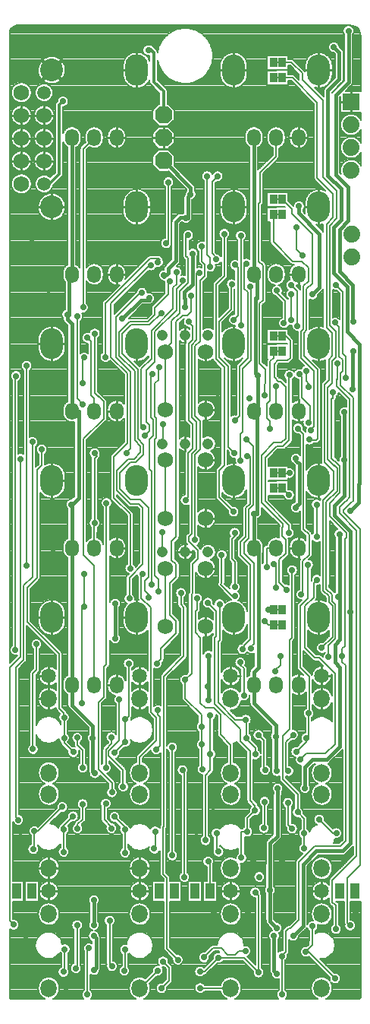
<source format=gbl>
G04 DipTrace 3.3.0.0*
G04 uTidesII.GBL*
%MOIN*%
G04 #@! TF.FileFunction,Copper,L2,Bot*
G04 #@! TF.Part,Single*
%AMOUTLINE6*
4,1,8,
0.038,0.01574,
0.01574,0.038,
-0.01574,0.038,
-0.038,0.01574,
-0.038,-0.01574,
-0.01574,-0.038,
0.01574,-0.038,
0.038,-0.01574,
0.038,0.01574,
0*%
G04 #@! TA.AperFunction,CopperBalancing*
%ADD14C,0.015*%
%ADD16C,0.01*%
G04 #@! TA.AperFunction,Conductor*
%ADD17C,0.01378*%
%ADD18C,0.0065*%
%ADD19C,0.014961*%
G04 #@! TA.AperFunction,CopperBalancing*
%ADD20C,0.007*%
%ADD33R,0.033X0.043307*%
G04 #@! TA.AperFunction,ComponentPad*
%ADD47O,0.070866X0.07874*%
%ADD48C,0.065*%
%ADD49C,0.068367*%
%ADD50C,0.059055*%
%ADD51R,0.074X0.074*%
%ADD52C,0.074*%
%ADD57C,0.047559*%
%ADD58R,0.04X0.07*%
%ADD61O,0.06X0.075*%
%ADD62O,0.1X0.135*%
%ADD63C,0.1*%
%ADD64O,0.1X0.137795*%
%ADD65C,0.069*%
G04 #@! TA.AperFunction,ViaPad*
%ADD68C,0.027559*%
G04 #@! TA.AperFunction,ComponentPad*
%ADD155OUTLINE6*%
%FSLAX26Y26*%
G04*
G70*
G90*
G75*
G01*
G04 Bottom*
%LPD*%
X1183213Y3833771D2*
D14*
X1193534D1*
Y3925433D1*
X1205500Y3937398D1*
X1022349Y3481322D2*
Y3473238D1*
X987360D1*
X905372Y3391250D1*
X1183213Y3833771D2*
Y3835677D1*
X1159947D1*
X1140246Y3815976D1*
Y3644532D1*
X1106524Y3610811D1*
Y3594024D1*
X1087707Y3575207D1*
Y3582270D1*
X1681524Y3884452D2*
Y3854309D1*
X1772098Y3763736D1*
Y3529782D1*
X1740363Y3498047D1*
X1205500Y3937398D2*
Y3965366D1*
X1085787Y4085077D1*
X683524Y4186524D2*
Y3586524D1*
X671628D1*
Y3410333D1*
X662685D1*
Y3390063D1*
X683524Y3369223D1*
Y2986524D1*
Y2386524D2*
Y2576912D1*
X712593Y2605980D1*
Y2986524D1*
X683524D1*
Y1786524D2*
Y2386524D1*
X1483524Y1786524D2*
Y1842702D1*
X1502750Y1861927D1*
Y2386524D1*
X1483524D1*
Y2535976D1*
X1498856D1*
Y2986524D1*
X1483524D1*
X1499675D1*
Y3141307D1*
X1489308Y3151674D1*
Y3483416D1*
X1498814D1*
Y3586524D1*
X1483524D1*
Y4186524D1*
X783452Y1398444D2*
X775196Y1406700D1*
Y1553240D1*
Y1605740D1*
X683524Y1697412D1*
Y1786524D1*
X1583843Y1408187D2*
X1579960Y1412070D1*
Y1560350D1*
Y1609363D1*
X1483524Y1705799D1*
Y1786524D1*
X681080Y2576912D2*
X683524D1*
X1182026Y3444028D2*
Y3479215D1*
X1178578Y3482662D1*
Y3508494D1*
X1213996Y3543912D1*
Y3677427D1*
X1284095Y1913723D2*
Y1779024D1*
Y1718778D1*
X1280376Y1779024D2*
X1284095D1*
X1488484Y1236007D2*
D18*
X1453643Y1201166D1*
Y1142493D1*
X1428397D1*
Y1027870D1*
X1075748Y3416393D2*
X1024997Y3365643D1*
X945018D1*
X903581Y3324206D1*
Y3238343D1*
X972753Y3169171D1*
Y2864276D1*
X998597Y2838433D1*
Y2795261D1*
X964887Y2761551D1*
X939807D1*
X895006Y2716750D1*
Y2644295D1*
X941740Y2597561D1*
X984641D1*
X1019509Y2562694D1*
Y2258984D1*
X1003548Y2243023D1*
Y2198992D1*
X1020830Y2181709D1*
Y2168170D1*
X1280922Y2146383D2*
X1318419Y2108885D1*
Y2000682D1*
X1311471Y1993733D1*
Y1702818D1*
X1422673Y1591616D1*
Y1540643D1*
X1465985Y1497330D1*
Y1278753D1*
X1488484Y1256254D1*
Y1236007D1*
X1447952Y1633536D2*
X1450805Y1630683D1*
Y1552879D1*
Y1547709D1*
X1489055Y1509460D1*
Y1481548D1*
X1115437Y3556413D2*
X1105649Y3546626D1*
Y3498278D1*
X1047417Y3440045D1*
Y3408076D1*
X1018283Y3378942D1*
X936519D1*
X890469Y3332892D1*
Y3229514D1*
X959035Y3160948D1*
Y2858286D1*
X983732Y2833589D1*
Y2804787D1*
X955580Y2776635D1*
X931116D1*
X881026Y2726544D1*
Y2638652D1*
X940097Y2579581D1*
X976725D1*
X995039Y2561267D1*
Y2315498D1*
X935850Y2256309D1*
Y2164317D1*
X1332333Y2140612D2*
Y1982129D1*
X1327276Y1977073D1*
Y1707517D1*
X1401257Y1633536D1*
X1447952D1*
X649389Y1644024D2*
Y1553994D1*
Y1530854D1*
X688923Y1491320D1*
X1169539Y3559715D2*
Y3549940D1*
X1142927Y3523329D1*
Y3430334D1*
X1047800Y3335207D1*
Y3201528D1*
X1011114Y3164842D1*
Y2940078D1*
X1025167Y2926024D1*
Y2899253D1*
X1005090Y2879175D1*
X550253Y2818215D2*
Y2748262D1*
X531484Y2729493D1*
Y2256561D1*
X487812Y2212889D1*
Y2060896D1*
X626437Y1922271D1*
Y1683418D1*
X648683Y1661171D1*
Y1644024D1*
X649389D1*
X646543Y1152770D2*
X638788Y1160523D1*
X688181Y1209916D1*
X646543Y1152770D2*
Y1053947D1*
X1143093Y3596500D2*
Y3543090D1*
X1128715Y3528712D1*
Y3436280D1*
X1032943Y3340509D1*
Y3215038D1*
X988824Y3170918D1*
Y2921926D1*
X996545Y2914204D1*
X509059Y2851255D2*
Y2260713D1*
X470629Y2222284D1*
Y1897081D1*
X436559Y1863010D1*
Y1204716D1*
X447566Y1193708D1*
X1669450Y1492919D2*
X1713902Y1537372D1*
Y1553396D1*
X1723670D1*
Y1661602D1*
X1038706Y3148171D2*
X1030664Y3140129D1*
Y2958421D1*
X1040712Y2948372D1*
Y2880196D1*
X1023740Y2863224D1*
Y2732451D1*
X1034845Y2721346D1*
Y2226278D1*
X1721544Y2313010D2*
Y2167150D1*
X1687837Y2133443D1*
Y1861754D1*
X1727123Y1822468D1*
Y1665055D1*
X1723670Y1661602D1*
X869960Y1487569D2*
X918574Y1536183D1*
Y1635389D1*
X1206796Y3492923D2*
Y3422280D1*
X1190661Y3406145D1*
X1169784D1*
X1141838Y3378199D1*
Y2435511D1*
X1122015Y2415688D1*
Y2334053D1*
X1141838Y2314230D1*
Y2260589D1*
X1112774Y2231524D1*
Y2094026D1*
X1141838Y2064961D1*
Y2013317D1*
X1074981Y1946460D1*
Y1898822D1*
X1055960Y1879801D1*
X932968D2*
Y1649783D1*
X918574Y1635389D1*
X1703480Y1069458D2*
Y1135255D1*
Y1200204D1*
X1675905Y1227779D1*
X1065594Y3178763D2*
X1064253Y3177422D1*
Y3123458D1*
X1048275Y3107480D1*
Y2963221D1*
X1055035Y2956461D1*
Y2868888D1*
X1047522Y2861375D1*
Y2267223D1*
X1065077Y2249667D1*
Y2197400D1*
X1651435Y2288778D2*
Y1993910D1*
X1639489Y1981964D1*
Y1592230D1*
X1610089Y1562830D1*
Y1373031D1*
X1675905Y1307215D1*
Y1227779D1*
X916517Y1050753D2*
Y1150822D1*
X870502Y1207566D2*
X927246Y1150822D1*
X916517D1*
X1197145Y3378148D2*
Y3376505D1*
X1215425Y3358225D1*
Y3300624D1*
X1195717Y3280917D1*
Y2946795D1*
X1214817Y2927695D1*
Y2822696D1*
X1195110Y2802989D1*
Y2608404D1*
X1183169Y2596463D1*
X835534Y2583830D2*
Y1875724D1*
X824355Y1864545D1*
Y1733362D1*
X801043Y1710049D1*
Y1415418D1*
X859126Y1357335D1*
Y1314661D1*
X736069Y2129704D2*
Y2273589D1*
X1270494Y1104904D2*
Y1390473D1*
X1291829Y1411808D1*
Y1483245D1*
Y1652745D1*
X1052961Y1503040D2*
X1070682Y1520761D1*
Y1646279D1*
X1061660Y1655301D1*
Y1674782D1*
X728207Y1705279D2*
Y2121842D1*
X736069Y2129704D1*
X1906393Y731493D2*
X1894005Y743881D1*
Y937769D1*
X1951919Y995683D1*
Y2468031D1*
X1876606Y2543345D1*
Y2552461D1*
X1912851Y2588707D1*
X1914091D1*
X1919296Y2593912D1*
Y3044329D1*
X1864402Y3099223D1*
Y3151902D1*
X1873909Y3161409D1*
Y3211614D1*
X1858733Y3226790D1*
Y3355362D1*
X1839922Y3374173D1*
X1850392Y3195603D2*
Y3125973D1*
X1847805Y3128560D1*
Y3094973D1*
X1904435Y3038343D1*
Y2607997D1*
X1889657Y2593219D1*
X1888417D1*
X1859544Y2564346D1*
Y2537841D1*
X1935535Y2461850D1*
Y1035889D1*
X1828640Y928994D1*
Y832385D1*
X1839464Y821561D1*
X1844208D1*
Y715324D1*
X1639195Y3144414D2*
X1638610Y3143829D1*
Y2859279D1*
X1611145Y2831814D1*
X1596135D1*
X1595135Y2832814D1*
X1583627D1*
X1537094Y2786282D1*
X1532590D1*
Y2591146D1*
X1636523Y2487213D1*
Y2453334D1*
X1399236D2*
Y2438745D1*
X1386805Y2426314D1*
Y2337461D1*
X1399236Y2325031D1*
Y2215108D1*
X1162774Y2189711D2*
Y2137774D1*
X1175274Y2125274D1*
Y1912774D1*
X1086332Y1823832D1*
Y1165509D1*
X1083007Y1162185D1*
Y957204D1*
X1099627Y940585D1*
Y630345D1*
X1149488Y580484D1*
X1682321Y3148556D2*
X1693721Y3137156D1*
Y3045112D1*
X1730620Y3008213D1*
Y2942793D1*
X1722875Y2935048D1*
X457972Y2777007D2*
Y1909741D1*
X409960Y1861729D1*
Y751266D1*
X426442Y734784D1*
X1615396Y3372662D2*
X1621305Y3378572D1*
Y3469341D1*
X1584913Y3505733D1*
Y3514605D1*
X1648333Y3385469D2*
X1647061Y3384198D1*
Y3498557D1*
X1675145Y3359675D2*
Y3510769D1*
X1647228Y3538686D1*
X1381524Y1400224D2*
Y1522524D1*
X1336472Y1567577D1*
Y1654368D1*
X1305921Y1684919D1*
X1269044D1*
X1247580Y1706384D1*
Y1993686D1*
X1225738Y2015527D1*
Y2108540D1*
X1233174Y2115976D1*
Y2166043D1*
X1399791Y2176049D2*
X1387443D1*
X1336297Y2227195D1*
X1341801Y2232699D1*
Y2356053D1*
X1758993Y2434278D2*
Y2576981D1*
X1581524Y2386249D2*
X1538964D1*
Y2302426D1*
X484363Y2308708D2*
Y3185825D1*
X991280Y3505788D2*
X982408D1*
X875675Y3399056D1*
Y3223716D1*
X940720Y3158671D1*
Y2820830D1*
X922522Y2802632D1*
X782830D2*
X794711Y2790751D1*
X782468Y2778509D1*
Y2495897D1*
X781524D1*
Y2386249D1*
X1385631Y3543002D2*
Y3531353D1*
X1383833Y3533150D1*
Y3433244D1*
X1330964Y3380375D1*
Y3222056D1*
X1370814Y3182206D1*
Y2830173D1*
X1397973Y2803014D1*
X1400664Y2946539D2*
X1419880Y2965755D1*
Y3183839D1*
X1456524Y3220484D1*
Y3507853D1*
X1440312Y3524065D1*
Y3622633D1*
X1450944Y3633266D1*
X1254021Y3708384D2*
Y3643304D1*
X1267199Y3630126D1*
Y3578475D1*
X1247473Y3558749D1*
Y3294061D1*
X1224884Y3271472D1*
Y2964295D1*
X1246364Y2942814D1*
Y2817769D1*
X1223371Y2794775D1*
Y2421683D1*
X1393547Y2545332D2*
X1331178Y2607700D1*
Y2726910D1*
X1352822Y2748555D1*
Y3178574D1*
X1316842Y3214555D1*
Y3541913D1*
X1353024Y3578095D1*
Y3764070D1*
X1062140Y3640127D2*
X1071024Y3649011D1*
X1065244Y3654792D1*
X1026946D1*
X830530Y3458376D1*
Y3223460D1*
X736461Y3220963D2*
X731467Y3215968D1*
Y3110246D1*
X1019024Y4569024D2*
D19*
X1025275Y4575275D1*
X1042803Y4557746D1*
Y4430431D1*
X1085787Y4387448D1*
Y4285077D1*
X1177656Y943724D2*
D18*
Y1404144D1*
X1169024Y1412774D1*
X1124242Y1512350D2*
Y1038372D1*
X1635123Y1408094D2*
X1623115D1*
Y1534459D1*
X1655608Y1566952D1*
X1079227Y2455593D2*
Y2369024D1*
X1081524D1*
X1083152Y2930254D2*
Y2844024D1*
X1081524D1*
X1395518Y3386826D2*
X1412816Y3404124D1*
Y3615417D1*
X1400772Y3627460D1*
X1425631Y3363618D2*
Y3755940D1*
X513220Y1065450D2*
X518389Y1070619D1*
Y1145051D1*
X535447D1*
X641409Y1251013D1*
X730343Y1263384D2*
Y1197106D1*
X707779Y1174542D1*
Y1156187D1*
X1049385Y1144024D2*
Y1071880D1*
X1045540Y1068035D1*
X832706Y1266272D2*
X825825D1*
Y1194443D1*
X856524Y1163744D1*
Y1157150D1*
X1532227Y1413437D2*
X1527110Y1418553D1*
Y1542503D1*
X1503229Y1566384D1*
X1632706Y1268913D2*
X1635072Y1266547D1*
Y1171955D1*
X1651095Y1155931D1*
X1845720Y1136532D2*
X1829755D1*
X1770351Y1195937D1*
X730343Y1423167D2*
Y1500108D1*
X706524Y1523927D1*
Y1554115D1*
X1327766Y1054377D2*
X1319251Y1062892D1*
Y1135772D1*
X1527042Y1158517D2*
X1530143Y1161618D1*
Y1273783D1*
X1907745Y2549333D2*
D14*
X1944636Y2586224D1*
Y2665784D1*
X1948862Y2670010D1*
Y3280473D1*
X1893030Y3336305D1*
Y3533318D1*
X1835023Y3591325D1*
Y3792358D1*
X1867111Y3824446D1*
Y3961876D1*
X1808534Y4020454D1*
Y4390875D1*
X1858817Y4441158D1*
Y4558580D1*
X1835322Y4582074D1*
X832706Y1422526D2*
D18*
Y1503614D1*
X856524Y1527433D1*
Y1556682D1*
X1668145Y2563807D2*
D14*
Y2567755D1*
X1683363Y2582973D1*
Y2755144D1*
X1668145Y2770362D1*
Y2777598D1*
X1740816Y727703D2*
D18*
Y645443D1*
X1711161Y615788D1*
X1723047D1*
X1839998Y498837D1*
X981524Y456024D2*
X983725D1*
X1060822Y533122D1*
X917191Y625128D2*
Y536287D1*
X913509Y532605D1*
X651891Y627195D2*
Y533566D1*
X645759Y527435D1*
X1445824Y619024D2*
X1416314D1*
X1400615Y603325D1*
X1368576D1*
X1340381Y631519D1*
X1304072D1*
X1263489Y590937D1*
X1381524Y456024D2*
X1247606D1*
X1246829Y456801D1*
X561156Y3982946D2*
D17*
X583955D1*
X626992Y4025984D1*
Y4328250D1*
X643834Y4345093D1*
X1489397Y876515D2*
D18*
X1503494Y862418D1*
Y525030D1*
X1326982Y589608D2*
X1266400Y529026D1*
X1246206D1*
X1326982Y589608D2*
X1438916D1*
X1503494Y525030D1*
X1290024Y881524D2*
Y1004544D1*
X1282507Y1012061D1*
X849414Y752283D2*
Y562066D1*
X859234Y552246D1*
X1084082Y573439D2*
X1110443Y547078D1*
Y489185D1*
X1076846Y455587D1*
X700549Y543459D2*
X706236Y549145D1*
Y732641D1*
X1569024Y2048060D2*
X1606061D1*
X1606524Y2048524D1*
X1569024Y2048060D2*
X1547238D1*
X1530971Y2064328D1*
X1606524Y2114989D2*
X1569488D1*
X1569024Y2114524D1*
X1547696D1*
X1921123Y3378279D2*
D14*
X1918442Y3380960D1*
Y3540502D1*
X1859241Y3599703D1*
Y3783278D1*
X1896776Y3820813D1*
Y3969141D1*
X1842446Y4023472D1*
Y4372006D1*
X1898954Y4428514D1*
Y4653438D1*
X1569024Y4514524D2*
D18*
X1606060D1*
X1606524Y4514989D1*
X1648580D1*
X1695598Y4467971D1*
Y4440670D1*
X1786536Y4349732D1*
Y4013513D1*
X1847488Y3952561D1*
Y3832021D1*
X1815762Y3800295D1*
Y3361387D1*
X1842467Y3334682D1*
Y3221190D1*
X1826725Y3205448D1*
Y3109381D1*
X1807788Y3090444D1*
Y2774616D1*
X1836045Y2746359D1*
Y2747923D1*
X1849078Y2734891D1*
Y2634788D1*
X1801754Y2587464D1*
Y2207251D1*
X1826951Y2182055D1*
Y2154073D1*
X1842021Y2139003D1*
Y1990090D1*
X1810996Y1959065D1*
Y1907653D1*
X1569024Y3914524D2*
X1606060D1*
X1606524Y3914989D1*
X1432342Y1942574D2*
X1442068Y1952300D1*
Y1960542D1*
X1468314Y1986788D1*
Y2311242D1*
X1423702Y2355855D1*
Y2413658D1*
X1446611Y2436568D1*
Y2561320D1*
X1465968Y2580677D1*
Y2788561D1*
X1460510Y2794019D1*
X1454597Y2788106D1*
X1726358Y2861765D2*
Y2859885D1*
X1758723D1*
X1764136Y2865299D1*
Y3167459D1*
X1703779Y3227816D1*
Y3330076D1*
X1714619Y3340916D1*
Y3521261D1*
X1739937Y3546578D1*
Y3761238D1*
X1649370Y3851805D1*
Y3872144D1*
X1606524Y3914989D1*
X1569024Y3248060D2*
X1606060D1*
X1606524Y3248524D1*
X1569024Y3248060D2*
Y3219877D1*
X1554258Y3205111D1*
Y3032637D1*
X1539863Y3018242D1*
Y2956551D1*
X1554545Y2941868D1*
Y2910652D1*
X1677072D2*
X1701440Y2886283D1*
Y2469370D1*
X1725667Y2445143D1*
Y2357313D1*
X1697681Y2329326D1*
Y2188335D1*
X1692089Y2182744D1*
X1606524Y3848524D2*
X1569489D1*
X1569024Y3848060D1*
X1471354Y1947200D2*
X1467221Y1951333D1*
X1482736Y1966846D1*
Y2318314D1*
X1438917Y2362133D1*
Y2409736D1*
X1459939Y2430758D1*
Y2555677D1*
X1480694Y2576431D1*
Y2832389D1*
X1451183Y2861900D1*
X1734628Y2902364D2*
Y2906565D1*
X1748805Y2920742D1*
Y3162174D1*
X1700425Y3210555D1*
Y3209312D1*
X1689774Y3219963D1*
Y3335628D1*
X1700425Y3346279D1*
Y3535028D1*
X1722568Y3557171D1*
Y3615578D1*
X1694418Y3643728D1*
X1652741D1*
X1569024Y3727444D1*
Y3848060D1*
Y4448060D2*
X1606060D1*
X1606524Y4448524D1*
X1782093Y1948000D2*
X1829182Y1995089D1*
Y2132278D1*
X1813199Y2148261D1*
Y2174238D1*
X1788544Y2198893D1*
Y2596127D1*
X1835314Y2642897D1*
Y2721935D1*
X1821692Y2735557D1*
Y2736448D1*
X1795023Y2763118D1*
Y3103652D1*
X1812605Y3121233D1*
Y3212926D1*
X1828721Y3229043D1*
Y3327938D1*
X1802628Y3354031D1*
Y3807330D1*
X1831149Y3835851D1*
Y3938859D1*
X1761892Y4008116D1*
Y4339629D1*
X1652997Y4448524D1*
X1606524D1*
X1569024Y3314524D2*
X1606060D1*
X1606524Y3314989D1*
X1623122D1*
X1643375Y3294736D1*
Y3220716D1*
X1631098Y3208439D1*
X1588091D1*
X1572250Y3192598D1*
Y3135119D1*
X1590444Y3116925D1*
X1599543D1*
X1622595Y3093872D1*
Y2866081D1*
X1604332Y2847817D1*
X1571569D1*
X1516099Y2792347D1*
Y2584507D1*
X1609694Y2490913D1*
Y2477901D1*
X1607586Y2475793D1*
Y2437581D1*
X1622595Y2422572D1*
Y2362461D1*
X1595409Y2335275D1*
Y2234405D1*
X1625745Y2204069D1*
X1639259Y2715023D2*
Y2711916D1*
X1609598D1*
X1606524Y2714989D1*
X1569024Y2714524D2*
X1606060D1*
X1606524Y2714989D1*
Y2648524D2*
X1608958D1*
X1638661Y2618821D1*
X1606524Y2648524D2*
X1569488D1*
X1569024Y2648060D1*
X1257674Y1416909D2*
X1253545Y1421038D1*
Y1524234D1*
Y1602664D1*
X1252304D1*
Y1655906D1*
X1181463Y1726748D1*
Y1807996D1*
X1242733Y3593620D2*
Y3588183D1*
X1234578D1*
X1231540Y3591221D1*
Y3297631D1*
X1210820Y3276910D1*
Y2958152D1*
X1229727Y2939245D1*
Y2819406D1*
X1210207Y2799887D1*
Y2447940D1*
X1196536Y2434270D1*
Y2415048D1*
X1237119Y2374465D1*
Y2339437D1*
X1214165Y2316482D1*
Y2187750D1*
X1209068Y2182653D1*
Y1835601D1*
X1181463Y1807996D1*
X1107728Y3990261D2*
Y3732401D1*
X1097467Y3722140D1*
X1842482Y3540404D2*
X1873744Y3509143D1*
Y3239080D1*
X1887774Y3225049D1*
Y3131524D1*
X527328Y1964236D2*
Y1851958D1*
X511917Y1836547D1*
Y1504325D1*
X1581524Y4186249D2*
Y4103972D1*
X1511078Y4033526D1*
Y3902133D1*
X1504808Y3895863D1*
Y3643240D1*
X1522876Y3625171D1*
Y3472772D1*
X1507866Y3457762D1*
Y3196996D1*
X1534422Y3170439D1*
Y3109305D1*
X1529034Y3103917D1*
Y3057313D1*
X732148Y3016976D2*
X707507Y3041618D1*
Y3401359D1*
X908433Y1339547D2*
Y1411947D1*
X845510Y1474870D1*
Y1496821D1*
X891569Y1542880D1*
Y1720967D1*
X1577992Y1844832D2*
X1574948Y1847874D1*
X1600875Y1873800D1*
Y1913404D1*
X732706Y3441003D2*
Y4137430D1*
X781524Y4186249D1*
X1439574Y1738772D2*
Y1857620D1*
X1423098Y1874097D1*
Y1884290D1*
X434800Y1939347D2*
Y3138028D1*
X437490Y3140719D1*
X1688380Y1457780D2*
X1715019Y1484419D1*
X1797356D1*
X1840342Y1527405D1*
Y1836098D1*
X1771856Y1904584D1*
X1751345D1*
X1707035Y1948893D1*
Y2131515D1*
X1745649Y2170129D1*
Y2232108D1*
X1760536Y2246996D1*
X781524Y1786249D2*
Y2309555D1*
X734006Y2357073D1*
Y2864122D1*
X823660Y2953775D1*
Y3027776D1*
X799009Y3052427D1*
Y3049838D1*
X783717Y3065129D1*
Y3326964D1*
X1581524Y2986249D2*
Y3095073D1*
X1578988Y2211960D2*
Y2308396D1*
X1571786Y2315598D1*
X993526Y2272838D2*
X988636Y2267948D1*
Y2167161D1*
X1031015Y2124782D1*
Y1666774D1*
X1055269Y1642521D1*
Y1544030D1*
X981524Y1470286D1*
Y1400224D1*
X781524Y2986249D2*
Y3042930D1*
X767665Y3056790D1*
Y3291556D1*
X751374Y3307847D1*
X1425157Y2770182D2*
Y2886003D1*
X1434195Y2895042D1*
Y3171040D1*
X1471296Y3208141D1*
Y3527645D1*
X1467939Y3531002D1*
X1093152Y2515925D2*
Y2771409D1*
X1092730Y2771830D1*
X1093152Y2040925D2*
Y2296409D1*
X1092730Y2296830D1*
X939643D2*
Y2534183D1*
X867822Y2606003D1*
Y2787249D1*
X926765Y2846191D1*
Y3151481D1*
X855036Y3223209D1*
Y3457627D1*
X1022683Y3625274D1*
X1031636D1*
X1092730Y3246830D2*
Y3255990D1*
X1121149Y3284409D1*
Y3381186D1*
X1156605Y3416641D1*
Y3512540D1*
X1193801Y3549737D1*
Y3657721D1*
X1185278Y3666245D1*
Y3749326D1*
X1194458Y3758506D1*
X1093152Y2990925D2*
Y3246409D1*
X1092730Y3246830D1*
X1317501Y3652282D2*
X1321606Y3656387D1*
X1300326Y3677666D1*
Y3992698D1*
X1324266Y4016637D1*
X1292081Y3620262D2*
Y3659068D1*
X1277952Y3673196D1*
Y4016637D1*
X1698534Y3668883D2*
X1670503Y3696913D1*
Y3791000D1*
X1583312Y720751D2*
D14*
X1553816Y750248D1*
Y886982D1*
Y1091238D1*
X1585854Y1123276D1*
Y1302167D1*
X1587762Y1304076D1*
Y1332830D1*
X1707846D2*
Y1426645D1*
X1739744Y1458543D1*
X1802758D1*
X1861317Y1517102D1*
Y1862698D1*
X1839795Y1884220D1*
Y1964007D1*
X1861317Y1985530D1*
Y2173813D1*
X1859728D1*
Y2447334D1*
X780333Y733524D2*
Y842309D1*
X1853389Y2173813D2*
X1859728D1*
X1583458Y520115D2*
X1572052Y531521D1*
Y685628D1*
X779335D2*
X790105Y674859D1*
Y545167D1*
X780706Y535769D1*
X1656303Y685628D2*
X1699955Y729280D1*
Y999413D1*
X1758593Y1058051D1*
X1873972D1*
X1908875Y1092954D1*
Y2106005D1*
Y2459338D1*
X1838078Y2530135D1*
Y2573893D1*
X1880929Y2616744D1*
Y2772011D1*
Y2981517D1*
X1916694Y3081790D2*
Y3253838D1*
X1921190Y3249342D1*
X873147Y1990389D2*
Y2141884D1*
X1712774Y3162775D2*
D18*
Y3119024D1*
X1725274Y3106524D1*
Y3094024D1*
X1605803Y596817D2*
X1607179Y595440D1*
Y428262D1*
X750643Y427573D2*
Y623649D1*
X758209Y631216D1*
X1871103Y1911077D2*
Y1887018D1*
X1886517Y1871605D1*
Y1101158D1*
X1864552Y1079194D1*
X1751765D1*
X1681242Y1008671D1*
Y754423D1*
X1644675Y717856D1*
X1635788D1*
X1624775Y706843D1*
Y615790D1*
X1605803Y596817D1*
X1871103Y1911077D2*
Y1944944D1*
X1883490Y1957332D1*
Y2424557D1*
X1890853Y2431919D1*
Y2451493D1*
X1816064Y2526282D1*
Y2581611D1*
X1862056Y2627603D1*
Y2744593D1*
X1849374Y2757275D1*
Y2755929D1*
X1825274Y2780027D1*
Y3041618D1*
X1829118D1*
X1831599Y3044099D1*
Y3070170D1*
D68*
X1205500Y3937398D3*
X1183213Y3833771D3*
X1205500Y3937398D3*
X905372Y3391250D3*
X1022349Y3481322D3*
X1087707Y3582270D3*
X1183213Y3833771D3*
X905372Y3391250D3*
X1681524Y3884452D3*
X1740363Y3498047D3*
X1205500Y3937398D3*
X1483524Y2535976D3*
X662685Y3410333D3*
X783452Y1398444D3*
X775196Y1553240D3*
X1583843Y1408187D3*
X1579960Y1560350D3*
X681080Y2576912D3*
X1483524Y2535976D3*
X1213996Y3677427D3*
X1182026Y3444028D3*
X1499675Y3141307D3*
X662685Y3410333D3*
X1284095Y1913723D3*
Y1718778D3*
X1280376Y1779024D3*
X1488484Y1236007D3*
X1453643Y1142493D3*
X1428397Y1027870D3*
X1075748Y3416393D3*
X1020830Y2168170D3*
X1280922Y2146383D3*
X1488484Y1236007D3*
X1447952Y1633536D3*
X1450805Y1552879D3*
X1489055Y1481548D3*
X1115437Y3556413D3*
X935850Y2164317D3*
X1332333Y2140612D3*
X1447952Y1633536D3*
X649389Y1644024D3*
Y1553994D3*
X688923Y1491320D3*
X1169539Y3559715D3*
X1005090Y2879175D3*
X550253Y2818215D3*
X649389Y1644024D3*
X646543Y1152770D3*
X688181Y1209916D3*
X646543Y1053947D3*
Y1152770D3*
X1143093Y3596500D3*
X996545Y2914204D3*
X509059Y2851255D3*
X447566Y1193708D3*
X1669450Y1492919D3*
X1713902Y1553396D3*
X1723670Y1661602D3*
X1038706Y3148171D3*
X1034845Y2226278D3*
X1721544Y2313010D3*
X869960Y1487569D3*
X918574Y1635389D3*
Y1536183D3*
X1206796Y3492923D3*
X1055960Y1879801D3*
X932968D3*
X1703480Y1069458D3*
Y1135255D3*
X1675905Y1227779D3*
X1065594Y3178763D3*
X1065077Y2197400D3*
X1651435Y2288778D3*
X916517Y1050753D3*
Y1150822D3*
X870502Y1207566D3*
X1197145Y3378148D3*
X1183169Y2596463D3*
X835534Y2583830D3*
X859126Y1314661D3*
X736069Y2129704D3*
Y2273589D3*
X1291829Y1652745D3*
X1270494Y1104904D3*
X1052961Y1503040D3*
X1061660Y1674782D3*
X1291829Y1483245D3*
X728207Y1705279D3*
X736069Y2129704D3*
X1906393Y731493D3*
X1839922Y3374173D3*
X1850392Y3195603D3*
X1844208Y715324D3*
X1639195Y3144414D3*
X1636523Y2453334D3*
X1399236D3*
Y2215108D3*
X1162774Y2189711D3*
X1149488Y580484D3*
X1682321Y3148556D3*
X1722875Y2935048D3*
X457972Y2777007D3*
X426442Y734784D3*
X1615396Y3372662D3*
X1584913Y3514605D3*
X1648333Y3385469D3*
X1647061Y3498557D3*
X1675145Y3359675D3*
X1647228Y3538686D3*
X1233174Y2166043D3*
X1399791Y2176049D3*
X1341801Y2356053D3*
X1758993Y2434278D3*
Y2576981D3*
X1538964Y2302426D3*
X484363Y2308708D3*
Y3185825D3*
X991280Y3505788D3*
X922522Y2802632D3*
X782830D3*
X782468Y2495897D3*
X1385631Y3543002D3*
X1397973Y2803014D3*
X1400664Y2946539D3*
X1450944Y3633266D3*
X1254021Y3708384D3*
X1223371Y2421683D3*
X1393547Y2545332D3*
X1353024Y3764070D3*
X1062140Y3640127D3*
X830530Y3223460D3*
X736461Y3220963D3*
X731467Y3110246D3*
D3*
X1019024Y4569024D3*
X1177656Y943724D3*
X1169024Y1412774D3*
X1124242Y1512350D3*
Y1038372D3*
X1635123Y1408094D3*
X1655608Y1566952D3*
X1079227Y2455593D3*
X1083152Y2930254D3*
X1395518Y3386826D3*
X1400772Y3627460D3*
X1425631Y3363618D3*
Y3755940D3*
X513220Y1065450D3*
X518389Y1145051D3*
X641409Y1251013D3*
X730343Y1263384D3*
X707779Y1156187D3*
X1049385Y1144024D3*
X1045540Y1068035D3*
X832706Y1266272D3*
X856524Y1157150D3*
D3*
X1532227Y1413437D3*
X1503229Y1566384D3*
X1632706Y1268913D3*
X1651095Y1155931D3*
X1770351Y1195937D3*
X1845720Y1136532D3*
X730343Y1423167D3*
X706524Y1554115D3*
X1327766Y1054377D3*
X1319251Y1135772D3*
X1527042Y1158517D3*
X1530143Y1273783D3*
X1907745Y2549333D3*
X1835322Y4582074D3*
D3*
X832706Y1422526D3*
X856524Y1556682D3*
X1668145Y2563807D3*
Y2777598D3*
X1740816Y727703D3*
X1711161Y615788D3*
D3*
X1839998Y498837D3*
X1060822Y533122D3*
D3*
X913509Y532605D3*
X917191Y625128D3*
X645759Y527435D3*
X651891Y627195D3*
X1263489Y590937D3*
X1445824Y619024D3*
X1246829Y456801D3*
X643834Y4345093D3*
X1489397Y876515D3*
X1503494Y525030D3*
X1326982Y589608D3*
X1246206Y529026D3*
X1326982Y589608D3*
X1282507Y1012061D3*
X849414Y752283D3*
X859234Y552246D3*
X1084082Y573439D3*
X1076846Y455587D3*
X700549Y543459D3*
X706236Y732641D3*
X1530971Y2064328D3*
X1547696Y2114524D3*
X1921123Y3378279D3*
X1898954Y4653438D3*
X1810996Y1907653D3*
X1432342Y1942574D3*
X1454597Y2788106D3*
X1726358Y2861765D3*
X1554545Y2910652D3*
X1677072D3*
X1692089Y2182744D3*
X1471354Y1947200D3*
X1451183Y2861900D3*
X1734628Y2902364D3*
X1782093Y1948000D3*
X1625745Y2204069D3*
X1639259Y2715023D3*
X1638661Y2618821D3*
X1257674Y1416909D3*
X1253545Y1524234D3*
Y1602664D3*
X1181463Y1807996D3*
X1242733Y3593620D3*
X1107728Y3990261D3*
X1097467Y3722140D3*
X1842482Y3540404D3*
X1887774Y3131524D3*
X527328Y1964236D3*
X511917Y1504325D3*
X1529034Y3057313D3*
X732148Y3016976D3*
X707507Y3401359D3*
X908433Y1339547D3*
X891569Y1720967D3*
X1577992Y1844832D3*
X1600875Y1913404D3*
X732706Y3441003D3*
X1439574Y1738772D3*
X1423098Y1884290D3*
X434800Y1939347D3*
X437490Y3140719D3*
X1688380Y1457780D3*
X1760536Y2246996D3*
X783717Y3326964D3*
X1581524Y3095073D3*
X1578988Y2211960D3*
X1571786Y2315598D3*
X993526Y2272838D3*
X751374Y3307847D3*
X1425157Y2770182D3*
X1467939Y3531002D3*
X939643Y2296830D3*
X1031636Y3625274D3*
X1194458Y3758506D3*
X1317501Y3652282D3*
X1324266Y4016637D3*
X1292081Y3620262D3*
X1277952Y4016637D3*
X1698534Y3668883D3*
X1670503Y3791000D3*
X1583312Y720751D3*
X1553816Y886982D3*
X1587762Y1332830D3*
X1707846D3*
X1859728Y2447334D3*
X780333Y733524D3*
Y842309D3*
D3*
X1859728Y2447334D3*
X1853389Y2173813D3*
X1859728Y2447334D3*
X1583458Y520115D3*
X1572052Y685628D3*
X779335D3*
X780706Y535769D3*
X1656303Y685628D3*
X1880929Y2981517D3*
X1572052Y685628D3*
X1916694Y3081790D3*
X1921190Y3249342D3*
X1880929Y2981517D3*
X1908875Y2106005D3*
X873147Y1990389D3*
Y2141884D3*
X1880929Y2772011D3*
X1712774Y3162775D3*
X1725274Y3094024D3*
X1605803Y596817D3*
X1607179Y428262D3*
X750643Y427573D3*
X758209Y631216D3*
X1871103Y1911077D3*
X1605803Y596817D3*
X1831599Y3070170D3*
X1871103Y1911077D3*
X758209Y631216D3*
X1004300Y3413692D3*
X1312248Y3142912D3*
X1023716Y3770476D3*
X1226215Y3743017D3*
X1293925Y3577897D3*
X1166727Y3634755D3*
X774793Y3463334D3*
X886679Y3446455D3*
X506524Y3794024D3*
Y3744024D3*
Y3694024D3*
X431524Y3419024D3*
Y3369024D3*
Y3319024D3*
X581524Y3519024D3*
Y3469024D3*
X1062065Y3605833D3*
X1231069Y1225358D3*
X1228795Y1185364D3*
X1231524Y1142187D3*
X1304706Y1228086D3*
X1308799Y1183090D3*
X1556524Y1369024D3*
X1706524Y1269024D3*
X806524Y1344024D3*
X756524D3*
X481524Y1269024D3*
X706524Y994024D3*
X781524D3*
X831524D3*
X1481524Y1019024D3*
X1606524D3*
X1681524Y1719024D3*
X1181524Y469024D3*
X856524D3*
X1181524Y544024D3*
X731524Y694024D3*
X656524Y769024D3*
X481524D3*
X1056524D3*
X1156524D3*
X1256524D3*
X1306524Y794024D3*
X1456524D3*
X1931524D3*
X1867276Y794438D3*
X1531524Y469024D3*
X1656524Y619024D3*
X1706524Y469024D3*
X656524Y494024D3*
Y444024D3*
X481524Y669024D3*
X456524Y1119024D3*
X1656524Y944024D3*
X1606524D3*
X1506524D3*
X1906524Y1044024D3*
X1881524Y1019024D3*
X1631097Y4032532D3*
X1571412Y3371400D3*
X1774552Y3417792D3*
X1842602Y3482577D3*
X1600274Y3144024D3*
X1168060Y3201973D3*
X1369024Y1937402D3*
X1438238Y2182144D3*
X1612776Y2567035D3*
X1731524Y2794024D3*
X1850274Y2831524D3*
Y2869024D3*
X1731524Y2825274D3*
X1666679Y3308816D3*
X1531766Y3305473D3*
X587774Y3069024D3*
X1169024Y3044024D3*
X1325274D3*
X1462774D3*
X1862774Y3025274D3*
X600274Y2381524D3*
X969024Y2387775D3*
X1531524Y2425274D3*
X1756524Y2375274D3*
X1825274Y2219024D3*
X1125274Y1750274D3*
X1056524D3*
X650274Y1894024D3*
X469024Y1787775D3*
X424422Y4671656D2*
D20*
X1881784D1*
X1916120D2*
X1929321D1*
X417450Y4664787D2*
X1165419D1*
X1197636D2*
X1876480D1*
X1921438D2*
X1938236D1*
X413430Y4657918D2*
X1137816D1*
X1225225D2*
X1874101D1*
X1923804D2*
X1943717D1*
X411202Y4651049D2*
X1122804D1*
X1240250D2*
X1873813D1*
X1924090D2*
X1947737D1*
X410354Y4644181D2*
X1111620D1*
X1251434D2*
X1875509D1*
X1922396D2*
X1950649D1*
X410232Y4637312D2*
X1102611D1*
X1260444D2*
X1879733D1*
X1918170D2*
X1951839D1*
X410232Y4630443D2*
X1095077D1*
X1267977D2*
X1879980D1*
X1917938D2*
X1952824D1*
X410232Y4623574D2*
X1088665D1*
X1274376D2*
X1879980D1*
X1917938D2*
X1952824D1*
X410232Y4616706D2*
X1083156D1*
X1279885D2*
X1879980D1*
X1917938D2*
X1952824D1*
X410232Y4609837D2*
X1078412D1*
X1284644D2*
X1879980D1*
X1917938D2*
X1952824D1*
X410232Y4602968D2*
X1074309D1*
X1288745D2*
X1821711D1*
X1848937D2*
X1879980D1*
X1917938D2*
X1952824D1*
X410232Y4596099D2*
X1070783D1*
X1292272D2*
X1814464D1*
X1856182D2*
X1879980D1*
X1917938D2*
X1952824D1*
X410232Y4589230D2*
X1004364D1*
X1037757D2*
X1067788D1*
X1295266D2*
X1811128D1*
X1859518D2*
X1879980D1*
X1917938D2*
X1952824D1*
X410232Y4582362D2*
X997707D1*
X1044716D2*
X1065272D1*
X1297769D2*
X1810061D1*
X1861582D2*
X1879980D1*
X1917938D2*
X1952824D1*
X410232Y4575493D2*
X994631D1*
X1051580D2*
X1063221D1*
X1299833D2*
X1810964D1*
X1868460D2*
X1879980D1*
X1917938D2*
X1952824D1*
X410232Y4568624D2*
X993769D1*
X1301460D2*
X1814068D1*
X1874790D2*
X1879980D1*
X1917938D2*
X1952824D1*
X410232Y4561755D2*
X994863D1*
X1302664D2*
X1820821D1*
X1917938D2*
X1952824D1*
X410232Y4554887D2*
X940845D1*
X1303484D2*
X1369868D1*
X1419174D2*
X1743876D1*
X1793169D2*
X1835956D1*
X1917938D2*
X1952824D1*
X410232Y4548018D2*
X930031D1*
X1303908D2*
X1357851D1*
X1431192D2*
X1731859D1*
X1805200D2*
X1839839D1*
X1917938D2*
X1952824D1*
X410232Y4541149D2*
X582027D1*
X607024D2*
X922703D1*
X1014337D2*
X1023847D1*
X1303934D2*
X1350003D1*
X1439040D2*
X1541040D1*
X1634506D2*
X1724011D1*
X1813034D2*
X1839839D1*
X1917938D2*
X1952824D1*
X410232Y4534280D2*
X563637D1*
X625413D2*
X917343D1*
X1019696D2*
X1023842D1*
X1303580D2*
X1344316D1*
X1444741D2*
X1541040D1*
X1634506D2*
X1718309D1*
X1818736D2*
X1839839D1*
X1917938D2*
X1952824D1*
X410232Y4527412D2*
X553972D1*
X635080D2*
X913364D1*
X1302828D2*
X1340077D1*
X1448965D2*
X1541040D1*
X1655793D2*
X1714085D1*
X1822973D2*
X1839839D1*
X1917938D2*
X1952824D1*
X410232Y4520543D2*
X547217D1*
X641833D2*
X910467D1*
X1301678D2*
X1336988D1*
X1452069D2*
X1541040D1*
X1663573D2*
X1710981D1*
X1826064D2*
X1839839D1*
X1917938D2*
X1952824D1*
X410232Y4513674D2*
X542241D1*
X646809D2*
X908511D1*
X1300120D2*
X1334841D1*
X1454216D2*
X1541040D1*
X1670437D2*
X1708835D1*
X1828209D2*
X1839839D1*
X1917938D2*
X1952824D1*
X410232Y4506805D2*
X538549D1*
X650501D2*
X907376D1*
X1298137D2*
X1333543D1*
X1455501D2*
X1541040D1*
X1677300D2*
X1707549D1*
X1829509D2*
X1839839D1*
X1917938D2*
X1952824D1*
X410232Y4499937D2*
X535897D1*
X653153D2*
X907048D1*
X1061765D2*
X1067351D1*
X1295704D2*
X1333049D1*
X1455993D2*
X1541040D1*
X1634506D2*
X1643087D1*
X1684177D2*
X1707057D1*
X1830001D2*
X1839839D1*
X1917938D2*
X1952824D1*
X410232Y4493068D2*
X534148D1*
X654904D2*
X907048D1*
X1061765D2*
X1070263D1*
X1292792D2*
X1333049D1*
X1456006D2*
X1541040D1*
X1634506D2*
X1649964D1*
X1691040D2*
X1707044D1*
X1830001D2*
X1839839D1*
X1917938D2*
X1952824D1*
X410232Y4486199D2*
X533217D1*
X655820D2*
X907048D1*
X1061765D2*
X1073695D1*
X1289360D2*
X1333049D1*
X1456006D2*
X1541040D1*
X1634506D2*
X1656828D1*
X1697917D2*
X1707044D1*
X1830001D2*
X1839839D1*
X1917938D2*
X1952824D1*
X410232Y4479330D2*
X533081D1*
X655969D2*
X907048D1*
X1061765D2*
X1077700D1*
X1285354D2*
X1333049D1*
X1456006D2*
X1541040D1*
X1634506D2*
X1663691D1*
X1830001D2*
X1839839D1*
X1917938D2*
X1952824D1*
X410232Y4472461D2*
X533724D1*
X655328D2*
X907048D1*
X1061765D2*
X1082335D1*
X1280706D2*
X1333049D1*
X1456006D2*
X1541040D1*
X1634506D2*
X1670568D1*
X1830001D2*
X1839839D1*
X1917938D2*
X1952824D1*
X410232Y4465593D2*
X535173D1*
X653877D2*
X907048D1*
X1061765D2*
X1087708D1*
X1275333D2*
X1333049D1*
X1456006D2*
X1541040D1*
X1634506D2*
X1677431D1*
X1830001D2*
X1839839D1*
X1917938D2*
X1952824D1*
X410232Y4458724D2*
X537484D1*
X651568D2*
X907171D1*
X1061765D2*
X1093969D1*
X1269085D2*
X1333283D1*
X1455774D2*
X1541040D1*
X1663328D2*
X1680863D1*
X1829769D2*
X1839839D1*
X1917938D2*
X1952824D1*
X410232Y4451855D2*
X540779D1*
X648272D2*
X908005D1*
X1061765D2*
X1101284D1*
X1261757D2*
X1334280D1*
X1454776D2*
X1541040D1*
X1670204D2*
X1680863D1*
X1828770D2*
X1839839D1*
X1917938D2*
X1952824D1*
X410232Y4444986D2*
X545249D1*
X643801D2*
X909660D1*
X1061765D2*
X1110021D1*
X1253021D2*
X1336099D1*
X1452944D2*
X1541040D1*
X1677081D2*
X1680863D1*
X1826952D2*
X1836093D1*
X1917938D2*
X1952824D1*
X410232Y4438118D2*
X551279D1*
X637772D2*
X912203D1*
X1061765D2*
X1120780D1*
X1242261D2*
X1338847D1*
X1450209D2*
X1541040D1*
X1824204D2*
X1829229D1*
X1917938D2*
X1952824D1*
X410232Y4431249D2*
X559673D1*
X629377D2*
X915771D1*
X1068505D2*
X1134972D1*
X1228082D2*
X1342633D1*
X1446409D2*
X1541040D1*
X1634506D2*
X1649732D1*
X1917938D2*
X1952824D1*
X410232Y4424380D2*
X442997D1*
X479316D2*
X573112D1*
X615925D2*
X920584D1*
X1016456D2*
X1024872D1*
X1075381D2*
X1158324D1*
X1204717D2*
X1347748D1*
X1441296D2*
X1541040D1*
X1634506D2*
X1656595D1*
X1917460D2*
X1952824D1*
X410232Y4417511D2*
X431704D1*
X490608D2*
X539725D1*
X582593D2*
X927091D1*
X1009948D2*
X1029192D1*
X1082245D2*
X1354707D1*
X1434350D2*
X1541040D1*
X1634506D2*
X1663472D1*
X1914248D2*
X1952824D1*
X410232Y4410643D2*
X425032D1*
X497280D2*
X531167D1*
X591137D2*
X936333D1*
X1000720D2*
X1036069D1*
X1089122D2*
X1364769D1*
X1424288D2*
X1670335D1*
X1907629D2*
X1952824D1*
X410232Y4403774D2*
X420603D1*
X501709D2*
X525944D1*
X596360D2*
X952644D1*
X984409D2*
X1042933D1*
X1095985D2*
X1385824D1*
X1403233D2*
X1677212D1*
X1753042D2*
X1759817D1*
X1777228D2*
X1794885D1*
X1900766D2*
X1952824D1*
X410232Y4396905D2*
X417717D1*
X504594D2*
X522636D1*
X599669D2*
X1049809D1*
X1102110D2*
X1684076D1*
X1759905D2*
X1790580D1*
X1893904D2*
X1952824D1*
X410232Y4390036D2*
X416049D1*
X506262D2*
X520776D1*
X601528D2*
X1056673D1*
X1104557D2*
X1690939D1*
X1766769D2*
X1789553D1*
X410232Y4383167D2*
X415482D1*
X506824D2*
X520148D1*
X602157D2*
X1063549D1*
X1104749D2*
X1697816D1*
X1773645D2*
X1789553D1*
X410232Y4376299D2*
X415981D1*
X506332D2*
X520695D1*
X601610D2*
X1066832D1*
X1104749D2*
X1704679D1*
X1780509D2*
X1789553D1*
X410232Y4369430D2*
X417568D1*
X504745D2*
X522485D1*
X599833D2*
X639832D1*
X647829D2*
X1066832D1*
X1104749D2*
X1711556D1*
X410232Y4362561D2*
X420384D1*
X501929D2*
X525685D1*
X596633D2*
X625872D1*
X661793D2*
X1066832D1*
X1104749D2*
X1718419D1*
X410232Y4355692D2*
X424691D1*
X497622D2*
X530757D1*
X591548D2*
X620977D1*
X666688D2*
X1066832D1*
X1104749D2*
X1725283D1*
X410232Y4348824D2*
X431171D1*
X491141D2*
X539001D1*
X583317D2*
X618859D1*
X668808D2*
X1066832D1*
X1104749D2*
X1732160D1*
X410232Y4341955D2*
X441972D1*
X480341D2*
X615003D1*
X668889D2*
X1066832D1*
X1104749D2*
X1739023D1*
X410232Y4335086D2*
X610000D1*
X666961D2*
X1066832D1*
X1104749D2*
X1745900D1*
X410232Y4328217D2*
X608619D1*
X662381D2*
X1059244D1*
X1112337D2*
X1747157D1*
X410232Y4321349D2*
X437064D1*
X485249D2*
X537073D1*
X585245D2*
X608619D1*
X650816D2*
X1052367D1*
X1119200D2*
X1747157D1*
X410232Y4314480D2*
X428409D1*
X493904D2*
X528405D1*
X593913D2*
X608619D1*
X645360D2*
X1045503D1*
X1126064D2*
X1747157D1*
X410232Y4307611D2*
X422859D1*
X499454D2*
X522855D1*
X599450D2*
X608619D1*
X645360D2*
X1038721D1*
X1132858D2*
X1747157D1*
X410232Y4300742D2*
X419167D1*
X503145D2*
X519164D1*
X603141D2*
X608619D1*
X645360D2*
X1036301D1*
X1135265D2*
X1747157D1*
X410232Y4293874D2*
X416843D1*
X505469D2*
X516839D1*
X645360D2*
X1036301D1*
X1135265D2*
X1747157D1*
X1861433D2*
X1952824D1*
X410232Y4287005D2*
X415674D1*
X506632D2*
X515677D1*
X645360D2*
X1036301D1*
X1135265D2*
X1747157D1*
X1861433D2*
X1892393D1*
X1928862D2*
X1952824D1*
X410232Y4280136D2*
X415593D1*
X506728D2*
X515581D1*
X645360D2*
X1036301D1*
X1135265D2*
X1747157D1*
X1861433D2*
X1880417D1*
X1940838D2*
X1952824D1*
X410232Y4273267D2*
X416543D1*
X505770D2*
X516552D1*
X645360D2*
X1036301D1*
X1135265D2*
X1747157D1*
X1861433D2*
X1873321D1*
X1947934D2*
X1952824D1*
X410232Y4266398D2*
X418648D1*
X503665D2*
X518644D1*
X603661D2*
X608619D1*
X645360D2*
X1036712D1*
X1134854D2*
X1747157D1*
X1861433D2*
X1868523D1*
X410232Y4259530D2*
X422065D1*
X500248D2*
X522076D1*
X600244D2*
X608619D1*
X645360D2*
X1041648D1*
X1129918D2*
X1747157D1*
X1861433D2*
X1865269D1*
X410232Y4252661D2*
X427220D1*
X495093D2*
X527216D1*
X595089D2*
X608619D1*
X645360D2*
X1048511D1*
X1123056D2*
X1747157D1*
X410232Y4245792D2*
X435136D1*
X487177D2*
X535132D1*
X587186D2*
X608619D1*
X645360D2*
X1055388D1*
X1116192D2*
X1747157D1*
X410232Y4238923D2*
X451296D1*
X471002D2*
X551305D1*
X571013D2*
X608619D1*
X645360D2*
X1062292D1*
X1109274D2*
X1747157D1*
X410232Y4232055D2*
X608619D1*
X645360D2*
X668105D1*
X698940D2*
X766829D1*
X796216D2*
X864105D1*
X894940D2*
X1063385D1*
X1108194D2*
X1468101D1*
X1498950D2*
X1566839D1*
X1596212D2*
X1664101D1*
X1694950D2*
X1747157D1*
X410232Y4225186D2*
X445048D1*
X477265D2*
X545044D1*
X577261D2*
X608619D1*
X645360D2*
X656524D1*
X710534D2*
X754853D1*
X808206D2*
X852524D1*
X906534D2*
X1056208D1*
X1115358D2*
X1456521D1*
X1510530D2*
X1554849D1*
X1608202D2*
X1652521D1*
X1706530D2*
X1747157D1*
X1861433D2*
X1865419D1*
X410232Y4218317D2*
X432703D1*
X489610D2*
X532699D1*
X589620D2*
X608619D1*
X645360D2*
X650064D1*
X716973D2*
X748276D1*
X814769D2*
X846072D1*
X912973D2*
X1049345D1*
X1122236D2*
X1450068D1*
X1516984D2*
X1548272D1*
X1614778D2*
X1646068D1*
X1712984D2*
X1747157D1*
X1861433D2*
X1868755D1*
X410232Y4211448D2*
X425675D1*
X496637D2*
X525685D1*
X596633D2*
X608619D1*
X721089D2*
X744080D1*
X818965D2*
X841956D1*
X917089D2*
X1042468D1*
X1129098D2*
X1445952D1*
X1521098D2*
X1544089D1*
X1618961D2*
X1641952D1*
X1717098D2*
X1747157D1*
X1861433D2*
X1873664D1*
X1947593D2*
X1952824D1*
X410232Y4204580D2*
X421040D1*
X501272D2*
X521036D1*
X601269D2*
X608619D1*
X723618D2*
X741509D1*
X821536D2*
X839440D1*
X919618D2*
X1036985D1*
X1134594D2*
X1443437D1*
X1523614D2*
X1541505D1*
X1621545D2*
X1639437D1*
X1719614D2*
X1747157D1*
X1861433D2*
X1880937D1*
X1940320D2*
X1952824D1*
X410232Y4197711D2*
X417992D1*
X504321D2*
X517988D1*
X604332D2*
X608619D1*
X724834D2*
X740237D1*
X822808D2*
X838211D1*
X920834D2*
X1036301D1*
X1135265D2*
X1442207D1*
X1524832D2*
X1540233D1*
X1622817D2*
X1638207D1*
X1720832D2*
X1747157D1*
X1861433D2*
X1893447D1*
X1927809D2*
X1952824D1*
X410232Y4190842D2*
X416187D1*
X506126D2*
X516196D1*
X725000D2*
X740047D1*
X823000D2*
X838047D1*
X921000D2*
X1036301D1*
X1135265D2*
X1442043D1*
X1525009D2*
X1540043D1*
X1623009D2*
X1638043D1*
X1721009D2*
X1747157D1*
X1861433D2*
X1952824D1*
X410232Y4183973D2*
X415510D1*
X506809D2*
X515500D1*
X725000D2*
X740047D1*
X823000D2*
X838047D1*
X921000D2*
X1036301D1*
X1135265D2*
X1442043D1*
X1525009D2*
X1540043D1*
X1623009D2*
X1638043D1*
X1721009D2*
X1747157D1*
X1861433D2*
X1886105D1*
X1935152D2*
X1952824D1*
X410232Y4177105D2*
X415872D1*
X506440D2*
X515868D1*
X724958D2*
X740073D1*
X822972D2*
X838087D1*
X920958D2*
X1036301D1*
X1135265D2*
X1442084D1*
X1524954D2*
X1540084D1*
X1622968D2*
X1638084D1*
X1720954D2*
X1747157D1*
X1861433D2*
X1876917D1*
X1944338D2*
X1952824D1*
X410232Y4170236D2*
X417321D1*
X504992D2*
X517332D1*
X604988D2*
X608619D1*
X724042D2*
X740948D1*
X822110D2*
X839003D1*
X920042D2*
X1036301D1*
X1135265D2*
X1443000D1*
X1524052D2*
X1540944D1*
X1622106D2*
X1639000D1*
X1720052D2*
X1747157D1*
X1861433D2*
X1870984D1*
X410232Y4163367D2*
X419973D1*
X502338D2*
X519984D1*
X602334D2*
X608619D1*
X721881D2*
X738105D1*
X819992D2*
X841164D1*
X917881D2*
X1038107D1*
X1133460D2*
X1445173D1*
X1521877D2*
X1543049D1*
X1619988D2*
X1641173D1*
X1717877D2*
X1747157D1*
X1861433D2*
X1866923D1*
X410232Y4156498D2*
X424089D1*
X498224D2*
X524099D1*
X598220D2*
X608619D1*
X718217D2*
X731228D1*
X816396D2*
X844828D1*
X914217D2*
X1044683D1*
X1126897D2*
X1448837D1*
X1518213D2*
X1546645D1*
X1616405D2*
X1644837D1*
X1714213D2*
X1747157D1*
X410232Y4149629D2*
X430255D1*
X492057D2*
X530265D1*
X592053D2*
X608619D1*
X645360D2*
X654556D1*
X712489D2*
X724364D1*
X810776D2*
X850556D1*
X908489D2*
X1051547D1*
X1120021D2*
X1454565D1*
X1512485D2*
X1552279D1*
X1610772D2*
X1650565D1*
X1708485D2*
X1747157D1*
X410232Y4142761D2*
X440291D1*
X482022D2*
X540287D1*
X582032D2*
X608619D1*
X645360D2*
X664167D1*
X702877D2*
X719032D1*
X801397D2*
X860167D1*
X898877D2*
X1058423D1*
X1113157D2*
X1464177D1*
X1502874D2*
X1561644D1*
X1601408D2*
X1660177D1*
X1698874D2*
X1747157D1*
X410232Y4135892D2*
X608619D1*
X645360D2*
X664549D1*
X702509D2*
X717980D1*
X751713D2*
X1464547D1*
X1502505D2*
X1566799D1*
X1596253D2*
X1747157D1*
X410232Y4129023D2*
X608619D1*
X645360D2*
X664549D1*
X702509D2*
X717980D1*
X747434D2*
X1060049D1*
X1111530D2*
X1464547D1*
X1502505D2*
X1566799D1*
X1596253D2*
X1747157D1*
X410232Y4122154D2*
X438444D1*
X483868D2*
X538440D1*
X583864D2*
X608619D1*
X645360D2*
X664549D1*
X702509D2*
X717980D1*
X747434D2*
X1053173D1*
X1118393D2*
X1464547D1*
X1502505D2*
X1566799D1*
X1596253D2*
X1747157D1*
X1861433D2*
X1866717D1*
X410232Y4115286D2*
X429216D1*
X493097D2*
X529212D1*
X593093D2*
X608619D1*
X645360D2*
X664549D1*
X702509D2*
X717980D1*
X747434D2*
X1046309D1*
X1125270D2*
X1464547D1*
X1502505D2*
X1566799D1*
X1596253D2*
X1747157D1*
X1861433D2*
X1870696D1*
X410232Y4108417D2*
X423405D1*
X498908D2*
X523401D1*
X598904D2*
X608619D1*
X645360D2*
X664549D1*
X702509D2*
X717980D1*
X747434D2*
X1039447D1*
X1132133D2*
X1464547D1*
X1502505D2*
X1565431D1*
X1596253D2*
X1747157D1*
X1861433D2*
X1876493D1*
X1944749D2*
X1952824D1*
X410232Y4101548D2*
X419523D1*
X502790D2*
X519519D1*
X602786D2*
X608619D1*
X645360D2*
X664549D1*
X702509D2*
X717980D1*
X747434D2*
X1036329D1*
X1135237D2*
X1464547D1*
X1502505D2*
X1558553D1*
X1596048D2*
X1747157D1*
X1861433D2*
X1885408D1*
X1935849D2*
X1952824D1*
X410232Y4094679D2*
X417048D1*
X505265D2*
X517044D1*
X645360D2*
X664549D1*
X702509D2*
X717980D1*
X747434D2*
X1036301D1*
X1135265D2*
X1464547D1*
X1502505D2*
X1551691D1*
X1592740D2*
X1747157D1*
X1861433D2*
X1952824D1*
X410232Y4087811D2*
X415757D1*
X506549D2*
X515759D1*
X645360D2*
X664549D1*
X702509D2*
X717980D1*
X747434D2*
X1036301D1*
X1135265D2*
X1464547D1*
X1502505D2*
X1544828D1*
X1585904D2*
X1747157D1*
X1861433D2*
X1894595D1*
X1926661D2*
X1952824D1*
X410232Y4080942D2*
X415538D1*
X506769D2*
X515540D1*
X645360D2*
X664549D1*
X702509D2*
X717980D1*
X747434D2*
X1036301D1*
X1135265D2*
X1464547D1*
X1502505D2*
X1537951D1*
X1579040D2*
X1747157D1*
X1861433D2*
X1881469D1*
X1939786D2*
X1952824D1*
X410232Y4074073D2*
X416379D1*
X505934D2*
X516375D1*
X645360D2*
X664549D1*
X702509D2*
X717980D1*
X747434D2*
X1036301D1*
X1135265D2*
X1464547D1*
X1502505D2*
X1531087D1*
X1572164D2*
X1747157D1*
X1861433D2*
X1874019D1*
X1947237D2*
X1952824D1*
X410232Y4067204D2*
X418333D1*
X503980D2*
X518343D1*
X603976D2*
X608619D1*
X645360D2*
X664549D1*
X702509D2*
X717980D1*
X747434D2*
X1036521D1*
X1135060D2*
X1464547D1*
X1502505D2*
X1524211D1*
X1565300D2*
X1747157D1*
X1861433D2*
X1869001D1*
X410232Y4060335D2*
X421587D1*
X500725D2*
X521597D1*
X600721D2*
X608619D1*
X645360D2*
X664549D1*
X702509D2*
X717980D1*
X747434D2*
X1040841D1*
X1137082D2*
X1464547D1*
X1502505D2*
X1517347D1*
X1558422D2*
X1747157D1*
X1861433D2*
X1865584D1*
X410232Y4053467D2*
X426509D1*
X495804D2*
X526505D1*
X595813D2*
X608619D1*
X645360D2*
X664549D1*
X702509D2*
X717980D1*
X747434D2*
X1047717D1*
X1143946D2*
X1464547D1*
X1502505D2*
X1510484D1*
X1551560D2*
X1747157D1*
X410232Y4046598D2*
X433988D1*
X488325D2*
X533984D1*
X588321D2*
X608619D1*
X645360D2*
X664549D1*
X702509D2*
X717980D1*
X747434D2*
X1054581D1*
X1150824D2*
X1464547D1*
X1544696D2*
X1747157D1*
X410232Y4039729D2*
X448043D1*
X474270D2*
X548039D1*
X574266D2*
X608619D1*
X645360D2*
X664549D1*
X702509D2*
X717980D1*
X747434D2*
X1061444D1*
X1157686D2*
X1268888D1*
X1287009D2*
X1315208D1*
X1333329D2*
X1464547D1*
X1537820D2*
X1747157D1*
X410232Y4032860D2*
X608181D1*
X645360D2*
X664549D1*
X702509D2*
X717980D1*
X747434D2*
X1111456D1*
X1164549D2*
X1258812D1*
X1297085D2*
X1305132D1*
X1343405D2*
X1464547D1*
X1530956D2*
X1747157D1*
X410232Y4025992D2*
X447468D1*
X474845D2*
X601317D1*
X645360D2*
X664549D1*
X702509D2*
X717980D1*
X747434D2*
X1118320D1*
X1171426D2*
X1254547D1*
X1347670D2*
X1464547D1*
X1525801D2*
X1747157D1*
X410232Y4019123D2*
X433755D1*
X488557D2*
X542679D1*
X579626D2*
X594440D1*
X643980D2*
X664549D1*
X702509D2*
X717980D1*
X747434D2*
X1125183D1*
X1178290D2*
X1252824D1*
X1349393D2*
X1464547D1*
X1525801D2*
X1747157D1*
X410232Y4012254D2*
X426359D1*
X495954D2*
X532780D1*
X638948D2*
X664549D1*
X702509D2*
X717980D1*
X747434D2*
X1096103D1*
X1119364D2*
X1132060D1*
X1185166D2*
X1253084D1*
X1349133D2*
X1464547D1*
X1525801D2*
X1747157D1*
X410232Y4005385D2*
X421492D1*
X500821D2*
X526969D1*
X632085D2*
X664549D1*
X702509D2*
X717980D1*
X747434D2*
X1087681D1*
X1127772D2*
X1138923D1*
X1192030D2*
X1255421D1*
X1346796D2*
X1464547D1*
X1525801D2*
X1747431D1*
X410232Y3998517D2*
X418279D1*
X504034D2*
X523279D1*
X625208D2*
X664549D1*
X702509D2*
X717980D1*
X747434D2*
X1083893D1*
X1131560D2*
X1145800D1*
X1198908D2*
X1260671D1*
X1341545D2*
X1464547D1*
X1525801D2*
X1750959D1*
X410232Y3991648D2*
X416337D1*
X505976D2*
X521105D1*
X618345D2*
X664549D1*
X702509D2*
X717980D1*
X747434D2*
X1082513D1*
X1132954D2*
X1152664D1*
X1205770D2*
X1263228D1*
X1319821D2*
X1464547D1*
X1525801D2*
X1757821D1*
X410232Y3984779D2*
X415538D1*
X506782D2*
X520188D1*
X611481D2*
X664549D1*
X702509D2*
X717980D1*
X747434D2*
X1083087D1*
X1132366D2*
X1159540D1*
X1212633D2*
X1263228D1*
X1315049D2*
X1464547D1*
X1525801D2*
X1764685D1*
X410232Y3977910D2*
X415783D1*
X506536D2*
X520463D1*
X604605D2*
X664549D1*
X702509D2*
X717980D1*
X747434D2*
X1085795D1*
X1129660D2*
X1166404D1*
X1219497D2*
X1263228D1*
X1315049D2*
X1464547D1*
X1525801D2*
X1771561D1*
X410232Y3971042D2*
X417103D1*
X505209D2*
X521952D1*
X600366D2*
X664549D1*
X702509D2*
X717980D1*
X747434D2*
X1091741D1*
X1123712D2*
X1173267D1*
X1223572D2*
X1263228D1*
X1315049D2*
X1464547D1*
X1525801D2*
X1778425D1*
X410232Y3964173D2*
X419605D1*
X502708D2*
X524783D1*
X597522D2*
X664549D1*
X702509D2*
X717980D1*
X747434D2*
X1093000D1*
X1122454D2*
X1180144D1*
X1224473D2*
X1263228D1*
X1315049D2*
X1464547D1*
X1525801D2*
X1785288D1*
X410232Y3957304D2*
X423515D1*
X498797D2*
X529363D1*
X592956D2*
X664549D1*
X702509D2*
X717980D1*
X747434D2*
X946409D1*
X990644D2*
X1093000D1*
X1122454D2*
X1186515D1*
X1224473D2*
X1263228D1*
X1315049D2*
X1376568D1*
X1412476D2*
X1464547D1*
X1525801D2*
X1750576D1*
X1786484D2*
X1792165D1*
X410232Y3950435D2*
X429393D1*
X492918D2*
X536623D1*
X585682D2*
X664549D1*
X702509D2*
X717980D1*
X747434D2*
X933284D1*
X1003769D2*
X1093000D1*
X1122454D2*
X1183985D1*
X1227017D2*
X1263228D1*
X1315049D2*
X1361405D1*
X1427652D2*
X1464547D1*
X1525801D2*
X1735400D1*
X410232Y3943566D2*
X438759D1*
X483553D2*
X551853D1*
X570452D2*
X664549D1*
X702509D2*
X717980D1*
X747434D2*
X925013D1*
X1012040D2*
X1093000D1*
X1122454D2*
X1181032D1*
X1229969D2*
X1263228D1*
X1315049D2*
X1352464D1*
X1436580D2*
X1464547D1*
X1525801D2*
X1541040D1*
X1634506D2*
X1726472D1*
X410232Y3936698D2*
X568328D1*
X620724D2*
X664549D1*
X702509D2*
X717980D1*
X747434D2*
X919052D1*
X1017988D2*
X1093000D1*
X1122454D2*
X1178435D1*
X1230749D2*
X1263228D1*
X1315049D2*
X1346133D1*
X1442922D2*
X1464547D1*
X1525801D2*
X1541040D1*
X1634506D2*
X1720128D1*
X410232Y3929829D2*
X556939D1*
X632112D2*
X664549D1*
X702509D2*
X717980D1*
X747434D2*
X914636D1*
X1022417D2*
X1093000D1*
X1122454D2*
X1175085D1*
X1229560D2*
X1263228D1*
X1315049D2*
X1341431D1*
X1447626D2*
X1464547D1*
X1525801D2*
X1541040D1*
X1634506D2*
X1715425D1*
X410232Y3922960D2*
X549364D1*
X639686D2*
X664549D1*
X702509D2*
X717980D1*
X747434D2*
X911383D1*
X1025670D2*
X1093000D1*
X1122454D2*
X1174552D1*
X1226073D2*
X1263228D1*
X1315049D2*
X1337959D1*
X1451098D2*
X1464547D1*
X1525801D2*
X1541040D1*
X1634506D2*
X1711952D1*
X410232Y3916091D2*
X543828D1*
X645224D2*
X664549D1*
X702509D2*
X717980D1*
X747434D2*
X909099D1*
X1027954D2*
X1093000D1*
X1122454D2*
X1174552D1*
X1218417D2*
X1263228D1*
X1315049D2*
X1335484D1*
X1453560D2*
X1464547D1*
X1525801D2*
X1541040D1*
X1634506D2*
X1709492D1*
X410232Y3909223D2*
X539725D1*
X649325D2*
X664549D1*
X702509D2*
X717980D1*
X747434D2*
X907691D1*
X1029362D2*
X1093000D1*
X1122454D2*
X1174552D1*
X1212510D2*
X1263228D1*
X1315049D2*
X1333912D1*
X1455145D2*
X1464547D1*
X1525801D2*
X1541040D1*
X1634506D2*
X1707905D1*
X410232Y3902354D2*
X536732D1*
X652320D2*
X664549D1*
X702509D2*
X717980D1*
X747434D2*
X907076D1*
X1029977D2*
X1093000D1*
X1122454D2*
X1174552D1*
X1212510D2*
X1263228D1*
X1315049D2*
X1333132D1*
X1455912D2*
X1464547D1*
X1525801D2*
X1541040D1*
X1639702D2*
X1664005D1*
X1699038D2*
X1707140D1*
X410232Y3895485D2*
X534667D1*
X654384D2*
X664549D1*
X702509D2*
X717980D1*
X747434D2*
X907048D1*
X1030005D2*
X1093000D1*
X1122454D2*
X1174552D1*
X1212510D2*
X1263228D1*
X1315049D2*
X1333049D1*
X1456006D2*
X1464547D1*
X1524133D2*
X1541040D1*
X1646565D2*
X1658879D1*
X410232Y3888616D2*
X533464D1*
X655586D2*
X664549D1*
X702509D2*
X717980D1*
X747434D2*
X907048D1*
X1030005D2*
X1093000D1*
X1122454D2*
X1174552D1*
X1212510D2*
X1263228D1*
X1315049D2*
X1333049D1*
X1456006D2*
X1464547D1*
X1519540D2*
X1541040D1*
X410232Y3881748D2*
X533040D1*
X656010D2*
X664549D1*
X702509D2*
X717980D1*
X747434D2*
X907048D1*
X1030005D2*
X1093000D1*
X1122454D2*
X1174552D1*
X1212510D2*
X1263228D1*
X1315049D2*
X1333049D1*
X1456006D2*
X1464547D1*
X1519540D2*
X1619229D1*
X410232Y3874879D2*
X533409D1*
X655641D2*
X664549D1*
X702509D2*
X717980D1*
X747434D2*
X907048D1*
X1030005D2*
X1093000D1*
X1122454D2*
X1174552D1*
X1212510D2*
X1263228D1*
X1315049D2*
X1333049D1*
X1456006D2*
X1464547D1*
X1519540D2*
X1541040D1*
X410232Y3868010D2*
X534572D1*
X654480D2*
X664549D1*
X702509D2*
X717980D1*
X747434D2*
X907048D1*
X1030005D2*
X1093000D1*
X1122454D2*
X1174552D1*
X1212510D2*
X1263228D1*
X1315049D2*
X1333049D1*
X1456006D2*
X1464547D1*
X1519540D2*
X1541040D1*
X1700501D2*
X1707044D1*
X410232Y3861141D2*
X536568D1*
X652484D2*
X664549D1*
X702509D2*
X717980D1*
X747434D2*
X907061D1*
X1029992D2*
X1093000D1*
X1122454D2*
X1174552D1*
X1212510D2*
X1263228D1*
X1315049D2*
X1333119D1*
X1455938D2*
X1464547D1*
X1519540D2*
X1541040D1*
X1701240D2*
X1707112D1*
X410232Y3854272D2*
X539493D1*
X649557D2*
X664549D1*
X702509D2*
X717980D1*
X747434D2*
X907623D1*
X1029430D2*
X1093000D1*
X1122454D2*
X1168988D1*
X1212510D2*
X1263228D1*
X1315049D2*
X1333829D1*
X1455213D2*
X1464547D1*
X1519540D2*
X1541040D1*
X410232Y3847404D2*
X543527D1*
X645524D2*
X664549D1*
X702509D2*
X717980D1*
X747434D2*
X908976D1*
X1028064D2*
X1093000D1*
X1122454D2*
X1145116D1*
X1212510D2*
X1263228D1*
X1315049D2*
X1335360D1*
X1453682D2*
X1464547D1*
X1519540D2*
X1541040D1*
X410232Y3840535D2*
X548940D1*
X640097D2*
X664549D1*
X702509D2*
X717980D1*
X747434D2*
X911204D1*
X1025849D2*
X1093000D1*
X1122454D2*
X1138253D1*
X1212510D2*
X1263228D1*
X1315049D2*
X1337767D1*
X1451276D2*
X1464547D1*
X1519540D2*
X1541040D1*
X410232Y3833666D2*
X556351D1*
X632686D2*
X664549D1*
X702509D2*
X717980D1*
X747434D2*
X914389D1*
X1022664D2*
X1093000D1*
X1122454D2*
X1131389D1*
X1212510D2*
X1263228D1*
X1315049D2*
X1341171D1*
X1447885D2*
X1464547D1*
X1519540D2*
X1541040D1*
X410232Y3826797D2*
X567384D1*
X621666D2*
X664549D1*
X702509D2*
X717980D1*
X747434D2*
X918724D1*
X1018316D2*
X1093000D1*
X1211129D2*
X1263228D1*
X1315049D2*
X1345779D1*
X1443265D2*
X1464547D1*
X1519540D2*
X1541040D1*
X410232Y3819929D2*
X664549D1*
X702509D2*
X717980D1*
X747434D2*
X924561D1*
X1012477D2*
X1093000D1*
X1206166D2*
X1263228D1*
X1315049D2*
X1352000D1*
X1437057D2*
X1464547D1*
X1519540D2*
X1541040D1*
X410232Y3813060D2*
X664549D1*
X702509D2*
X717980D1*
X747434D2*
X932656D1*
X1004397D2*
X1093000D1*
X1163880D2*
X1169316D1*
X1197116D2*
X1263228D1*
X1315049D2*
X1360708D1*
X1428349D2*
X1464547D1*
X1519540D2*
X1554288D1*
X410232Y3806191D2*
X664549D1*
X702509D2*
X717980D1*
X747434D2*
X945261D1*
X991792D2*
X1093000D1*
X1159232D2*
X1263228D1*
X1315049D2*
X1375132D1*
X1413925D2*
X1464547D1*
X1519540D2*
X1554288D1*
X410232Y3799322D2*
X664549D1*
X702509D2*
X717980D1*
X747434D2*
X1093000D1*
X1159232D2*
X1263228D1*
X1315049D2*
X1464547D1*
X1519540D2*
X1554288D1*
X1763064D2*
X1787900D1*
X410232Y3792454D2*
X664549D1*
X702509D2*
X717980D1*
X747434D2*
X1093000D1*
X1159232D2*
X1263228D1*
X1315049D2*
X1464547D1*
X1519540D2*
X1554288D1*
X1769926D2*
X1787900D1*
X410232Y3785585D2*
X664549D1*
X702509D2*
X717980D1*
X747434D2*
X1093000D1*
X1159232D2*
X1263228D1*
X1315049D2*
X1340473D1*
X1365568D2*
X1464547D1*
X1519540D2*
X1554288D1*
X1776804D2*
X1787900D1*
X410232Y3778716D2*
X664549D1*
X702509D2*
X717980D1*
X747434D2*
X1093000D1*
X1159232D2*
X1179801D1*
X1209106D2*
X1263228D1*
X1315049D2*
X1332612D1*
X1373442D2*
X1415737D1*
X1435526D2*
X1464547D1*
X1519540D2*
X1554288D1*
X1783666D2*
X1787900D1*
X410232Y3771847D2*
X664549D1*
X702509D2*
X717980D1*
X747434D2*
X1093000D1*
X1159232D2*
X1173144D1*
X1215778D2*
X1263228D1*
X1315049D2*
X1329031D1*
X1377024D2*
X1406221D1*
X1445042D2*
X1464547D1*
X1519540D2*
X1554288D1*
X410232Y3764979D2*
X664549D1*
X702509D2*
X717980D1*
X747434D2*
X1093000D1*
X1159232D2*
X1170068D1*
X1218854D2*
X1263228D1*
X1315049D2*
X1327787D1*
X1378269D2*
X1402093D1*
X1449170D2*
X1464547D1*
X1519540D2*
X1554288D1*
X410232Y3758110D2*
X664549D1*
X702509D2*
X717980D1*
X747434D2*
X1093000D1*
X1159232D2*
X1169207D1*
X1219716D2*
X1263228D1*
X1315049D2*
X1328497D1*
X1377544D2*
X1400467D1*
X1450797D2*
X1464547D1*
X1519540D2*
X1554288D1*
X410232Y3751241D2*
X664549D1*
X702509D2*
X717980D1*
X747434D2*
X1093000D1*
X1159232D2*
X1170300D1*
X1218622D2*
X1263228D1*
X1315049D2*
X1331383D1*
X1374673D2*
X1400821D1*
X1450442D2*
X1464547D1*
X1519540D2*
X1554288D1*
X410232Y3744372D2*
X664549D1*
X702509D2*
X717980D1*
X747434D2*
X1086328D1*
X1159232D2*
X1170547D1*
X1215245D2*
X1263228D1*
X1315049D2*
X1337657D1*
X1368397D2*
X1403269D1*
X1447996D2*
X1464547D1*
X1519540D2*
X1554288D1*
X410232Y3737503D2*
X664549D1*
X702509D2*
X717980D1*
X747434D2*
X1077605D1*
X1159232D2*
X1170547D1*
X1207889D2*
X1263228D1*
X1315049D2*
X1338300D1*
X1367754D2*
X1408711D1*
X1442553D2*
X1464547D1*
X1519540D2*
X1554288D1*
X410232Y3730635D2*
X664549D1*
X702509D2*
X717980D1*
X747434D2*
X1073721D1*
X1159232D2*
X1170547D1*
X1200014D2*
X1242925D1*
X1315049D2*
X1338300D1*
X1367754D2*
X1410897D1*
X1440366D2*
X1464547D1*
X1519540D2*
X1554288D1*
X410232Y3723766D2*
X664549D1*
X702509D2*
X717980D1*
X747434D2*
X1072259D1*
X1159232D2*
X1170547D1*
X1200014D2*
X1234175D1*
X1315049D2*
X1338300D1*
X1367754D2*
X1410897D1*
X1440366D2*
X1464547D1*
X1519540D2*
X1554780D1*
X410232Y3716897D2*
X664549D1*
X702509D2*
X717980D1*
X747434D2*
X1072779D1*
X1159232D2*
X1170547D1*
X1200014D2*
X1230279D1*
X1315049D2*
X1338300D1*
X1367754D2*
X1410897D1*
X1440366D2*
X1464547D1*
X1519540D2*
X1559032D1*
X410232Y3710028D2*
X664549D1*
X702509D2*
X717980D1*
X747434D2*
X1075404D1*
X1159232D2*
X1170547D1*
X1200014D2*
X1228816D1*
X1315049D2*
X1338300D1*
X1367754D2*
X1410897D1*
X1440366D2*
X1464547D1*
X1519540D2*
X1565896D1*
X410232Y3703160D2*
X664549D1*
X702509D2*
X717980D1*
X747434D2*
X1081187D1*
X1113758D2*
X1121272D1*
X1159232D2*
X1170547D1*
X1200014D2*
X1229321D1*
X1315049D2*
X1338300D1*
X1367754D2*
X1410897D1*
X1440366D2*
X1464547D1*
X1519540D2*
X1572772D1*
X410232Y3696291D2*
X664549D1*
X702509D2*
X717980D1*
X747434D2*
X1121272D1*
X1159232D2*
X1170547D1*
X1315049D2*
X1338300D1*
X1367754D2*
X1410897D1*
X1440366D2*
X1464547D1*
X1519540D2*
X1579636D1*
X410232Y3689422D2*
X664549D1*
X702509D2*
X717980D1*
X747434D2*
X1121272D1*
X1159232D2*
X1170547D1*
X1315049D2*
X1338300D1*
X1367754D2*
X1410897D1*
X1440366D2*
X1464547D1*
X1519540D2*
X1586500D1*
X410232Y3682553D2*
X664549D1*
X702509D2*
X717980D1*
X747434D2*
X1121272D1*
X1159232D2*
X1170547D1*
X1315980D2*
X1338300D1*
X1367754D2*
X1410897D1*
X1440366D2*
X1464547D1*
X1519540D2*
X1593376D1*
X410232Y3675685D2*
X664549D1*
X702509D2*
X717980D1*
X747434D2*
X1121272D1*
X1159232D2*
X1170547D1*
X1325645D2*
X1338300D1*
X1367754D2*
X1410897D1*
X1440366D2*
X1464547D1*
X1519540D2*
X1600240D1*
X410232Y3668816D2*
X664549D1*
X702509D2*
X717980D1*
X747434D2*
X1025816D1*
X1066372D2*
X1121272D1*
X1159232D2*
X1170547D1*
X1367754D2*
X1410897D1*
X1440366D2*
X1464547D1*
X1519540D2*
X1607116D1*
X410232Y3661947D2*
X664549D1*
X702509D2*
X717980D1*
X747434D2*
X1013565D1*
X1078636D2*
X1121272D1*
X1159232D2*
X1171216D1*
X1233757D2*
X1239288D1*
X1367754D2*
X1410897D1*
X1440366D2*
X1464547D1*
X1519540D2*
X1613980D1*
X410232Y3655078D2*
X664549D1*
X702509D2*
X717980D1*
X747434D2*
X1006688D1*
X1084377D2*
X1121272D1*
X1159232D2*
X1175905D1*
X1232977D2*
X1239288D1*
X1367754D2*
X1410897D1*
X1519540D2*
X1620843D1*
X410232Y3648209D2*
X664549D1*
X702509D2*
X717980D1*
X747434D2*
X999825D1*
X1086032D2*
X1117376D1*
X1159232D2*
X1179077D1*
X1232977D2*
X1239288D1*
X1367754D2*
X1386931D1*
X1520374D2*
X1627720D1*
X410232Y3641341D2*
X664549D1*
X702509D2*
X717980D1*
X747434D2*
X992948D1*
X1087372D2*
X1110500D1*
X1158944D2*
X1179077D1*
X1232977D2*
X1239425D1*
X1367754D2*
X1379808D1*
X1527250D2*
X1634584D1*
X410232Y3634472D2*
X664549D1*
X702509D2*
X717980D1*
X747434D2*
X778669D1*
X784370D2*
X873633D1*
X885425D2*
X986085D1*
X1086744D2*
X1103636D1*
X1156209D2*
X1179077D1*
X1232977D2*
X1242419D1*
X1367754D2*
X1376540D1*
X1534086D2*
X1578665D1*
X1584384D2*
X1641460D1*
X410232Y3627603D2*
X659683D1*
X707362D2*
X717980D1*
X747434D2*
X758093D1*
X804965D2*
X855683D1*
X903362D2*
X979221D1*
X1083968D2*
X1096759D1*
X1149866D2*
X1179077D1*
X1232977D2*
X1249173D1*
X1316212D2*
X1338300D1*
X1367754D2*
X1375515D1*
X1537396D2*
X1558089D1*
X1604961D2*
X1655679D1*
X410232Y3620734D2*
X652013D1*
X812800D2*
X848013D1*
X911045D2*
X972345D1*
X1077912D2*
X1090469D1*
X1147774D2*
X1179077D1*
X1232977D2*
X1252468D1*
X1317333D2*
X1338300D1*
X1367754D2*
X1376459D1*
X1537601D2*
X1550255D1*
X1612796D2*
X1648009D1*
X410232Y3613866D2*
X647200D1*
X817694D2*
X843200D1*
X915858D2*
X965481D1*
X1054081D2*
X1087804D1*
X1161160D2*
X1179077D1*
X1316500D2*
X1338300D1*
X1367754D2*
X1379616D1*
X1537601D2*
X1545347D1*
X1617704D2*
X1643196D1*
X410232Y3606997D2*
X644165D1*
X820797D2*
X840165D1*
X918880D2*
X958605D1*
X1048736D2*
X1087544D1*
X1166000D2*
X1179077D1*
X1313450D2*
X1338300D1*
X1367754D2*
X1386493D1*
X1537601D2*
X1542269D1*
X1620793D2*
X1640161D1*
X410232Y3600128D2*
X642497D1*
X822506D2*
X838497D1*
X920548D2*
X951741D1*
X1018082D2*
X1070153D1*
X1168077D2*
X1179077D1*
X1306846D2*
X1338300D1*
X1367754D2*
X1398087D1*
X1622502D2*
X1638507D1*
X410232Y3593259D2*
X642047D1*
X823000D2*
X838047D1*
X921000D2*
X944864D1*
X1011206D2*
X1065040D1*
X1168132D2*
X1179077D1*
X1281922D2*
X1338300D1*
X1367754D2*
X1398087D1*
X1623009D2*
X1638043D1*
X410232Y3586391D2*
X642047D1*
X823000D2*
X838047D1*
X921000D2*
X938001D1*
X1004342D2*
X1062799D1*
X1166177D2*
X1179077D1*
X1281922D2*
X1338300D1*
X1367754D2*
X1398087D1*
X1623009D2*
X1638043D1*
X410232Y3579522D2*
X642047D1*
X823000D2*
X838047D1*
X921000D2*
X931137D1*
X997480D2*
X1062607D1*
X1281922D2*
X1333912D1*
X1367754D2*
X1398087D1*
X1623009D2*
X1638043D1*
X410232Y3572653D2*
X642552D1*
X822548D2*
X838552D1*
X920506D2*
X924261D1*
X990602D2*
X1064412D1*
X1280665D2*
X1327035D1*
X1366661D2*
X1398087D1*
X1622544D2*
X1638548D1*
X410232Y3565784D2*
X644248D1*
X820893D2*
X840248D1*
X983740D2*
X1068800D1*
X1275045D2*
X1320171D1*
X1361261D2*
X1375761D1*
X1537601D2*
X1542165D1*
X1620889D2*
X1640257D1*
X410232Y3558916D2*
X647351D1*
X817858D2*
X843351D1*
X976862D2*
X1078712D1*
X1268182D2*
X1313308D1*
X1354384D2*
X1366217D1*
X1537601D2*
X1545196D1*
X1617854D2*
X1632601D1*
X410232Y3552047D2*
X652245D1*
X813045D2*
X848245D1*
X970000D2*
X1090565D1*
X1262208D2*
X1306431D1*
X1347521D2*
X1362103D1*
X1537601D2*
X1550009D1*
X1613042D2*
X1625916D1*
X410232Y3545178D2*
X652641D1*
X747434D2*
X757669D1*
X805376D2*
X856080D1*
X963136D2*
X1090921D1*
X1262208D2*
X1302493D1*
X1340644D2*
X1360463D1*
X1537601D2*
X1557679D1*
X1605372D2*
X1622839D1*
X410232Y3538309D2*
X652641D1*
X747434D2*
X775565D1*
X787480D2*
X876532D1*
X882528D2*
X889917D1*
X956258D2*
X1090921D1*
X1262208D2*
X1302111D1*
X1333780D2*
X1360817D1*
X1537601D2*
X1575561D1*
X1592042D2*
X1621977D1*
X1672488D2*
X1676528D1*
X1682515D2*
X1686090D1*
X410232Y3531440D2*
X652641D1*
X747434D2*
X883053D1*
X949396D2*
X1090921D1*
X1262208D2*
X1302111D1*
X1331580D2*
X1363265D1*
X1537601D2*
X1566333D1*
X1603500D2*
X1623057D1*
X1675017D2*
X1685688D1*
X410232Y3524572D2*
X652641D1*
X747434D2*
X876177D1*
X942518D2*
X974751D1*
X1007801D2*
X1090921D1*
X1262208D2*
X1302111D1*
X1331580D2*
X1368692D1*
X1537601D2*
X1561767D1*
X1608065D2*
X1626435D1*
X1681880D2*
X1685696D1*
X410232Y3517703D2*
X652641D1*
X747434D2*
X869313D1*
X935656D2*
X969105D1*
X1013461D2*
X1090921D1*
X1262208D2*
X1302111D1*
X1331580D2*
X1369103D1*
X1537601D2*
X1559853D1*
X1609980D2*
X1630973D1*
X410232Y3510834D2*
X652641D1*
X747434D2*
X862451D1*
X928792D2*
X966548D1*
X1016018D2*
X1090921D1*
X1262208D2*
X1302111D1*
X1331580D2*
X1369103D1*
X1537601D2*
X1559948D1*
X1609884D2*
X1625095D1*
X1779702D2*
X1787900D1*
X1830493D2*
X1851515D1*
X410232Y3503965D2*
X652641D1*
X747434D2*
X855573D1*
X921916D2*
X960040D1*
X1032561D2*
X1090799D1*
X1262208D2*
X1302111D1*
X1331580D2*
X1369103D1*
X1537601D2*
X1562081D1*
X1607750D2*
X1622401D1*
X1772838D2*
X1787900D1*
X1830493D2*
X1858379D1*
X410232Y3497097D2*
X652641D1*
X747434D2*
X848711D1*
X915052D2*
X953177D1*
X1041872D2*
X1083921D1*
X1262208D2*
X1302111D1*
X1331580D2*
X1369103D1*
X1537601D2*
X1566989D1*
X1614094D2*
X1621841D1*
X1765961D2*
X1787900D1*
X1830493D2*
X1859007D1*
X410232Y3490228D2*
X652641D1*
X747434D2*
X841833D1*
X908174D2*
X946300D1*
X1045933D2*
X1077057D1*
X1262208D2*
X1302111D1*
X1331580D2*
X1369103D1*
X1537601D2*
X1579883D1*
X1764349D2*
X1787900D1*
X1830493D2*
X1859007D1*
X410232Y3483359D2*
X652641D1*
X747434D2*
X834969D1*
X901312D2*
X939437D1*
X1047518D2*
X1070195D1*
X1262208D2*
X1302111D1*
X1331580D2*
X1369103D1*
X1537601D2*
X1586745D1*
X1760753D2*
X1787900D1*
X1830493D2*
X1859007D1*
X410232Y3476490D2*
X652641D1*
X747434D2*
X828107D1*
X894434D2*
X932573D1*
X1047122D2*
X1063317D1*
X1262208D2*
X1302111D1*
X1331580D2*
X1369103D1*
X1537601D2*
X1593608D1*
X1752837D2*
X1787900D1*
X1830493D2*
X1859007D1*
X410232Y3469622D2*
X652641D1*
X747434D2*
X821229D1*
X887572D2*
X925696D1*
X1044648D2*
X1056455D1*
X1262208D2*
X1302111D1*
X1331580D2*
X1369103D1*
X1537245D2*
X1600485D1*
X1729349D2*
X1787900D1*
X1830493D2*
X1859007D1*
X410232Y3462753D2*
X652641D1*
X747434D2*
X816500D1*
X880708D2*
X918833D1*
X1039124D2*
X1049577D1*
X1262208D2*
X1302111D1*
X1331580D2*
X1369103D1*
X1533404D2*
X1606569D1*
X1729349D2*
X1787900D1*
X1830493D2*
X1859007D1*
X410232Y3455884D2*
X652641D1*
X752944D2*
X815801D1*
X873832D2*
X911956D1*
X1028788D2*
X1042715D1*
X1262208D2*
X1302111D1*
X1331580D2*
X1369103D1*
X1526526D2*
X1606569D1*
X1729349D2*
X1787900D1*
X1830493D2*
X1859007D1*
X410232Y3449015D2*
X652641D1*
X756622D2*
X815801D1*
X869770D2*
X905093D1*
X989686D2*
X1035933D1*
X1262208D2*
X1302111D1*
X1331580D2*
X1369103D1*
X1522602D2*
X1606569D1*
X1729349D2*
X1787900D1*
X1830493D2*
X1859007D1*
X410232Y3442146D2*
X652641D1*
X757934D2*
X815801D1*
X869770D2*
X898229D1*
X982824D2*
X1032843D1*
X1262208D2*
X1302111D1*
X1331580D2*
X1369103D1*
X1522602D2*
X1606569D1*
X1729349D2*
X1787900D1*
X1830493D2*
X1859007D1*
X410232Y3435278D2*
X652641D1*
X757292D2*
X815801D1*
X869770D2*
X891353D1*
X975946D2*
X1032692D1*
X1262208D2*
X1302111D1*
X1331580D2*
X1365329D1*
X1522602D2*
X1606569D1*
X1729349D2*
X1787900D1*
X1830493D2*
X1859007D1*
X410232Y3428409D2*
X645355D1*
X754489D2*
X815801D1*
X869770D2*
X884489D1*
X969082D2*
X1032692D1*
X1262208D2*
X1302111D1*
X1331580D2*
X1358452D1*
X1522602D2*
X1606569D1*
X1729349D2*
X1787900D1*
X1830493D2*
X1859007D1*
X410232Y3421540D2*
X640132D1*
X748377D2*
X815801D1*
X869770D2*
X877612D1*
X962220D2*
X1032692D1*
X1262208D2*
X1302111D1*
X1331580D2*
X1351589D1*
X1392665D2*
X1398087D1*
X1522602D2*
X1606569D1*
X1729349D2*
X1787900D1*
X1830493D2*
X1859007D1*
X410232Y3414671D2*
X637808D1*
X728841D2*
X815801D1*
X955342D2*
X1032692D1*
X1262208D2*
X1302111D1*
X1331580D2*
X1344725D1*
X1385801D2*
X1398087D1*
X1522602D2*
X1606569D1*
X1729349D2*
X1787900D1*
X1830493D2*
X1859007D1*
X410232Y3407803D2*
X637561D1*
X731904D2*
X815801D1*
X948480D2*
X1026608D1*
X1262208D2*
X1302111D1*
X1331580D2*
X1337849D1*
X1522602D2*
X1606569D1*
X1729349D2*
X1787900D1*
X1830493D2*
X1859007D1*
X410232Y3400934D2*
X639299D1*
X732765D2*
X815801D1*
X941602D2*
X1019732D1*
X1262208D2*
X1302111D1*
X1522602D2*
X1606569D1*
X1729349D2*
X1787900D1*
X1830493D2*
X1859007D1*
X410232Y3394065D2*
X643591D1*
X731657D2*
X815801D1*
X934740D2*
X1012868D1*
X1262208D2*
X1302111D1*
X1365198D2*
X1371345D1*
X1522602D2*
X1602645D1*
X1729349D2*
X1787900D1*
X1855021D2*
X1859007D1*
X410232Y3387196D2*
X643933D1*
X728266D2*
X815801D1*
X1262208D2*
X1302111D1*
X1358321D2*
X1370265D1*
X1522602D2*
X1594893D1*
X1729349D2*
X1787900D1*
X410232Y3380328D2*
X646517D1*
X722237D2*
X815801D1*
X1164509D2*
X1171981D1*
X1262208D2*
X1302111D1*
X1351458D2*
X1371140D1*
X1522602D2*
X1591367D1*
X1729349D2*
X1787900D1*
X410232Y3373459D2*
X652737D1*
X722237D2*
X815801D1*
X1157645D2*
X1172337D1*
X1262208D2*
X1302111D1*
X1345688D2*
X1374216D1*
X1522602D2*
X1590149D1*
X1729349D2*
X1787900D1*
X410232Y3366590D2*
X659601D1*
X722237D2*
X815801D1*
X1156565D2*
X1174771D1*
X1262208D2*
X1302111D1*
X1345688D2*
X1380901D1*
X1522602D2*
X1590901D1*
X1729349D2*
X1787900D1*
X410232Y3359721D2*
X590640D1*
X598397D2*
X664549D1*
X722237D2*
X815801D1*
X1156565D2*
X1180212D1*
X1262208D2*
X1302111D1*
X1345688D2*
X1390649D1*
X1522602D2*
X1593828D1*
X1636968D2*
X1649883D1*
X1729349D2*
X1764644D1*
X1772401D2*
X1787900D1*
X410232Y3352853D2*
X565593D1*
X623458D2*
X664549D1*
X722237D2*
X815801D1*
X1156565D2*
X1173745D1*
X1189296D2*
X1200255D1*
X1262208D2*
X1273755D1*
X1289292D2*
X1302111D1*
X1345688D2*
X1365603D1*
X1522602D2*
X1600185D1*
X1630610D2*
X1650853D1*
X1729349D2*
X1739597D1*
X410232Y3345984D2*
X555229D1*
X633808D2*
X664549D1*
X722237D2*
X767485D1*
X799961D2*
X815801D1*
X1345688D2*
X1355240D1*
X1522602D2*
X1541040D1*
X1634506D2*
X1654052D1*
X410232Y3339115D2*
X548148D1*
X640904D2*
X664549D1*
X722237D2*
X761675D1*
X805758D2*
X815801D1*
X1522602D2*
X1541040D1*
X1634506D2*
X1661011D1*
X410232Y3332246D2*
X542925D1*
X646126D2*
X664549D1*
X722237D2*
X747867D1*
X754872D2*
X759036D1*
X808397D2*
X815801D1*
X1522602D2*
X1541040D1*
X1634506D2*
X1675039D1*
X410232Y3325377D2*
X539056D1*
X649996D2*
X664549D1*
X722237D2*
X733469D1*
X808930D2*
X815801D1*
X1522602D2*
X1541040D1*
X1634506D2*
X1675039D1*
X410232Y3318509D2*
X536253D1*
X652797D2*
X664549D1*
X722237D2*
X728548D1*
X807481D2*
X815801D1*
X1522602D2*
X1541040D1*
X1640140D2*
X1675039D1*
X410232Y3311640D2*
X534367D1*
X654685D2*
X664549D1*
X722237D2*
X726400D1*
X803612D2*
X815801D1*
X1522602D2*
X1541040D1*
X1647017D2*
X1675039D1*
X410232Y3304771D2*
X533313D1*
X655737D2*
X664549D1*
X722237D2*
X726299D1*
X798444D2*
X815801D1*
X1522602D2*
X1541040D1*
X1653880D2*
X1675039D1*
X410232Y3297902D2*
X533040D1*
X656010D2*
X664549D1*
X722237D2*
X728220D1*
X798444D2*
X815801D1*
X1522602D2*
X1541040D1*
X1657749D2*
X1675039D1*
X410232Y3291034D2*
X533040D1*
X656010D2*
X664549D1*
X722237D2*
X732772D1*
X798444D2*
X815801D1*
X1156565D2*
X1160543D1*
X1522602D2*
X1541040D1*
X1658105D2*
X1675039D1*
X410232Y3284165D2*
X533040D1*
X656010D2*
X664549D1*
X722237D2*
X744175D1*
X798444D2*
X815801D1*
X1156565D2*
X1181375D1*
X1522602D2*
X1541040D1*
X1658105D2*
X1675039D1*
X410232Y3277296D2*
X533040D1*
X656010D2*
X664549D1*
X722237D2*
X752939D1*
X798444D2*
X815801D1*
X1156565D2*
X1180992D1*
X1522602D2*
X1541040D1*
X1658105D2*
X1675039D1*
X410232Y3270427D2*
X533040D1*
X656010D2*
X664549D1*
X722237D2*
X752939D1*
X798444D2*
X815801D1*
X1156565D2*
X1180992D1*
X1522602D2*
X1541040D1*
X1658105D2*
X1675039D1*
X410232Y3263559D2*
X533040D1*
X655997D2*
X664549D1*
X722237D2*
X752939D1*
X798444D2*
X815801D1*
X1156565D2*
X1180992D1*
X1522602D2*
X1541040D1*
X1658105D2*
X1675039D1*
X410232Y3256690D2*
X533492D1*
X655560D2*
X664549D1*
X722237D2*
X752939D1*
X798444D2*
X815801D1*
X1156565D2*
X1180992D1*
X1522602D2*
X1541040D1*
X1658105D2*
X1675039D1*
X410232Y3249821D2*
X534721D1*
X654316D2*
X664549D1*
X722237D2*
X752939D1*
X798444D2*
X815801D1*
X1156565D2*
X1180992D1*
X1522602D2*
X1541040D1*
X1658105D2*
X1675039D1*
X410232Y3242952D2*
X536813D1*
X652237D2*
X664549D1*
X748105D2*
X752939D1*
X798444D2*
X814885D1*
X1156565D2*
X1180992D1*
X1522602D2*
X1541040D1*
X1658105D2*
X1675039D1*
X410232Y3236084D2*
X539849D1*
X649202D2*
X664549D1*
X798444D2*
X808761D1*
X1156565D2*
X1180992D1*
X1522602D2*
X1541040D1*
X1658105D2*
X1675039D1*
X410232Y3229215D2*
X544005D1*
X645045D2*
X664549D1*
X798444D2*
X805959D1*
X1156565D2*
X1180992D1*
X1522602D2*
X1541040D1*
X1658105D2*
X1675039D1*
X410232Y3222346D2*
X549584D1*
X639468D2*
X664549D1*
X798444D2*
X805301D1*
X1013461D2*
X1018215D1*
X1156565D2*
X1180992D1*
X1522602D2*
X1541040D1*
X1658105D2*
X1675039D1*
X410232Y3215477D2*
X557253D1*
X631797D2*
X664549D1*
X798444D2*
X806601D1*
X1005792D2*
X1012841D1*
X1156565D2*
X1180992D1*
X1522602D2*
X1544089D1*
X1657093D2*
X1675776D1*
X410232Y3208608D2*
X474497D1*
X494232D2*
X568860D1*
X620190D2*
X664549D1*
X798444D2*
X810265D1*
X994185D2*
X1005977D1*
X1156565D2*
X1180992D1*
X1239608D2*
X1245879D1*
X1294748D2*
X1303437D1*
X1364952D2*
X1368856D1*
X1420186D2*
X1424105D1*
X1522602D2*
X1539973D1*
X1651816D2*
X1680589D1*
X1794194D2*
X1797881D1*
X410232Y3201740D2*
X464955D1*
X503774D2*
X664549D1*
X798444D2*
X818372D1*
X842686D2*
X855969D1*
X960729D2*
X999101D1*
X1156565D2*
X1180992D1*
X1239608D2*
X1309111D1*
X1371816D2*
X1417241D1*
X1523669D2*
X1539523D1*
X1644938D2*
X1687452D1*
X1750404D2*
X1797880D1*
X410232Y3194871D2*
X460825D1*
X507889D2*
X664549D1*
X798444D2*
X862833D1*
X967593D2*
X992237D1*
X1156565D2*
X1180992D1*
X1239608D2*
X1315988D1*
X1378692D2*
X1410364D1*
X1530532D2*
X1539523D1*
X1635368D2*
X1695573D1*
X1757266D2*
X1797880D1*
X410232Y3188002D2*
X459199D1*
X509530D2*
X664549D1*
X798444D2*
X869696D1*
X974469D2*
X985360D1*
X1156565D2*
X1180992D1*
X1239608D2*
X1322851D1*
X1384297D2*
X1405784D1*
X1588200D2*
X1702437D1*
X1764129D2*
X1797880D1*
X410232Y3181133D2*
X459553D1*
X509174D2*
X664549D1*
X798444D2*
X876573D1*
X1156565D2*
X1180992D1*
X1239608D2*
X1329728D1*
X1385542D2*
X1405156D1*
X1586984D2*
X1695765D1*
X1771006D2*
X1797880D1*
X410232Y3174265D2*
X462001D1*
X506728D2*
X664549D1*
X798444D2*
X883437D1*
X1156565D2*
X1180992D1*
X1239608D2*
X1336591D1*
X1385542D2*
X1405156D1*
X1586984D2*
X1690364D1*
X1777105D2*
X1797880D1*
X410232Y3167396D2*
X467429D1*
X501300D2*
X664549D1*
X798444D2*
X890313D1*
X1156565D2*
X1180992D1*
X1239608D2*
X1338095D1*
X1385542D2*
X1405156D1*
X1586984D2*
X1629839D1*
X1648561D2*
X1665864D1*
X1778868D2*
X1797880D1*
X410232Y3160527D2*
X422271D1*
X452709D2*
X469631D1*
X499098D2*
X664549D1*
X798444D2*
X897177D1*
X1156565D2*
X1180992D1*
X1239608D2*
X1338095D1*
X1385542D2*
X1405156D1*
X1586984D2*
X1619955D1*
X1778868D2*
X1797880D1*
X410232Y3153658D2*
X415913D1*
X459068D2*
X469631D1*
X499098D2*
X664549D1*
X798444D2*
X904040D1*
X1156565D2*
X1180992D1*
X1239608D2*
X1338095D1*
X1385542D2*
X1405156D1*
X1586984D2*
X1615744D1*
X1778868D2*
X1797880D1*
X461993Y3146790D2*
X469631D1*
X499098D2*
X664549D1*
X798444D2*
X910917D1*
X1156565D2*
X1180992D1*
X1239608D2*
X1338095D1*
X1385542D2*
X1405156D1*
X1586984D2*
X1614048D1*
X1778868D2*
X1797880D1*
X462732Y3139921D2*
X469631D1*
X499098D2*
X664549D1*
X798444D2*
X912039D1*
X1156565D2*
X1180992D1*
X1239608D2*
X1338095D1*
X1385542D2*
X1405156D1*
X1587996D2*
X1614349D1*
X1778868D2*
X1797880D1*
X461528Y3133052D2*
X469631D1*
X499098D2*
X664549D1*
X798444D2*
X912039D1*
X1156565D2*
X1180992D1*
X1239608D2*
X1338095D1*
X1385542D2*
X1405156D1*
X1594858D2*
X1616728D1*
X1778868D2*
X1797880D1*
X410232Y3126183D2*
X416993D1*
X457988D2*
X469631D1*
X499098D2*
X664549D1*
X798444D2*
X912039D1*
X1156565D2*
X1180992D1*
X1239608D2*
X1338095D1*
X1385542D2*
X1405156D1*
X1610828D2*
X1622032D1*
X1656354D2*
X1671484D1*
X1778868D2*
X1797019D1*
X410232Y3119314D2*
X420069D1*
X450236D2*
X469631D1*
X499098D2*
X664549D1*
X798444D2*
X912039D1*
X1156565D2*
X1180992D1*
X1239608D2*
X1338095D1*
X1385542D2*
X1405156D1*
X1617690D2*
X1623879D1*
X1653346D2*
X1678989D1*
X1778868D2*
X1790141D1*
X410232Y3112446D2*
X420069D1*
X449524D2*
X469631D1*
X499098D2*
X664549D1*
X798444D2*
X912039D1*
X1156565D2*
X1180992D1*
X1239608D2*
X1338095D1*
X1385542D2*
X1405156D1*
X1653346D2*
X1678989D1*
X1778868D2*
X1783401D1*
X410232Y3105577D2*
X420069D1*
X449524D2*
X469631D1*
X499098D2*
X664549D1*
X798444D2*
X912039D1*
X1156565D2*
X1180992D1*
X1239608D2*
X1338095D1*
X1385542D2*
X1405156D1*
X1653346D2*
X1678989D1*
X410232Y3098708D2*
X420069D1*
X449524D2*
X469631D1*
X499098D2*
X664549D1*
X798444D2*
X912039D1*
X1156565D2*
X1180992D1*
X1239608D2*
X1338095D1*
X1385542D2*
X1405156D1*
X1653346D2*
X1678989D1*
X410232Y3091839D2*
X420069D1*
X449524D2*
X469631D1*
X499098D2*
X664549D1*
X798444D2*
X912039D1*
X1156565D2*
X1180992D1*
X1239608D2*
X1338095D1*
X1385542D2*
X1405156D1*
X1653346D2*
X1678989D1*
X410232Y3084971D2*
X420069D1*
X449524D2*
X469631D1*
X499098D2*
X664549D1*
X798444D2*
X912039D1*
X1156565D2*
X1180992D1*
X1239608D2*
X1338095D1*
X1385542D2*
X1405156D1*
X1653346D2*
X1678989D1*
X410232Y3078102D2*
X420069D1*
X449524D2*
X469631D1*
X499098D2*
X664549D1*
X798444D2*
X912039D1*
X1156565D2*
X1180992D1*
X1239608D2*
X1338095D1*
X1385542D2*
X1405156D1*
X1653346D2*
X1678989D1*
X410232Y3071233D2*
X420069D1*
X449524D2*
X469631D1*
X499098D2*
X664549D1*
X798444D2*
X912039D1*
X1156565D2*
X1180992D1*
X1239608D2*
X1338095D1*
X1385542D2*
X1405156D1*
X1653346D2*
X1678989D1*
X410232Y3064364D2*
X420069D1*
X449524D2*
X469631D1*
X499098D2*
X664549D1*
X807085D2*
X912039D1*
X1156565D2*
X1180992D1*
X1239608D2*
X1338095D1*
X1385542D2*
X1405156D1*
X1653346D2*
X1678989D1*
X410232Y3057496D2*
X420069D1*
X449524D2*
X469631D1*
X499098D2*
X664549D1*
X814481D2*
X912039D1*
X1156565D2*
X1180992D1*
X1239608D2*
X1338095D1*
X1385542D2*
X1405156D1*
X1653346D2*
X1678989D1*
X1853338D2*
X1864736D1*
X410232Y3050627D2*
X420069D1*
X449524D2*
X469631D1*
X499098D2*
X664549D1*
X821345D2*
X912039D1*
X1156565D2*
X1180992D1*
X1239608D2*
X1338095D1*
X1385542D2*
X1405156D1*
X1653346D2*
X1678989D1*
X1847173D2*
X1871612D1*
X410232Y3043758D2*
X420069D1*
X449524D2*
X469631D1*
X499098D2*
X664549D1*
X828221D2*
X912039D1*
X1156565D2*
X1180992D1*
X1239608D2*
X1338095D1*
X1385542D2*
X1405156D1*
X1653346D2*
X1679057D1*
X1846325D2*
X1878476D1*
X410232Y3036889D2*
X420069D1*
X449524D2*
X469631D1*
X499098D2*
X664549D1*
X835030D2*
X912039D1*
X1156565D2*
X1180992D1*
X1239608D2*
X1338095D1*
X1385542D2*
X1405156D1*
X1653346D2*
X1681656D1*
X1844329D2*
X1885353D1*
X410232Y3030021D2*
X420069D1*
X449524D2*
X469631D1*
X499098D2*
X663661D1*
X838216D2*
X859661D1*
X899384D2*
X912039D1*
X1156565D2*
X1180992D1*
X1239608D2*
X1246288D1*
X1294350D2*
X1338095D1*
X1385542D2*
X1405156D1*
X1653346D2*
X1659657D1*
X1840009D2*
X1889700D1*
X410232Y3023152D2*
X420069D1*
X449524D2*
X469631D1*
X499098D2*
X654283D1*
X838393D2*
X850283D1*
X1156565D2*
X1180992D1*
X1303114D2*
X1338095D1*
X1385542D2*
X1405156D1*
X1840009D2*
X1889700D1*
X410232Y3016283D2*
X420069D1*
X449524D2*
X469631D1*
X499098D2*
X648649D1*
X838393D2*
X844649D1*
X1156565D2*
X1180992D1*
X1308733D2*
X1338095D1*
X1385542D2*
X1405156D1*
X1840009D2*
X1889700D1*
X410232Y3009414D2*
X420069D1*
X449524D2*
X469631D1*
X499098D2*
X645053D1*
X1156565D2*
X1180992D1*
X1312480D2*
X1338095D1*
X1385542D2*
X1405156D1*
X1840009D2*
X1889700D1*
X410232Y3002545D2*
X420069D1*
X449524D2*
X469631D1*
X499098D2*
X642948D1*
X1156565D2*
X1180992D1*
X1314858D2*
X1338095D1*
X1385542D2*
X1405156D1*
X1840009D2*
X1867539D1*
X410232Y2995677D2*
X420069D1*
X449524D2*
X469631D1*
X499098D2*
X642073D1*
X1156565D2*
X1180992D1*
X1316076D2*
X1338095D1*
X1385542D2*
X1405156D1*
X1840009D2*
X1860156D1*
X410232Y2988808D2*
X420069D1*
X449524D2*
X469631D1*
X499098D2*
X642047D1*
X1156565D2*
X1180992D1*
X1316240D2*
X1338095D1*
X1385542D2*
X1405156D1*
X1840009D2*
X1856779D1*
X410232Y2981939D2*
X420069D1*
X449524D2*
X469631D1*
X499098D2*
X642047D1*
X1156565D2*
X1180992D1*
X1315337D2*
X1338095D1*
X1385542D2*
X1405156D1*
X1840009D2*
X1855671D1*
X410232Y2975070D2*
X420069D1*
X449524D2*
X469631D1*
X499098D2*
X642237D1*
X1156565D2*
X1180992D1*
X1313328D2*
X1338095D1*
X1385542D2*
X1405156D1*
X1840009D2*
X1856532D1*
X410232Y2968202D2*
X420069D1*
X449524D2*
X469631D1*
X499098D2*
X643509D1*
X1156565D2*
X1180992D1*
X1310018D2*
X1338095D1*
X1840009D2*
X1859595D1*
X410232Y2961333D2*
X420069D1*
X449524D2*
X469631D1*
X499098D2*
X646080D1*
X838393D2*
X842085D1*
X1156565D2*
X1180992D1*
X1305042D2*
X1338095D1*
X1840009D2*
X1861947D1*
X410232Y2954464D2*
X420069D1*
X449524D2*
X469631D1*
X499098D2*
X650276D1*
X838393D2*
X846276D1*
X1156565D2*
X1180992D1*
X1297468D2*
X1338095D1*
X1840009D2*
X1861947D1*
X410232Y2947595D2*
X420069D1*
X449524D2*
X469631D1*
X499098D2*
X656839D1*
X836958D2*
X852839D1*
X906206D2*
X912039D1*
X1156565D2*
X1180992D1*
X1283153D2*
X1338095D1*
X1840009D2*
X1861947D1*
X410232Y2940727D2*
X420069D1*
X449524D2*
X469631D1*
X499098D2*
X668816D1*
X831148D2*
X864816D1*
X894229D2*
X912039D1*
X1156565D2*
X1182372D1*
X1261101D2*
X1338095D1*
X1653346D2*
X1664812D1*
X1694240D2*
X1698280D1*
X1840009D2*
X1861947D1*
X410232Y2933858D2*
X420069D1*
X449524D2*
X469631D1*
X499098D2*
X693616D1*
X824284D2*
X912039D1*
X1156565D2*
X1188115D1*
X1261101D2*
X1338095D1*
X1653346D2*
X1668325D1*
X1685817D2*
X1697637D1*
X1840009D2*
X1861947D1*
X410232Y2926989D2*
X420069D1*
X449524D2*
X469631D1*
X499098D2*
X693616D1*
X817421D2*
X912039D1*
X1156565D2*
X1194977D1*
X1261101D2*
X1338095D1*
X1653346D2*
X1658038D1*
X1840009D2*
X1861947D1*
X410232Y2920120D2*
X420069D1*
X449524D2*
X469631D1*
X499098D2*
X693616D1*
X810544D2*
X912039D1*
X1156565D2*
X1200091D1*
X1261101D2*
X1338095D1*
X1840009D2*
X1861947D1*
X410232Y2913251D2*
X420069D1*
X449524D2*
X469631D1*
X499098D2*
X693616D1*
X803681D2*
X912039D1*
X1156565D2*
X1200091D1*
X1261101D2*
X1338095D1*
X1702196D2*
X1710859D1*
X1840009D2*
X1861947D1*
X410232Y2906383D2*
X420069D1*
X449524D2*
X469631D1*
X499098D2*
X693616D1*
X796804D2*
X912039D1*
X1156565D2*
X1200091D1*
X1261101D2*
X1338095D1*
X1701964D2*
X1709696D1*
X1840009D2*
X1861947D1*
X410232Y2899514D2*
X420069D1*
X449524D2*
X469631D1*
X499098D2*
X693616D1*
X789940D2*
X912039D1*
X1156565D2*
X1200091D1*
X1261101D2*
X1338095D1*
X1840009D2*
X1861947D1*
X410232Y2892645D2*
X420069D1*
X449524D2*
X469631D1*
X499098D2*
X693616D1*
X783077D2*
X912039D1*
X1156565D2*
X1200091D1*
X1261101D2*
X1338095D1*
X1653346D2*
X1659671D1*
X1840009D2*
X1861947D1*
X410232Y2885776D2*
X420069D1*
X449524D2*
X469631D1*
X499098D2*
X693616D1*
X776200D2*
X912039D1*
X1156565D2*
X1200091D1*
X1261101D2*
X1338095D1*
X1653346D2*
X1681409D1*
X1840009D2*
X1861947D1*
X410232Y2878908D2*
X420069D1*
X449524D2*
X469631D1*
X499098D2*
X693616D1*
X769337D2*
X912039D1*
X1156565D2*
X1200091D1*
X1261101D2*
X1338095D1*
X1653346D2*
X1686715D1*
X1840009D2*
X1861947D1*
X410232Y2872039D2*
X420069D1*
X449524D2*
X469631D1*
X522846D2*
X693616D1*
X762460D2*
X912039D1*
X1156565D2*
X1160590D1*
X1302458D2*
X1338095D1*
X1653346D2*
X1686715D1*
X1840009D2*
X1861947D1*
X410232Y2865170D2*
X420069D1*
X449524D2*
X469631D1*
X529997D2*
X693616D1*
X755597D2*
X912039D1*
X1309553D2*
X1338095D1*
X1653346D2*
X1686715D1*
X1840009D2*
X1861947D1*
X410232Y2858301D2*
X420069D1*
X449524D2*
X469631D1*
X533292D2*
X693616D1*
X748733D2*
X912039D1*
X1313696D2*
X1338095D1*
X1653305D2*
X1686715D1*
X1840009D2*
X1861947D1*
X410232Y2851433D2*
X420069D1*
X449524D2*
X469631D1*
X534317D2*
X693616D1*
X748733D2*
X911464D1*
X1315980D2*
X1338095D1*
X1650940D2*
X1686715D1*
X1770816D2*
X1780299D1*
X1840009D2*
X1861947D1*
X410232Y2844564D2*
X420069D1*
X449524D2*
X469631D1*
X533388D2*
X693616D1*
X748733D2*
X904601D1*
X1316786D2*
X1338095D1*
X1644433D2*
X1686715D1*
X1744593D2*
X1780299D1*
X1840009D2*
X1861947D1*
X410232Y2837695D2*
X420069D1*
X449524D2*
X469631D1*
X530229D2*
X534602D1*
X565913D2*
X693616D1*
X748733D2*
X897724D1*
X1316198D2*
X1338095D1*
X1637569D2*
X1686715D1*
X1716169D2*
X1720774D1*
X1731933D2*
X1780299D1*
X1840009D2*
X1861947D1*
X410232Y2830826D2*
X420069D1*
X449524D2*
X469631D1*
X523790D2*
X528473D1*
X572024D2*
X693616D1*
X748733D2*
X890860D1*
X1314161D2*
X1338095D1*
X1630692D2*
X1686715D1*
X1716169D2*
X1780299D1*
X1840009D2*
X1861947D1*
X410232Y2823958D2*
X420069D1*
X449524D2*
X469631D1*
X574828D2*
X693616D1*
X748733D2*
X769947D1*
X795709D2*
X883984D1*
X1310360D2*
X1338095D1*
X1623829D2*
X1686715D1*
X1716169D2*
X1780299D1*
X1840009D2*
X1861947D1*
X410232Y2817089D2*
X420069D1*
X449524D2*
X469631D1*
X575484D2*
X693616D1*
X748733D2*
X762276D1*
X803380D2*
X877120D1*
X1303880D2*
X1338095D1*
X1588446D2*
X1686715D1*
X1716169D2*
X1780299D1*
X1840009D2*
X1861947D1*
X410232Y2810220D2*
X420069D1*
X449524D2*
X469631D1*
X574170D2*
X693616D1*
X748733D2*
X758776D1*
X806893D2*
X870257D1*
X1156565D2*
X1173636D1*
X1295568D2*
X1338095D1*
X1581569D2*
X1686715D1*
X1716169D2*
X1780299D1*
X1840009D2*
X1861947D1*
X410232Y2803351D2*
X420069D1*
X449524D2*
X469631D1*
X523790D2*
X530005D1*
X570506D2*
X693616D1*
X748733D2*
X757587D1*
X808082D2*
X863380D1*
X1156565D2*
X1180389D1*
X1303853D2*
X1338095D1*
X1367549D2*
X1372712D1*
X1574706D2*
X1686715D1*
X1716169D2*
X1780299D1*
X1840009D2*
X1861947D1*
X410232Y2796482D2*
X420069D1*
X523790D2*
X535528D1*
X564984D2*
X693616D1*
X748733D2*
X758353D1*
X808220D2*
X856557D1*
X1156565D2*
X1180376D1*
X1309212D2*
X1338095D1*
X1367549D2*
X1373601D1*
X1567842D2*
X1651741D1*
X1716169D2*
X1780299D1*
X1840009D2*
X1861947D1*
X410232Y2789614D2*
X420069D1*
X523790D2*
X535528D1*
X564984D2*
X693616D1*
X748733D2*
X761305D1*
X809396D2*
X853291D1*
X1156565D2*
X1180376D1*
X1312793D2*
X1338095D1*
X1367549D2*
X1376691D1*
X1560965D2*
X1646027D1*
X1716169D2*
X1780299D1*
X1840009D2*
X1861947D1*
X410232Y2782745D2*
X420069D1*
X523790D2*
X535528D1*
X564984D2*
X693616D1*
X748733D2*
X767717D1*
X806934D2*
X853099D1*
X1156565D2*
X1180376D1*
X1315036D2*
X1338095D1*
X1367549D2*
X1383404D1*
X1554102D2*
X1643429D1*
X1716169D2*
X1780299D1*
X1843098D2*
X1858132D1*
X410232Y2775876D2*
X420069D1*
X523790D2*
X535528D1*
X564984D2*
X693616D1*
X748733D2*
X767732D1*
X800372D2*
X853099D1*
X1156565D2*
X1180376D1*
X1316144D2*
X1338095D1*
X1367549D2*
X1400561D1*
X1547321D2*
X1642951D1*
X1716169D2*
X1780299D1*
X1849961D2*
X1855972D1*
X410232Y2769007D2*
X420069D1*
X523790D2*
X535528D1*
X564984D2*
X693616D1*
X748733D2*
X767732D1*
X797200D2*
X853099D1*
X1156565D2*
X1180376D1*
X1316185D2*
X1338095D1*
X1367549D2*
X1399919D1*
X1547321D2*
X1644440D1*
X1716169D2*
X1780299D1*
X410232Y2762139D2*
X420069D1*
X523790D2*
X535528D1*
X564984D2*
X693616D1*
X748733D2*
X767732D1*
X797200D2*
X853099D1*
X1156565D2*
X1180376D1*
X1315173D2*
X1338095D1*
X1367549D2*
X1401245D1*
X1547321D2*
X1648364D1*
X1716169D2*
X1780325D1*
X410232Y2755270D2*
X420069D1*
X523790D2*
X535528D1*
X564984D2*
X570788D1*
X618262D2*
X693616D1*
X748733D2*
X767732D1*
X797200D2*
X853099D1*
X1156565D2*
X1180376D1*
X1313026D2*
X1338095D1*
X1547321D2*
X1656691D1*
X1716169D2*
X1744792D1*
X410232Y2748401D2*
X420069D1*
X523790D2*
X529855D1*
X630664D2*
X693616D1*
X748733D2*
X767732D1*
X797200D2*
X853099D1*
X1156565D2*
X1180376D1*
X1309553D2*
X1332133D1*
X1547321D2*
X1663553D1*
X1716169D2*
X1732379D1*
X410232Y2741532D2*
X420069D1*
X638661D2*
X693616D1*
X748733D2*
X767732D1*
X797200D2*
X853099D1*
X1156565D2*
X1180376D1*
X1304358D2*
X1325257D1*
X1634506D2*
X1664388D1*
X1716169D2*
X1724380D1*
X410232Y2734664D2*
X420069D1*
X644458D2*
X693616D1*
X748733D2*
X767732D1*
X797200D2*
X853099D1*
X1156565D2*
X1180376D1*
X1238105D2*
X1244251D1*
X1296374D2*
X1318791D1*
X1654700D2*
X1664388D1*
X410232Y2727795D2*
X420069D1*
X648765D2*
X693616D1*
X748733D2*
X767732D1*
X797200D2*
X853099D1*
X1156565D2*
X1180376D1*
X1238105D2*
X1260616D1*
X1280009D2*
X1316480D1*
X410232Y2720926D2*
X420069D1*
X651922D2*
X693616D1*
X748733D2*
X767732D1*
X797200D2*
X853099D1*
X1156565D2*
X1180376D1*
X1238105D2*
X1316452D1*
X410232Y2714057D2*
X420069D1*
X654110D2*
X693616D1*
X748733D2*
X767732D1*
X797200D2*
X853099D1*
X1156565D2*
X1180376D1*
X1238105D2*
X1316452D1*
X410232Y2707188D2*
X420069D1*
X655450D2*
X693616D1*
X748733D2*
X767732D1*
X797200D2*
X853099D1*
X1156565D2*
X1180376D1*
X1238105D2*
X1316452D1*
X410232Y2700320D2*
X420069D1*
X655997D2*
X693616D1*
X748733D2*
X767732D1*
X797200D2*
X853099D1*
X1156565D2*
X1180376D1*
X1238105D2*
X1316452D1*
X1659636D2*
X1664388D1*
X410232Y2693451D2*
X420069D1*
X656010D2*
X693616D1*
X748733D2*
X767732D1*
X797200D2*
X853099D1*
X1156565D2*
X1180376D1*
X1238105D2*
X1316452D1*
X1651692D2*
X1664388D1*
X410232Y2686582D2*
X420069D1*
X656010D2*
X693616D1*
X748733D2*
X767732D1*
X797200D2*
X853099D1*
X1156565D2*
X1180376D1*
X1238105D2*
X1316452D1*
X1634506D2*
X1664388D1*
X410232Y2679713D2*
X420069D1*
X656010D2*
X693616D1*
X748733D2*
X767732D1*
X797200D2*
X853099D1*
X1156565D2*
X1180376D1*
X1238105D2*
X1316452D1*
X1634506D2*
X1664388D1*
X410232Y2672845D2*
X420069D1*
X656010D2*
X693616D1*
X748733D2*
X767732D1*
X797200D2*
X853099D1*
X1156565D2*
X1180376D1*
X1238105D2*
X1316452D1*
X1634506D2*
X1664388D1*
X410232Y2665976D2*
X420069D1*
X656010D2*
X693616D1*
X748733D2*
X767732D1*
X797200D2*
X853099D1*
X1156565D2*
X1180376D1*
X1238105D2*
X1316452D1*
X1634506D2*
X1664388D1*
X410232Y2659107D2*
X420069D1*
X655805D2*
X693616D1*
X748733D2*
X767732D1*
X797200D2*
X853099D1*
X1156565D2*
X1180376D1*
X1238105D2*
X1316452D1*
X1634506D2*
X1664388D1*
X410232Y2652238D2*
X420069D1*
X654849D2*
X693616D1*
X748733D2*
X767732D1*
X797200D2*
X853099D1*
X1156565D2*
X1180376D1*
X1238105D2*
X1316452D1*
X1634506D2*
X1664388D1*
X410232Y2645370D2*
X420069D1*
X653072D2*
X693616D1*
X748733D2*
X767732D1*
X797200D2*
X853099D1*
X1156565D2*
X1180376D1*
X1238105D2*
X1316452D1*
X1634506D2*
X1664388D1*
X410232Y2638501D2*
X420069D1*
X650392D2*
X693616D1*
X748733D2*
X767732D1*
X797200D2*
X853099D1*
X1156565D2*
X1180376D1*
X1238105D2*
X1316452D1*
X1654057D2*
X1664388D1*
X410232Y2631632D2*
X420069D1*
X646660D2*
X693616D1*
X748733D2*
X767732D1*
X797200D2*
X853099D1*
X1156565D2*
X1180376D1*
X1238105D2*
X1316452D1*
X1446656D2*
X1451248D1*
X1660320D2*
X1664387D1*
X410232Y2624763D2*
X420069D1*
X641628D2*
X693616D1*
X748733D2*
X767732D1*
X797200D2*
X853099D1*
X1156565D2*
X1180376D1*
X1238105D2*
X1316452D1*
X1441624D2*
X1451244D1*
X1716169D2*
X1721427D1*
X410232Y2617895D2*
X420069D1*
X546212D2*
X554245D1*
X634805D2*
X693616D1*
X748733D2*
X767732D1*
X797200D2*
X853099D1*
X1156565D2*
X1170477D1*
X1238105D2*
X1316452D1*
X1345908D2*
X1354255D1*
X1434801D2*
X1451244D1*
X1716169D2*
X1728249D1*
X410232Y2611026D2*
X420069D1*
X546212D2*
X564076D1*
X624976D2*
X691087D1*
X748733D2*
X767732D1*
X797200D2*
X853099D1*
X883346D2*
X888112D1*
X1156565D2*
X1162699D1*
X1238105D2*
X1316452D1*
X1348396D2*
X1364072D1*
X1424985D2*
X1451244D1*
X1547321D2*
X1614677D1*
X1716169D2*
X1738065D1*
X410232Y2604157D2*
X420069D1*
X546212D2*
X583325D1*
X605712D2*
X684224D1*
X748733D2*
X767732D1*
X797200D2*
X821052D1*
X890209D2*
X894981D1*
X1238105D2*
X1316904D1*
X1355258D2*
X1383335D1*
X1405721D2*
X1451244D1*
X1547321D2*
X1618259D1*
X1659061D2*
X1664388D1*
X1716169D2*
X1757329D1*
X410232Y2597288D2*
X420069D1*
X546212D2*
X666669D1*
X748733D2*
X767732D1*
X797200D2*
X814284D1*
X897073D2*
X901843D1*
X1238105D2*
X1321047D1*
X1362136D2*
X1451244D1*
X1547321D2*
X1626148D1*
X1651173D2*
X1664388D1*
X1716169D2*
X1744477D1*
X410232Y2590419D2*
X420069D1*
X546212D2*
X659875D1*
X748733D2*
X767732D1*
X797200D2*
X811181D1*
X903950D2*
X908729D1*
X1238105D2*
X1327923D1*
X1369000D2*
X1451244D1*
X1553856D2*
X1664251D1*
X1716169D2*
X1737737D1*
X410232Y2583551D2*
X420069D1*
X546212D2*
X656729D1*
X748733D2*
X767732D1*
X797200D2*
X810279D1*
X860788D2*
X869737D1*
X910813D2*
X915582D1*
X1156565D2*
X1161577D1*
X1238105D2*
X1334787D1*
X1375876D2*
X1448304D1*
X1560733D2*
X1652835D1*
X1716169D2*
X1734633D1*
X410232Y2576682D2*
X420069D1*
X546212D2*
X655828D1*
X748733D2*
X767732D1*
X797200D2*
X811332D1*
X859736D2*
X876601D1*
X917690D2*
X922456D1*
X1156565D2*
X1167908D1*
X1238105D2*
X1341649D1*
X1382740D2*
X1441427D1*
X1567597D2*
X1646532D1*
X1716169D2*
X1733732D1*
X410232Y2569813D2*
X420069D1*
X546212D2*
X656867D1*
X748733D2*
X767732D1*
X797200D2*
X814667D1*
X856400D2*
X883477D1*
X924553D2*
X929320D1*
X1156565D2*
X1195484D1*
X1238105D2*
X1348527D1*
X1396195D2*
X1434741D1*
X1574460D2*
X1643633D1*
X1716169D2*
X1734799D1*
X410232Y2562944D2*
X420069D1*
X546212D2*
X660175D1*
X748733D2*
X767732D1*
X797200D2*
X820805D1*
X850261D2*
X890341D1*
X931417D2*
X972824D1*
X1156565D2*
X1195484D1*
X1238105D2*
X1355389D1*
X1411368D2*
X1431980D1*
X1581337D2*
X1642896D1*
X1716169D2*
X1738133D1*
X410232Y2556076D2*
X420069D1*
X546212D2*
X664549D1*
X748733D2*
X767732D1*
X797200D2*
X820805D1*
X850261D2*
X897204D1*
X938293D2*
X979687D1*
X1156565D2*
X1195484D1*
X1238105D2*
X1248133D1*
X1292505D2*
X1362267D1*
X1416332D2*
X1431884D1*
X1517832D2*
X1523992D1*
X1588200D2*
X1644140D1*
X1716169D2*
X1744259D1*
X410232Y2549207D2*
X420069D1*
X546212D2*
X664549D1*
X748733D2*
X767732D1*
X797200D2*
X820805D1*
X850261D2*
X904081D1*
X945157D2*
X980301D1*
X1156565D2*
X1195484D1*
X1302034D2*
X1368597D1*
X1418505D2*
X1431884D1*
X1517832D2*
X1530855D1*
X1595077D2*
X1647695D1*
X1716169D2*
X1744259D1*
X410232Y2542338D2*
X420069D1*
X546212D2*
X664549D1*
X748733D2*
X767732D1*
X797200D2*
X820805D1*
X850261D2*
X910944D1*
X951761D2*
X980301D1*
X1156565D2*
X1195484D1*
X1308009D2*
X1368473D1*
X1418628D2*
X1431884D1*
X1517832D2*
X1537732D1*
X1601940D2*
X1655515D1*
X1680772D2*
X1686715D1*
X1716169D2*
X1744259D1*
X410232Y2535469D2*
X420069D1*
X546212D2*
X664549D1*
X748733D2*
X767732D1*
X797200D2*
X820805D1*
X850261D2*
X917821D1*
X954317D2*
X980301D1*
X1156565D2*
X1195484D1*
X1312001D2*
X1370360D1*
X1416741D2*
X1431884D1*
X1517832D2*
X1544595D1*
X1608804D2*
X1686715D1*
X1716169D2*
X1744259D1*
X410232Y2528601D2*
X420069D1*
X546212D2*
X664549D1*
X748733D2*
X767732D1*
X797200D2*
X820805D1*
X850261D2*
X924685D1*
X954372D2*
X980301D1*
X1156565D2*
X1195484D1*
X1314572D2*
X1374872D1*
X1412229D2*
X1431884D1*
X1516286D2*
X1551459D1*
X1615681D2*
X1686715D1*
X1716169D2*
X1744259D1*
X410232Y2521732D2*
X420069D1*
X546212D2*
X664549D1*
X748733D2*
X767732D1*
X797200D2*
X820805D1*
X850261D2*
X924917D1*
X954372D2*
X980301D1*
X1156565D2*
X1195484D1*
X1315965D2*
X1386043D1*
X1401045D2*
X1431884D1*
X1511009D2*
X1558335D1*
X1622544D2*
X1686715D1*
X1716169D2*
X1744259D1*
X410232Y2514863D2*
X420069D1*
X546212D2*
X664549D1*
X748733D2*
X766160D1*
X798772D2*
X820805D1*
X850261D2*
X924917D1*
X954372D2*
X980301D1*
X1156565D2*
X1195484D1*
X1316280D2*
X1431884D1*
X1502505D2*
X1565199D1*
X1629421D2*
X1686715D1*
X1716169D2*
X1744259D1*
X410232Y2507994D2*
X420069D1*
X546212D2*
X664549D1*
X748733D2*
X760389D1*
X804542D2*
X820805D1*
X850261D2*
X924917D1*
X954372D2*
X980301D1*
X1156565D2*
X1195484D1*
X1315542D2*
X1431884D1*
X1502505D2*
X1572076D1*
X1636284D2*
X1686715D1*
X1716169D2*
X1744259D1*
X410232Y2501126D2*
X420069D1*
X546212D2*
X664549D1*
X748733D2*
X757765D1*
X807166D2*
X820805D1*
X850261D2*
X924917D1*
X954372D2*
X980301D1*
X1156565D2*
X1195484D1*
X1313709D2*
X1431884D1*
X1502505D2*
X1578939D1*
X1643148D2*
X1686715D1*
X1716169D2*
X1744259D1*
X1816480D2*
X1820685D1*
X410232Y2494257D2*
X420069D1*
X546212D2*
X664549D1*
X748733D2*
X757259D1*
X807673D2*
X820805D1*
X850261D2*
X924917D1*
X954372D2*
X980301D1*
X1156565D2*
X1195484D1*
X1310620D2*
X1431884D1*
X1502505D2*
X1585801D1*
X1649354D2*
X1686715D1*
X1716169D2*
X1744259D1*
X1816480D2*
X1827548D1*
X410232Y2487388D2*
X420069D1*
X546212D2*
X664549D1*
X748733D2*
X758736D1*
X806209D2*
X820805D1*
X850261D2*
X924917D1*
X954372D2*
X980301D1*
X1156565D2*
X1195484D1*
X1305930D2*
X1431884D1*
X1502505D2*
X1592679D1*
X1651254D2*
X1686715D1*
X1716169D2*
X1744259D1*
X1816480D2*
X1834412D1*
X410232Y2480519D2*
X420069D1*
X546212D2*
X664549D1*
X748733D2*
X762619D1*
X802313D2*
X820805D1*
X850261D2*
X924917D1*
X954372D2*
X980301D1*
X1156565D2*
X1195484D1*
X1238105D2*
X1241754D1*
X1298876D2*
X1431884D1*
X1502505D2*
X1593677D1*
X1651254D2*
X1686715D1*
X1716169D2*
X1744259D1*
X1816480D2*
X1841288D1*
X410232Y2473650D2*
X420069D1*
X546212D2*
X664549D1*
X748733D2*
X766788D1*
X796257D2*
X820805D1*
X850261D2*
X924917D1*
X954372D2*
X980301D1*
X1156565D2*
X1195484D1*
X1238105D2*
X1254177D1*
X1286461D2*
X1384729D1*
X1413733D2*
X1431884D1*
X1502505D2*
X1592856D1*
X1651254D2*
X1686715D1*
X1717700D2*
X1744259D1*
X1816480D2*
X1848152D1*
X410232Y2466782D2*
X420069D1*
X546212D2*
X664549D1*
X748733D2*
X766788D1*
X796257D2*
X820805D1*
X850261D2*
X924917D1*
X954372D2*
X980301D1*
X1156565D2*
X1195484D1*
X1238105D2*
X1377989D1*
X1420488D2*
X1431884D1*
X1502505D2*
X1592856D1*
X1657776D2*
X1686947D1*
X1724564D2*
X1744259D1*
X1816480D2*
X1844023D1*
X410232Y2459913D2*
X420069D1*
X546212D2*
X664549D1*
X748733D2*
X766788D1*
X796257D2*
X820805D1*
X850261D2*
X924917D1*
X954372D2*
X980301D1*
X1156565D2*
X1195484D1*
X1238105D2*
X1374872D1*
X1423605D2*
X1431884D1*
X1502505D2*
X1592856D1*
X1660880D2*
X1690379D1*
X1731440D2*
X1744259D1*
X1816480D2*
X1837939D1*
X410232Y2453044D2*
X420069D1*
X546212D2*
X664549D1*
X748733D2*
X766788D1*
X796257D2*
X820805D1*
X850261D2*
X924917D1*
X954372D2*
X980301D1*
X1156565D2*
X1194772D1*
X1238105D2*
X1373984D1*
X1424493D2*
X1431884D1*
X1502505D2*
X1592856D1*
X1661782D2*
X1697228D1*
X1737961D2*
X1742455D1*
X1816480D2*
X1835136D1*
X410232Y2446175D2*
X420069D1*
X546212D2*
X664549D1*
X748733D2*
X766788D1*
X796257D2*
X820805D1*
X850261D2*
X924917D1*
X954372D2*
X980301D1*
X1156565D2*
X1187896D1*
X1238105D2*
X1375036D1*
X1423426D2*
X1431884D1*
X1502505D2*
X1592856D1*
X1660716D2*
X1704091D1*
X1816480D2*
X1834493D1*
X410232Y2439307D2*
X420069D1*
X546212D2*
X664549D1*
X748733D2*
X766788D1*
X796257D2*
X820805D1*
X850261D2*
X924917D1*
X954372D2*
X980301D1*
X1156565D2*
X1182741D1*
X1241181D2*
X1378372D1*
X1420090D2*
X1428808D1*
X1502505D2*
X1592856D1*
X1657380D2*
X1710940D1*
X1816480D2*
X1835820D1*
X410232Y2432438D2*
X420069D1*
X546212D2*
X664549D1*
X748733D2*
X766788D1*
X796257D2*
X820805D1*
X850261D2*
X865131D1*
X893916D2*
X924917D1*
X954372D2*
X980301D1*
X1156224D2*
X1181812D1*
X1246157D2*
X1373477D1*
X1412845D2*
X1421944D1*
X1502505D2*
X1567933D1*
X1650133D2*
X1665140D1*
X1693912D2*
X1710940D1*
X1816480D2*
X1839497D1*
X410232Y2425569D2*
X420069D1*
X546212D2*
X656976D1*
X748733D2*
X755317D1*
X807728D2*
X820805D1*
X906069D2*
X924917D1*
X954372D2*
X980301D1*
X1152437D2*
X1181812D1*
X1248317D2*
X1372069D1*
X1406597D2*
X1415068D1*
X1510065D2*
X1555313D1*
X1636996D2*
X1652985D1*
X1706065D2*
X1710940D1*
X1816480D2*
X1840741D1*
X410232Y2418700D2*
X420069D1*
X546212D2*
X650359D1*
X814481D2*
X820805D1*
X912686D2*
X924917D1*
X954372D2*
X980301D1*
X1145573D2*
X1181812D1*
X1248454D2*
X1372069D1*
X1401538D2*
X1409913D1*
X1516696D2*
X1548573D1*
X1637324D2*
X1646355D1*
X1816480D2*
X1840741D1*
X410232Y2411832D2*
X420069D1*
X546212D2*
X646133D1*
X916912D2*
X924917D1*
X954372D2*
X980301D1*
X1138696D2*
X1182181D1*
X1246568D2*
X1372069D1*
X1401538D2*
X1408969D1*
X1520908D2*
X1544267D1*
X1637324D2*
X1642144D1*
X1740396D2*
X1748320D1*
X1769653D2*
X1773813D1*
X1816480D2*
X1840741D1*
X410232Y2404963D2*
X420069D1*
X546212D2*
X643536D1*
X919509D2*
X924917D1*
X954372D2*
X980301D1*
X1136741D2*
X1186077D1*
X1242056D2*
X1372069D1*
X1401538D2*
X1408969D1*
X1523505D2*
X1541615D1*
X1740396D2*
X1773817D1*
X1816480D2*
X1840741D1*
X410232Y2398094D2*
X420069D1*
X546212D2*
X642251D1*
X920808D2*
X924917D1*
X954372D2*
X980301D1*
X1136741D2*
X1162137D1*
X1234030D2*
X1262133D1*
X1300913D2*
X1372069D1*
X1401538D2*
X1408969D1*
X1524804D2*
X1530745D1*
X1740396D2*
X1773817D1*
X1816480D2*
X1840741D1*
X410232Y2391225D2*
X420069D1*
X546212D2*
X642047D1*
X921000D2*
X924917D1*
X954372D2*
X980301D1*
X1136741D2*
X1154345D1*
X1240908D2*
X1254341D1*
X1308706D2*
X1372069D1*
X1401538D2*
X1408969D1*
X1740396D2*
X1773817D1*
X1816480D2*
X1840741D1*
X410232Y2384356D2*
X420069D1*
X546212D2*
X642047D1*
X921000D2*
X924917D1*
X954372D2*
X980301D1*
X1136741D2*
X1149847D1*
X1313190D2*
X1372069D1*
X1401538D2*
X1408969D1*
X1740396D2*
X1773817D1*
X1816480D2*
X1840741D1*
X410232Y2377488D2*
X420069D1*
X546212D2*
X642073D1*
X920972D2*
X924917D1*
X954372D2*
X980301D1*
X1136741D2*
X1147317D1*
X1315733D2*
X1329112D1*
X1354493D2*
X1372069D1*
X1401538D2*
X1408969D1*
X1740396D2*
X1773817D1*
X1816480D2*
X1840741D1*
X410232Y2370619D2*
X420069D1*
X546212D2*
X642921D1*
X920124D2*
X924917D1*
X954372D2*
X980301D1*
X1136741D2*
X1146305D1*
X1216749D2*
X1220429D1*
X1316745D2*
X1321329D1*
X1362272D2*
X1372069D1*
X1401538D2*
X1408969D1*
X1740396D2*
X1773817D1*
X1816480D2*
X1840741D1*
X410232Y2363750D2*
X420069D1*
X546212D2*
X645013D1*
X918032D2*
X924917D1*
X954372D2*
X980301D1*
X1136741D2*
X1146675D1*
X1216380D2*
X1222389D1*
X1365828D2*
X1372069D1*
X1401538D2*
X1408969D1*
X1637324D2*
X1641009D1*
X1740396D2*
X1773817D1*
X1816480D2*
X1840741D1*
X410232Y2356881D2*
X420069D1*
X546212D2*
X648581D1*
X914464D2*
X924917D1*
X954372D2*
X980301D1*
X1136741D2*
X1148467D1*
X1214576D2*
X1222389D1*
X1367044D2*
X1372069D1*
X1401538D2*
X1408969D1*
X1636174D2*
X1644577D1*
X1740396D2*
X1773817D1*
X1816480D2*
X1840741D1*
X410232Y2350013D2*
X420069D1*
X546212D2*
X654160D1*
X908885D2*
X924917D1*
X954372D2*
X980301D1*
X1136741D2*
X1151967D1*
X1211089D2*
X1222389D1*
X1311085D2*
X1317300D1*
X1366305D2*
X1372069D1*
X1401538D2*
X1410241D1*
X1630692D2*
X1650169D1*
X1738345D2*
X1773817D1*
X1816480D2*
X1840741D1*
X410232Y2343144D2*
X420069D1*
X546212D2*
X663443D1*
X850261D2*
X859443D1*
X899602D2*
X924917D1*
X954372D2*
X980301D1*
X1136741D2*
X1157927D1*
X1205128D2*
X1220284D1*
X1305124D2*
X1320212D1*
X1363393D2*
X1372069D1*
X1401661D2*
X1415875D1*
X1623816D2*
X1659439D1*
X1732042D2*
X1773817D1*
X1816480D2*
X1840741D1*
X410232Y2336275D2*
X420069D1*
X546212D2*
X664549D1*
X850261D2*
X924917D1*
X954372D2*
X980301D1*
X1140337D2*
X1169780D1*
X1193261D2*
X1213421D1*
X1293845D2*
X1326543D1*
X1357064D2*
X1372124D1*
X1408538D2*
X1422737D1*
X1616952D2*
X1684787D1*
X1730114D2*
X1773817D1*
X1816480D2*
X1840741D1*
X410232Y2329406D2*
X420069D1*
X546212D2*
X664549D1*
X850261D2*
X924917D1*
X954372D2*
X980301D1*
X1147200D2*
X1206544D1*
X1302813D2*
X1327076D1*
X1356530D2*
X1374612D1*
X1413269D2*
X1429615D1*
X1610144D2*
X1682955D1*
X1740532D2*
X1773817D1*
X1816480D2*
X1840741D1*
X410232Y2322538D2*
X420069D1*
X546212D2*
X664549D1*
X850261D2*
X924917D1*
X954372D2*
X980301D1*
X1153845D2*
X1200801D1*
X1308514D2*
X1327076D1*
X1356530D2*
X1381188D1*
X1413965D2*
X1436477D1*
X1610144D2*
X1682955D1*
X1744880D2*
X1773817D1*
X1816480D2*
X1840741D1*
X410232Y2315669D2*
X420069D1*
X546212D2*
X664549D1*
X850261D2*
X923181D1*
X956094D2*
X974669D1*
X1156497D2*
X1199435D1*
X1312342D2*
X1327076D1*
X1356530D2*
X1384511D1*
X1413965D2*
X1443341D1*
X1610144D2*
X1682955D1*
X1746657D2*
X1773817D1*
X1816480D2*
X1840741D1*
X410232Y2308800D2*
X420069D1*
X546212D2*
X664549D1*
X850261D2*
X917493D1*
X961782D2*
X967805D1*
X1156565D2*
X1199435D1*
X1314776D2*
X1327076D1*
X1356530D2*
X1384511D1*
X1413965D2*
X1450217D1*
X1610144D2*
X1636511D1*
X1666362D2*
X1682955D1*
X1746438D2*
X1773817D1*
X1816480D2*
X1840741D1*
X410232Y2301931D2*
X420069D1*
X546212D2*
X664549D1*
X850261D2*
X914923D1*
X1156565D2*
X1199435D1*
X1316048D2*
X1327076D1*
X1356530D2*
X1384511D1*
X1413965D2*
X1453581D1*
X1610144D2*
X1629989D1*
X1672870D2*
X1682955D1*
X1744169D2*
X1773817D1*
X1816480D2*
X1840741D1*
X410232Y2295063D2*
X420069D1*
X546212D2*
X664549D1*
X850261D2*
X914444D1*
X1156565D2*
X1199435D1*
X1316240D2*
X1327076D1*
X1356530D2*
X1384511D1*
X1413965D2*
X1453581D1*
X1610144D2*
X1626996D1*
X1675877D2*
X1682955D1*
X1739014D2*
X1773817D1*
X1816480D2*
X1840741D1*
X410232Y2288194D2*
X420069D1*
X546212D2*
X664549D1*
X850261D2*
X915948D1*
X1156565D2*
X1199435D1*
X1315392D2*
X1327076D1*
X1356530D2*
X1384511D1*
X1413965D2*
X1453581D1*
X1610144D2*
X1626188D1*
X1676685D2*
X1682955D1*
X1736280D2*
X1773817D1*
X1816480D2*
X1840741D1*
X410232Y2281325D2*
X420069D1*
X546212D2*
X664549D1*
X850261D2*
X919900D1*
X1156565D2*
X1199435D1*
X1313437D2*
X1327076D1*
X1356530D2*
X1384511D1*
X1413965D2*
X1453581D1*
X1610144D2*
X1627337D1*
X1675536D2*
X1682955D1*
X1736280D2*
X1773817D1*
X1816480D2*
X1840741D1*
X410232Y2274456D2*
X420069D1*
X546212D2*
X664549D1*
X850261D2*
X928813D1*
X1156565D2*
X1199435D1*
X1310182D2*
X1327076D1*
X1356530D2*
X1384511D1*
X1413965D2*
X1453581D1*
X1610144D2*
X1630783D1*
X1672090D2*
X1682955D1*
X1736280D2*
X1773817D1*
X1816480D2*
X1840741D1*
X410232Y2267587D2*
X420069D1*
X546212D2*
X664549D1*
X850261D2*
X926585D1*
X1156565D2*
X1199435D1*
X1228889D2*
X1235337D1*
X1305288D2*
X1327076D1*
X1356530D2*
X1384511D1*
X1413965D2*
X1453581D1*
X1610144D2*
X1636703D1*
X1666170D2*
X1682955D1*
X1736280D2*
X1746447D1*
X1816480D2*
X1840741D1*
X410232Y2260719D2*
X420069D1*
X546212D2*
X664549D1*
X850261D2*
X921828D1*
X960797D2*
X971469D1*
X1156565D2*
X1199435D1*
X1228889D2*
X1242748D1*
X1297877D2*
X1327076D1*
X1356530D2*
X1384511D1*
X1413965D2*
X1453581D1*
X1610144D2*
X1636703D1*
X1666170D2*
X1682955D1*
X1816480D2*
X1840741D1*
X410232Y2253850D2*
X420069D1*
X545952D2*
X664549D1*
X850261D2*
X921116D1*
X953934D2*
X973904D1*
X1154842D2*
X1199435D1*
X1228889D2*
X1256447D1*
X1284192D2*
X1327076D1*
X1356530D2*
X1384511D1*
X1413965D2*
X1453581D1*
X1610144D2*
X1636703D1*
X1666170D2*
X1682955D1*
X1816480D2*
X1840741D1*
X410232Y2246981D2*
X420069D1*
X542438D2*
X664549D1*
X850261D2*
X921116D1*
X950585D2*
X973904D1*
X1148772D2*
X1199435D1*
X1228889D2*
X1327076D1*
X1356530D2*
X1384511D1*
X1413965D2*
X1453581D1*
X1610144D2*
X1636703D1*
X1666170D2*
X1682955D1*
X1816480D2*
X1840741D1*
X410232Y2240112D2*
X420069D1*
X535576D2*
X664549D1*
X850261D2*
X921116D1*
X950585D2*
X973904D1*
X1141909D2*
X1199435D1*
X1228889D2*
X1327076D1*
X1356530D2*
X1384511D1*
X1413965D2*
X1453581D1*
X1610240D2*
X1636703D1*
X1666170D2*
X1682955D1*
X1816480D2*
X1840741D1*
X410232Y2233244D2*
X420069D1*
X528712D2*
X664549D1*
X850261D2*
X921116D1*
X950585D2*
X973904D1*
X1135032D2*
X1199435D1*
X1228889D2*
X1322933D1*
X1356530D2*
X1381968D1*
X1416496D2*
X1453581D1*
X1617116D2*
X1636703D1*
X1666170D2*
X1682955D1*
X1816480D2*
X1840741D1*
X410232Y2226375D2*
X420069D1*
X521834D2*
X664549D1*
X850261D2*
X921116D1*
X950585D2*
X973904D1*
X1128169D2*
X1199435D1*
X1228889D2*
X1321593D1*
X1357665D2*
X1376717D1*
X1421758D2*
X1453581D1*
X1666170D2*
X1682955D1*
X1816480D2*
X1840741D1*
X410232Y2219506D2*
X420069D1*
X514972D2*
X664549D1*
X850261D2*
X921116D1*
X950585D2*
X973904D1*
X1127500D2*
X1199435D1*
X1228889D2*
X1323863D1*
X1364528D2*
X1374367D1*
X1424097D2*
X1453581D1*
X1666170D2*
X1682955D1*
X1760384D2*
X1773817D1*
X1816480D2*
X1840741D1*
X410232Y2212637D2*
X420069D1*
X508108D2*
X664549D1*
X850261D2*
X921116D1*
X950585D2*
X973904D1*
X1127500D2*
X1153265D1*
X1172274D2*
X1199435D1*
X1228889D2*
X1330316D1*
X1424370D2*
X1453581D1*
X1666170D2*
X1682955D1*
X1760384D2*
X1773817D1*
X1816904D2*
X1840741D1*
X410232Y2205769D2*
X420069D1*
X502544D2*
X664549D1*
X850261D2*
X921116D1*
X950585D2*
X973904D1*
X1127500D2*
X1143489D1*
X1182064D2*
X1199435D1*
X1228889D2*
X1337179D1*
X1422648D2*
X1453581D1*
X1666170D2*
X1682845D1*
X1760384D2*
X1773817D1*
X1823780D2*
X1840741D1*
X410232Y2198900D2*
X420069D1*
X502544D2*
X664549D1*
X850261D2*
X921116D1*
X950585D2*
X973904D1*
X1127500D2*
X1139292D1*
X1186248D2*
X1199435D1*
X1228889D2*
X1344056D1*
X1418381D2*
X1453581D1*
X1666170D2*
X1672892D1*
X1760384D2*
X1773817D1*
X1830644D2*
X1840741D1*
X410232Y2192031D2*
X420069D1*
X502544D2*
X664549D1*
X850261D2*
X921116D1*
X950585D2*
X973904D1*
X1127500D2*
X1137624D1*
X1187929D2*
X1197931D1*
X1228889D2*
X1350919D1*
X1419133D2*
X1453581D1*
X1760384D2*
X1775608D1*
X410232Y2185162D2*
X420069D1*
X502544D2*
X664549D1*
X850261D2*
X921116D1*
X950585D2*
X973904D1*
X1127500D2*
X1137939D1*
X1187614D2*
X1194568D1*
X1249288D2*
X1357783D1*
X1423304D2*
X1453581D1*
X1760384D2*
X1781733D1*
X410232Y2178293D2*
X420069D1*
X502544D2*
X664549D1*
X850261D2*
X914951D1*
X956750D2*
X973904D1*
X1127500D2*
X1140332D1*
X1185221D2*
X1194335D1*
X1255166D2*
X1364660D1*
X1424944D2*
X1453581D1*
X1760384D2*
X1788597D1*
X410232Y2171425D2*
X420069D1*
X502544D2*
X664549D1*
X850261D2*
X911641D1*
X960060D2*
X973904D1*
X1127500D2*
X1145677D1*
X1179862D2*
X1194335D1*
X1257833D2*
X1371523D1*
X1424616D2*
X1453581D1*
X1760384D2*
X1795473D1*
X410232Y2164556D2*
X420069D1*
X502544D2*
X664549D1*
X850261D2*
X863011D1*
X883292D2*
X910589D1*
X961112D2*
X974149D1*
X1127500D2*
X1148043D1*
X1177510D2*
X1194335D1*
X1258393D2*
X1263707D1*
X1298137D2*
X1326173D1*
X1338497D2*
X1377388D1*
X1422196D2*
X1453581D1*
X1666170D2*
X1674888D1*
X1759221D2*
X1798468D1*
X410232Y2157687D2*
X420069D1*
X502544D2*
X577925D1*
X611126D2*
X664549D1*
X892644D2*
X911505D1*
X1127500D2*
X1148043D1*
X1177510D2*
X1194335D1*
X1303429D2*
X1313977D1*
X1350692D2*
X1377921D1*
X1416796D2*
X1453581D1*
X1666170D2*
X1691540D1*
X1785129D2*
X1798468D1*
X410232Y2150818D2*
X420069D1*
X502544D2*
X562024D1*
X627026D2*
X664549D1*
X896717D2*
X914636D1*
X1127500D2*
X1148043D1*
X1177510D2*
X1194335D1*
X1305780D2*
X1309288D1*
X1355368D2*
X1362021D1*
X1427036D2*
X1453581D1*
X1666170D2*
X1684677D1*
X410232Y2143950D2*
X420069D1*
X502544D2*
X552892D1*
X636160D2*
X664549D1*
X898317D2*
X921431D1*
X1127500D2*
X1148043D1*
X1177510D2*
X1194335D1*
X1247908D2*
X1255776D1*
X1436169D2*
X1453581D1*
X1666170D2*
X1677800D1*
X410232Y2137081D2*
X420069D1*
X502544D2*
X546439D1*
X642612D2*
X664549D1*
X897934D2*
X920433D1*
X1127500D2*
X1148056D1*
X1184005D2*
X1194335D1*
X1247908D2*
X1257485D1*
X1442622D2*
X1453581D1*
X1666170D2*
X1673589D1*
X410232Y2130212D2*
X420069D1*
X502544D2*
X541653D1*
X647397D2*
X664549D1*
X895460D2*
X915661D1*
X1127500D2*
X1150257D1*
X1189105D2*
X1194335D1*
X1247908D2*
X1261737D1*
X1447393D2*
X1453581D1*
X1666170D2*
X1673111D1*
X410232Y2123343D2*
X420069D1*
X502544D2*
X538127D1*
X650925D2*
X664549D1*
X892124D2*
X912120D1*
X1127500D2*
X1156669D1*
X1190006D2*
X1194335D1*
X1247908D2*
X1271717D1*
X1666170D2*
X1673111D1*
X410232Y2116475D2*
X420069D1*
X502544D2*
X535597D1*
X653440D2*
X664549D1*
X892124D2*
X909605D1*
X1127500D2*
X1160539D1*
X1190006D2*
X1194335D1*
X1247908D2*
X1290284D1*
X1666170D2*
X1673111D1*
X410232Y2109606D2*
X420069D1*
X502544D2*
X533969D1*
X655081D2*
X664549D1*
X892124D2*
X907977D1*
X1127500D2*
X1160539D1*
X1190006D2*
X1194335D1*
X1246376D2*
X1297161D1*
X1666170D2*
X1673111D1*
X410232Y2102737D2*
X420069D1*
X502544D2*
X533164D1*
X655888D2*
X664549D1*
X892124D2*
X907157D1*
X1127500D2*
X1160539D1*
X1190006D2*
X1194335D1*
X1240484D2*
X1303683D1*
X1666170D2*
X1673111D1*
X410232Y2095868D2*
X420069D1*
X502544D2*
X533040D1*
X656010D2*
X664549D1*
X892124D2*
X907048D1*
X1131477D2*
X1160539D1*
X1190006D2*
X1194335D1*
X1240469D2*
X1303683D1*
X1666170D2*
X1673111D1*
X410232Y2089000D2*
X420069D1*
X502544D2*
X533040D1*
X656010D2*
X664549D1*
X892124D2*
X907048D1*
X1138341D2*
X1160539D1*
X1190006D2*
X1194335D1*
X1240469D2*
X1303683D1*
X1666170D2*
X1673111D1*
X410232Y2082131D2*
X420069D1*
X502544D2*
X533040D1*
X656010D2*
X664549D1*
X892124D2*
X907048D1*
X1145204D2*
X1160539D1*
X1190006D2*
X1194335D1*
X1240469D2*
X1250212D1*
X1290413D2*
X1303683D1*
X1666170D2*
X1673111D1*
X410232Y2075262D2*
X420069D1*
X502544D2*
X533040D1*
X656010D2*
X664549D1*
X892124D2*
X907048D1*
X1152081D2*
X1160539D1*
X1190006D2*
X1194335D1*
X1666170D2*
X1673111D1*
X410232Y2068393D2*
X420069D1*
X502544D2*
X533040D1*
X656010D2*
X664549D1*
X892124D2*
X907048D1*
X1156141D2*
X1160540D1*
X1190006D2*
X1194335D1*
X1666170D2*
X1673111D1*
X410232Y2061524D2*
X420069D1*
X507725D2*
X533095D1*
X655956D2*
X664549D1*
X892124D2*
X907089D1*
X1156565D2*
X1160543D1*
X1190006D2*
X1194335D1*
X1666170D2*
X1673111D1*
X410232Y2054656D2*
X420069D1*
X514589D2*
X533765D1*
X655272D2*
X664549D1*
X892124D2*
X907772D1*
X1156565D2*
X1160543D1*
X1190006D2*
X1194335D1*
X1666170D2*
X1673111D1*
X410232Y2047787D2*
X420069D1*
X521465D2*
X535255D1*
X653796D2*
X664549D1*
X892124D2*
X909249D1*
X1156565D2*
X1160543D1*
X1190006D2*
X1194335D1*
X1666170D2*
X1673111D1*
X410232Y2040918D2*
X420069D1*
X528329D2*
X537607D1*
X651444D2*
X664549D1*
X892124D2*
X911615D1*
X1156565D2*
X1160543D1*
X1190006D2*
X1194335D1*
X1666170D2*
X1673111D1*
X410232Y2034049D2*
X420069D1*
X485358D2*
X494116D1*
X535206D2*
X540956D1*
X648094D2*
X664549D1*
X892124D2*
X914951D1*
X1156565D2*
X1160543D1*
X1190006D2*
X1194335D1*
X1448105D2*
X1453581D1*
X1666170D2*
X1673111D1*
X410232Y2027181D2*
X420069D1*
X485358D2*
X500980D1*
X643569D2*
X664549D1*
X892124D2*
X919489D1*
X1156565D2*
X1160543D1*
X1190006D2*
X1194335D1*
X1443565D2*
X1453581D1*
X1666170D2*
X1673111D1*
X410232Y2020312D2*
X420069D1*
X485358D2*
X507856D1*
X637458D2*
X664549D1*
X892124D2*
X925587D1*
X1011452D2*
X1016287D1*
X1156565D2*
X1160543D1*
X1190006D2*
X1194335D1*
X1347069D2*
X1351589D1*
X1437454D2*
X1453581D1*
X1666170D2*
X1673111D1*
X1721761D2*
X1725597D1*
X410232Y2013443D2*
X420069D1*
X485358D2*
X514720D1*
X555809D2*
X560124D1*
X628926D2*
X664549D1*
X892124D2*
X934119D1*
X1002921D2*
X1016287D1*
X1156565D2*
X1160543D1*
X1190006D2*
X1194335D1*
X1347069D2*
X1360120D1*
X1428922D2*
X1453581D1*
X1666170D2*
X1673111D1*
X1721761D2*
X1734128D1*
X1802930D2*
X1814451D1*
X410232Y2006574D2*
X420069D1*
X485358D2*
X521597D1*
X562673D2*
X573988D1*
X615064D2*
X664549D1*
X892316D2*
X947981D1*
X989072D2*
X1016287D1*
X1154842D2*
X1160539D1*
X1190006D2*
X1194335D1*
X1300174D2*
X1303678D1*
X1347069D2*
X1373984D1*
X1415060D2*
X1453581D1*
X1666170D2*
X1673111D1*
X1721761D2*
X1747977D1*
X1789068D2*
X1814451D1*
X410232Y1999706D2*
X420069D1*
X485358D2*
X528460D1*
X569549D2*
X664549D1*
X896568D2*
X1016287D1*
X1148772D2*
X1160539D1*
X1190006D2*
X1194335D1*
X1289101D2*
X1298077D1*
X1347069D2*
X1453581D1*
X1666170D2*
X1673111D1*
X1721761D2*
X1813261D1*
X410232Y1992837D2*
X420069D1*
X485358D2*
X535324D1*
X576413D2*
X664549D1*
X898290D2*
X1016287D1*
X1141896D2*
X1160539D1*
X1190006D2*
X1194335D1*
X1262304D2*
X1296737D1*
X1347069D2*
X1453581D1*
X1666129D2*
X1673111D1*
X1721761D2*
X1806384D1*
X410232Y1985968D2*
X420069D1*
X485358D2*
X515185D1*
X583276D2*
X664549D1*
X898002D2*
X1016287D1*
X1135032D2*
X1160539D1*
X1190006D2*
X1194335D1*
X1262304D2*
X1296737D1*
X1347069D2*
X1446951D1*
X1663696D2*
X1673111D1*
X1721761D2*
X1799521D1*
X410232Y1979099D2*
X420069D1*
X485358D2*
X507077D1*
X590153D2*
X664549D1*
X895652D2*
X1016287D1*
X1128156D2*
X1160539D1*
X1190006D2*
X1194335D1*
X1262304D2*
X1296737D1*
X1346728D2*
X1440087D1*
X1657161D2*
X1673111D1*
X1721761D2*
X1792657D1*
X410232Y1972230D2*
X420069D1*
X485358D2*
X503400D1*
X551244D2*
X555940D1*
X597017D2*
X664549D1*
X850261D2*
X855916D1*
X890388D2*
X1016287D1*
X1121292D2*
X1160539D1*
X1190006D2*
X1194335D1*
X1262304D2*
X1296737D1*
X1342981D2*
X1433211D1*
X1654221D2*
X1673111D1*
X1721761D2*
X1777385D1*
X410232Y1965362D2*
X420069D1*
X485358D2*
X502087D1*
X552556D2*
X562804D1*
X603893D2*
X664549D1*
X850261D2*
X1016287D1*
X1114429D2*
X1160539D1*
X1190006D2*
X1194335D1*
X1262304D2*
X1296737D1*
X1342010D2*
X1422477D1*
X1654221D2*
X1673111D1*
X1721761D2*
X1764028D1*
X410232Y1958493D2*
X418716D1*
X485358D2*
X502744D1*
X551913D2*
X569667D1*
X610757D2*
X664549D1*
X850261D2*
X1016287D1*
X1107552D2*
X1160539D1*
X1190006D2*
X1194335D1*
X1262304D2*
X1296737D1*
X1342010D2*
X1412935D1*
X1654221D2*
X1673111D1*
X1721761D2*
X1759188D1*
X485358Y1951624D2*
X505560D1*
X549097D2*
X576544D1*
X617620D2*
X664549D1*
X850261D2*
X1016287D1*
X1100688D2*
X1160539D1*
X1190006D2*
X1194335D1*
X1262304D2*
X1296737D1*
X1342010D2*
X1408805D1*
X1654221D2*
X1673111D1*
X1724850D2*
X1757097D1*
X485358Y1944755D2*
X511671D1*
X542985D2*
X583408D1*
X624497D2*
X664549D1*
X850261D2*
X1016287D1*
X1093812D2*
X1160539D1*
X1190006D2*
X1194335D1*
X1262304D2*
X1296737D1*
X1342010D2*
X1407179D1*
X1654221D2*
X1673111D1*
X1731713D2*
X1757043D1*
X485358Y1937887D2*
X512601D1*
X542056D2*
X590284D1*
X631360D2*
X664549D1*
X850261D2*
X1016287D1*
X1089709D2*
X1160539D1*
X1190006D2*
X1194335D1*
X1262304D2*
X1279005D1*
X1289182D2*
X1296737D1*
X1342010D2*
X1407535D1*
X1654221D2*
X1673111D1*
X1738577D2*
X1759011D1*
X485358Y1931018D2*
X512601D1*
X542056D2*
X597148D1*
X638101D2*
X664549D1*
X850261D2*
X1016287D1*
X1089709D2*
X1160539D1*
X1190006D2*
X1194335D1*
X1262304D2*
X1265954D1*
X1342010D2*
X1409968D1*
X1654221D2*
X1673111D1*
X1745454D2*
X1763645D1*
X410232Y1924149D2*
X414800D1*
X485358D2*
X512601D1*
X542056D2*
X604011D1*
X641040D2*
X664549D1*
X850261D2*
X1016287D1*
X1089709D2*
X1160539D1*
X1190006D2*
X1194335D1*
X1342010D2*
X1415409D1*
X1449280D2*
X1462181D1*
X1654221D2*
X1673111D1*
X1702565D2*
X1711241D1*
X1752317D2*
X1775540D1*
X410232Y1917280D2*
X423324D1*
X485358D2*
X512601D1*
X542056D2*
X610888D1*
X641164D2*
X664549D1*
X850261D2*
X1016287D1*
X1089709D2*
X1159240D1*
X1190006D2*
X1194335D1*
X1342010D2*
X1483769D1*
X1654221D2*
X1673111D1*
X1702565D2*
X1718105D1*
X1778526D2*
X1787708D1*
X410232Y1910412D2*
X438103D1*
X485358D2*
X512601D1*
X542056D2*
X611708D1*
X641164D2*
X664549D1*
X850261D2*
X1016287D1*
X1089709D2*
X1152376D1*
X1189801D2*
X1194335D1*
X1342010D2*
X1483769D1*
X1654221D2*
X1673111D1*
X1702565D2*
X1724981D1*
X410232Y1903543D2*
X431225D1*
X485358D2*
X512601D1*
X542056D2*
X611708D1*
X641164D2*
X664549D1*
X850261D2*
X925984D1*
X939948D2*
X1016287D1*
X1089709D2*
X1145500D1*
X1186534D2*
X1194335D1*
X1342010D2*
X1407152D1*
X1439040D2*
X1483769D1*
X1654221D2*
X1673111D1*
X1702565D2*
X1731845D1*
X410232Y1896674D2*
X424363D1*
X485358D2*
X512601D1*
X542056D2*
X611708D1*
X641164D2*
X664549D1*
X850261D2*
X914417D1*
X951514D2*
X1016287D1*
X1089545D2*
X1138636D1*
X1179712D2*
X1194335D1*
X1342010D2*
X1401191D1*
X1445001D2*
X1483769D1*
X1654221D2*
X1673111D1*
X1702565D2*
X1738708D1*
X410232Y1889805D2*
X417500D1*
X483321D2*
X512601D1*
X542056D2*
X611708D1*
X641164D2*
X664549D1*
X850261D2*
X909837D1*
X956094D2*
X1016287D1*
X1086429D2*
X1131759D1*
X1172849D2*
X1194335D1*
X1342010D2*
X1398469D1*
X1447736D2*
X1483769D1*
X1654221D2*
X1673111D1*
X1702565D2*
X1766093D1*
X477032Y1882937D2*
X512601D1*
X542056D2*
X611708D1*
X641164D2*
X664549D1*
X850261D2*
X907909D1*
X958022D2*
X1016287D1*
X1081014D2*
X1124896D1*
X1165972D2*
X1194335D1*
X1342010D2*
X1397883D1*
X1448324D2*
X1483769D1*
X1654221D2*
X1673111D1*
X1702565D2*
X1772956D1*
X470156Y1876068D2*
X512601D1*
X542056D2*
X611708D1*
X641164D2*
X664549D1*
X850261D2*
X907992D1*
X957940D2*
X1016287D1*
X1080933D2*
X1118032D1*
X1159108D2*
X1194335D1*
X1342010D2*
X1399249D1*
X1446942D2*
X1483769D1*
X1654221D2*
X1673111D1*
X1702565D2*
X1779833D1*
X463292Y1869199D2*
X512601D1*
X542056D2*
X611708D1*
X641164D2*
X664549D1*
X848648D2*
X910111D1*
X955821D2*
X1016287D1*
X1078813D2*
X1111156D1*
X1152245D2*
X1194335D1*
X1342010D2*
X1403023D1*
X1448542D2*
X1483468D1*
X1654221D2*
X1673111D1*
X1702565D2*
X1786696D1*
X456416Y1862330D2*
X512601D1*
X542056D2*
X558552D1*
X604496D2*
X611708D1*
X641164D2*
X664549D1*
X842686D2*
X915005D1*
X950926D2*
X958549D1*
X1004493D2*
X1016287D1*
X1073918D2*
X1104292D1*
X1145368D2*
X1194335D1*
X1342010D2*
X1358548D1*
X1404505D2*
X1411404D1*
X1453492D2*
X1476605D1*
X1654221D2*
X1673111D1*
X1707801D2*
X1758547D1*
X451288Y1855461D2*
X510291D1*
X542056D2*
X549856D1*
X641164D2*
X664549D1*
X839090D2*
X918232D1*
X1045741D2*
X1051984D1*
X1059933D2*
X1097416D1*
X1138505D2*
X1194335D1*
X1342010D2*
X1349867D1*
X1413186D2*
X1421192D1*
X1454297D2*
X1469728D1*
X1654221D2*
X1674601D1*
X1714665D2*
X1749864D1*
X451288Y1848593D2*
X503427D1*
X641164D2*
X664549D1*
X839090D2*
X918232D1*
X1045741D2*
X1090552D1*
X1131628D2*
X1194335D1*
X1418656D2*
X1424843D1*
X1454297D2*
X1465517D1*
X1654221D2*
X1680452D1*
X1721542D2*
X1744396D1*
X451288Y1841724D2*
X498177D1*
X641164D2*
X664549D1*
X839090D2*
X918232D1*
X1045741D2*
X1083688D1*
X1124765D2*
X1194335D1*
X1454297D2*
X1464547D1*
X1654221D2*
X1687329D1*
X1728405D2*
X1740813D1*
X451288Y1834855D2*
X497192D1*
X530762D2*
X538632D1*
X641164D2*
X664549D1*
X839090D2*
X918232D1*
X1045741D2*
X1076812D1*
X1117901D2*
X1187787D1*
X1454297D2*
X1464547D1*
X1654221D2*
X1694192D1*
X451288Y1827986D2*
X497192D1*
X526648D2*
X537633D1*
X641164D2*
X660257D1*
X839090D2*
X856257D1*
X902801D2*
X918232D1*
X1045741D2*
X1072232D1*
X1111024D2*
X1166500D1*
X1454297D2*
X1460253D1*
X451288Y1821118D2*
X497192D1*
X526648D2*
X537744D1*
X641164D2*
X652341D1*
X839090D2*
X848341D1*
X910704D2*
X918232D1*
X1045741D2*
X1071603D1*
X1104161D2*
X1160005D1*
X451288Y1814249D2*
X497192D1*
X526648D2*
X538960D1*
X641164D2*
X647419D1*
X839090D2*
X843419D1*
X1045741D2*
X1071603D1*
X1101057D2*
X1157011D1*
X451288Y1807380D2*
X497192D1*
X526648D2*
X541393D1*
X1045741D2*
X1071603D1*
X1101057D2*
X1156204D1*
X1821661D2*
X1825602D1*
X451288Y1800511D2*
X497192D1*
X526648D2*
X545291D1*
X1045741D2*
X1071603D1*
X1101057D2*
X1157367D1*
X1417753D2*
X1424843D1*
X1817750D2*
X1825607D1*
X451288Y1793643D2*
X497192D1*
X526648D2*
X551224D1*
X947700D2*
X951236D1*
X1011821D2*
X1016287D1*
X1045741D2*
X1071603D1*
X1101057D2*
X1160839D1*
X1342010D2*
X1351233D1*
X1411820D2*
X1424843D1*
X1741858D2*
X1751232D1*
X1811817D2*
X1825607D1*
X451288Y1786774D2*
X497192D1*
X526648D2*
X560959D1*
X602089D2*
X611708D1*
X947700D2*
X960956D1*
X1002101D2*
X1016287D1*
X1045741D2*
X1071603D1*
X1101057D2*
X1166732D1*
X1342010D2*
X1360955D1*
X1402098D2*
X1424843D1*
X1741858D2*
X1760952D1*
X1802097D2*
X1825607D1*
X451288Y1779905D2*
X497192D1*
X526648D2*
X611708D1*
X947700D2*
X1016287D1*
X1045741D2*
X1071603D1*
X1101057D2*
X1166732D1*
X1342010D2*
X1424843D1*
X1741858D2*
X1825607D1*
X451288Y1773036D2*
X497192D1*
X526648D2*
X566291D1*
X596757D2*
X611708D1*
X947700D2*
X966288D1*
X996754D2*
X1016287D1*
X1045741D2*
X1071603D1*
X1101057D2*
X1166732D1*
X1342010D2*
X1366287D1*
X1396766D2*
X1424843D1*
X1741858D2*
X1766284D1*
X1796765D2*
X1825607D1*
X451288Y1766167D2*
X497192D1*
X526648D2*
X553137D1*
X947700D2*
X953136D1*
X1009921D2*
X1016287D1*
X1045741D2*
X1071603D1*
X1101057D2*
X1166732D1*
X1342010D2*
X1353133D1*
X1409918D2*
X1424843D1*
X1741858D2*
X1753132D1*
X1809917D2*
X1825607D1*
X451288Y1759299D2*
X497192D1*
X526648D2*
X545783D1*
X641164D2*
X647132D1*
X839090D2*
X843132D1*
X1045741D2*
X1071603D1*
X1101057D2*
X1166732D1*
X1342010D2*
X1345793D1*
X1417261D2*
X1424843D1*
X1741858D2*
X1745793D1*
X1817258D2*
X1825607D1*
X451288Y1752430D2*
X497192D1*
X526648D2*
X540888D1*
X641164D2*
X651904D1*
X839090D2*
X847904D1*
X1045741D2*
X1071603D1*
X1101057D2*
X1166732D1*
X451288Y1745561D2*
X497192D1*
X526648D2*
X537620D1*
X641164D2*
X659519D1*
X839090D2*
X855519D1*
X1045741D2*
X1071603D1*
X1101057D2*
X1166732D1*
X1703536D2*
X1712389D1*
X451288Y1738692D2*
X497192D1*
X526648D2*
X535597D1*
X641164D2*
X664549D1*
X839090D2*
X872800D1*
X1045741D2*
X1071603D1*
X1101057D2*
X1166732D1*
X1654221D2*
X1672796D1*
X1686254D2*
X1712389D1*
X451288Y1731824D2*
X497192D1*
X526648D2*
X534681D1*
X641164D2*
X664549D1*
X838996D2*
X868835D1*
X1045741D2*
X1071603D1*
X1101057D2*
X1166732D1*
X1654221D2*
X1712389D1*
X451288Y1724955D2*
X497192D1*
X526648D2*
X534612D1*
X641164D2*
X664549D1*
X836288D2*
X866633D1*
X1045741D2*
X1071603D1*
X1101057D2*
X1166841D1*
X1460573D2*
X1464539D1*
X1654221D2*
X1712389D1*
X451288Y1718086D2*
X497192D1*
X526648D2*
X534721D1*
X641164D2*
X664549D1*
X829616D2*
X866484D1*
X1045741D2*
X1071603D1*
X1101057D2*
X1169725D1*
X1453518D2*
X1464547D1*
X1654221D2*
X1712389D1*
X451288Y1711217D2*
X497192D1*
X526648D2*
X535720D1*
X641164D2*
X664549D1*
X822753D2*
X868329D1*
X1045741D2*
X1071603D1*
X1101057D2*
X1176452D1*
X1427324D2*
X1464547D1*
X1654221D2*
X1712389D1*
X451288Y1704349D2*
X497192D1*
X526648D2*
X537825D1*
X641164D2*
X664549D1*
X815889D2*
X872787D1*
X1045741D2*
X1071603D1*
X1101057D2*
X1183316D1*
X1425217D2*
X1464601D1*
X1654221D2*
X1712389D1*
X451288Y1697480D2*
X497192D1*
X526648D2*
X541216D1*
X641164D2*
X664549D1*
X815766D2*
X876833D1*
X1045741D2*
X1051587D1*
X1101057D2*
X1190192D1*
X1421828D2*
X1466543D1*
X1654221D2*
X1712389D1*
X1821825D2*
X1825622D1*
X451288Y1690611D2*
X497192D1*
X526648D2*
X546275D1*
X641164D2*
X665863D1*
X815766D2*
X876833D1*
X1101057D2*
X1197056D1*
X1416782D2*
X1472161D1*
X1654221D2*
X1712389D1*
X1741858D2*
X1746269D1*
X1816780D2*
X1825607D1*
X451288Y1683742D2*
X497192D1*
X526648D2*
X553889D1*
X646660D2*
X670648D1*
X815766D2*
X876833D1*
X947700D2*
X953888D1*
X1009156D2*
X1016287D1*
X1101057D2*
X1203933D1*
X1409153D2*
X1479024D1*
X1654221D2*
X1712335D1*
X1741858D2*
X1753884D1*
X1809165D2*
X1825607D1*
X451288Y1676874D2*
X497192D1*
X526648D2*
X568081D1*
X594965D2*
X613321D1*
X653522D2*
X677511D1*
X815766D2*
X876833D1*
X947700D2*
X968080D1*
X994964D2*
X1016287D1*
X1101057D2*
X1210796D1*
X1394961D2*
X1485901D1*
X1654221D2*
X1703736D1*
X1743608D2*
X1768076D1*
X1794973D2*
X1825607D1*
X451288Y1670005D2*
X497192D1*
X526648D2*
X619309D1*
X660290D2*
X684375D1*
X815766D2*
X876833D1*
X947700D2*
X1016287D1*
X1101057D2*
X1217660D1*
X1385324D2*
X1492765D1*
X1654221D2*
X1699893D1*
X1747450D2*
X1825607D1*
X451288Y1663136D2*
X497192D1*
X526648D2*
X626173D1*
X665513D2*
X691251D1*
X815766D2*
X876833D1*
X947700D2*
X1016765D1*
X1101057D2*
X1224536D1*
X1392200D2*
X1499641D1*
X1654221D2*
X1698459D1*
X1748885D2*
X1825607D1*
X451288Y1656267D2*
X497192D1*
X526648D2*
X627404D1*
X671377D2*
X698115D1*
X815766D2*
X876833D1*
X947700D2*
X1020976D1*
X1101057D2*
X1231400D1*
X1399064D2*
X1437955D1*
X1457948D2*
X1506505D1*
X1654221D2*
X1698992D1*
X1748338D2*
X1825607D1*
X451288Y1649398D2*
X497192D1*
X526648D2*
X624724D1*
X674057D2*
X704992D1*
X815766D2*
X876833D1*
X947686D2*
X1027853D1*
X1101057D2*
X1237580D1*
X1316854D2*
X1320889D1*
X1405940D2*
X1428507D1*
X1467409D2*
X1513368D1*
X1654221D2*
X1701657D1*
X1745686D2*
X1825607D1*
X451288Y1642530D2*
X497192D1*
X526648D2*
X557677D1*
X605370D2*
X624177D1*
X674605D2*
X711855D1*
X815766D2*
X876833D1*
X945677D2*
X957675D1*
X1005368D2*
X1034716D1*
X1101057D2*
X1237580D1*
X1314858D2*
X1321744D1*
X1471510D2*
X1520245D1*
X1654221D2*
X1707496D1*
X1739849D2*
X1757671D1*
X1805377D2*
X1825607D1*
X451288Y1635661D2*
X497192D1*
X526648D2*
X545057D1*
X617989D2*
X625599D1*
X673182D2*
X718717D1*
X815766D2*
X876833D1*
X1017988D2*
X1040540D1*
X1101057D2*
X1237580D1*
X1310169D2*
X1321744D1*
X1473124D2*
X1527108D1*
X1654221D2*
X1708944D1*
X1738400D2*
X1745065D1*
X1817984D2*
X1825607D1*
X451288Y1628792D2*
X497192D1*
X526648D2*
X538112D1*
X624948D2*
X629427D1*
X669354D2*
X725595D1*
X815766D2*
X876833D1*
X1024946D2*
X1040540D1*
X1101057D2*
X1237580D1*
X1306560D2*
X1321744D1*
X1472754D2*
X1533985D1*
X1654221D2*
X1708944D1*
X451288Y1621923D2*
X497192D1*
X526648D2*
X531933D1*
X631114D2*
X634658D1*
X664118D2*
X732459D1*
X815766D2*
X876833D1*
X1031112D2*
X1040540D1*
X1101057D2*
X1237580D1*
X1306560D2*
X1321744D1*
X1470293D2*
X1540849D1*
X1654221D2*
X1708944D1*
X451288Y1615055D2*
X497192D1*
X664118D2*
X739335D1*
X815766D2*
X876833D1*
X1034640D2*
X1040540D1*
X1101057D2*
X1231645D1*
X1306560D2*
X1321744D1*
X1465536D2*
X1547712D1*
X1654221D2*
X1708944D1*
X451288Y1608186D2*
X497192D1*
X664118D2*
X746199D1*
X815766D2*
X876833D1*
X1101057D2*
X1228912D1*
X1306560D2*
X1321744D1*
X1465536D2*
X1554589D1*
X1654221D2*
X1708944D1*
X451288Y1601317D2*
X497192D1*
X664118D2*
X753061D1*
X815766D2*
X876833D1*
X1101057D2*
X1228324D1*
X1306560D2*
X1321744D1*
X1465536D2*
X1560973D1*
X1654221D2*
X1708944D1*
X451288Y1594448D2*
X497192D1*
X664118D2*
X756220D1*
X815766D2*
X876833D1*
X1101057D2*
X1229704D1*
X1306560D2*
X1321744D1*
X1465536D2*
X1560973D1*
X1654221D2*
X1708944D1*
X451288Y1587580D2*
X497192D1*
X664118D2*
X756220D1*
X815766D2*
X876833D1*
X1101057D2*
X1233464D1*
X1306560D2*
X1321429D1*
X1465536D2*
X1490127D1*
X1516341D2*
X1560973D1*
X1669644D2*
X1708944D1*
X451288Y1580711D2*
X497192D1*
X664118D2*
X756220D1*
X815766D2*
X850748D1*
X862305D2*
X876833D1*
X1101057D2*
X1238809D1*
X1306560D2*
X1321744D1*
X1465536D2*
X1482580D1*
X1523874D2*
X1560973D1*
X1676657D2*
X1708944D1*
X451288Y1573842D2*
X497192D1*
X664556D2*
X691196D1*
X721854D2*
X756220D1*
X815766D2*
X838251D1*
X1101057D2*
X1238809D1*
X1306560D2*
X1321744D1*
X1465536D2*
X1479133D1*
X1527333D2*
X1558745D1*
X1679884D2*
X1699593D1*
X451288Y1566973D2*
X497192D1*
X670940D2*
X684893D1*
X728144D2*
X754141D1*
X815766D2*
X833521D1*
X1101057D2*
X1238809D1*
X1306560D2*
X1321757D1*
X1471620D2*
X1477972D1*
X1528481D2*
X1555615D1*
X1680868D2*
X1692744D1*
X451288Y1560105D2*
X497192D1*
X673880D2*
X682009D1*
X731042D2*
X750916D1*
X815766D2*
X831511D1*
X1033969D2*
X1040540D1*
X1101057D2*
X1238809D1*
X1306560D2*
X1323904D1*
X1474984D2*
X1478788D1*
X1530053D2*
X1554699D1*
X1679897D2*
X1689572D1*
X451288Y1553236D2*
X497192D1*
X526648D2*
X532821D1*
X674632D2*
X681284D1*
X731766D2*
X749931D1*
X815766D2*
X831511D1*
X1030237D2*
X1040540D1*
X1101057D2*
X1238809D1*
X1306560D2*
X1330275D1*
X1476064D2*
X1481787D1*
X1536917D2*
X1555751D1*
X1676685D2*
X1688641D1*
X451288Y1546367D2*
X497192D1*
X526648D2*
X539439D1*
X673429D2*
X682515D1*
X730536D2*
X750916D1*
X815766D2*
X833535D1*
X1023606D2*
X1037068D1*
X1101057D2*
X1238809D1*
X1306560D2*
X1337137D1*
X1475188D2*
X1488295D1*
X1541292D2*
X1559073D1*
X1669698D2*
X1689667D1*
X451288Y1539498D2*
X497192D1*
X526648D2*
X546917D1*
X616129D2*
X628867D1*
X669916D2*
X686084D1*
X726954D2*
X754141D1*
X815766D2*
X838279D1*
X1016141D2*
X1030191D1*
X1101057D2*
X1233601D1*
X1306560D2*
X1344015D1*
X1479564D2*
X1509568D1*
X1541838D2*
X1560973D1*
X1648698D2*
X1692948D1*
X451288Y1532629D2*
X497192D1*
X526648D2*
X560288D1*
X602758D2*
X634664D1*
X668152D2*
X691799D1*
X721253D2*
X756220D1*
X815766D2*
X841177D1*
X943572D2*
X960287D1*
X1002757D2*
X1023328D1*
X1101057D2*
X1109692D1*
X1138792D2*
X1229759D1*
X1306560D2*
X1350879D1*
X1402754D2*
X1410460D1*
X1486426D2*
X1512384D1*
X1541838D2*
X1560973D1*
X1641821D2*
X1688615D1*
X451288Y1525761D2*
X497192D1*
X526648D2*
X635620D1*
X675028D2*
X691799D1*
X725232D2*
X756220D1*
X815766D2*
X834313D1*
X941506D2*
X1016464D1*
X1145518D2*
X1228337D1*
X1306560D2*
X1357741D1*
X1395877D2*
X1417009D1*
X1493290D2*
X1512384D1*
X1541838D2*
X1560973D1*
X1637842D2*
X1681751D1*
X451288Y1518892D2*
X491451D1*
X532389D2*
X640816D1*
X681892D2*
X692728D1*
X732108D2*
X756220D1*
X815766D2*
X827437D1*
X936721D2*
X1009587D1*
X1148608D2*
X1228871D1*
X1306560D2*
X1364619D1*
X1396261D2*
X1423885D1*
X1500140D2*
X1512384D1*
X1541838D2*
X1560973D1*
X1637842D2*
X1674875D1*
X451288Y1512023D2*
X487896D1*
X535944D2*
X647679D1*
X738972D2*
X756220D1*
X815766D2*
X820779D1*
X923692D2*
X1002724D1*
X1149497D2*
X1231536D1*
X1306560D2*
X1366792D1*
X1396261D2*
X1430749D1*
X1503544D2*
X1512384D1*
X1541838D2*
X1560973D1*
X1637842D2*
X1653313D1*
X451288Y1505154D2*
X486665D1*
X537161D2*
X654543D1*
X744140D2*
X756220D1*
X908093D2*
X995847D1*
X1148430D2*
X1237388D1*
X1306560D2*
X1366792D1*
X1396261D2*
X1437627D1*
X1503790D2*
X1512384D1*
X1541838D2*
X1560973D1*
X1637842D2*
X1647448D1*
X451288Y1498286D2*
X487417D1*
X536422D2*
X661419D1*
X745069D2*
X756220D1*
X901216D2*
X988984D1*
X1145081D2*
X1238809D1*
X1311946D2*
X1366792D1*
X1396261D2*
X1444489D1*
X1507728D2*
X1512384D1*
X1541838D2*
X1560973D1*
X1637842D2*
X1644783D1*
X451288Y1491417D2*
X490329D1*
X533510D2*
X663661D1*
X745069D2*
X756220D1*
X894913D2*
X982120D1*
X1023196D2*
X1030628D1*
X1101057D2*
X1109515D1*
X1138969D2*
X1238809D1*
X1315692D2*
X1366792D1*
X1396261D2*
X1451257D1*
X1541838D2*
X1560973D1*
X1637842D2*
X1644236D1*
X1862185D2*
X1871791D1*
X451288Y1484548D2*
X496660D1*
X527181D2*
X664619D1*
X745069D2*
X756220D1*
X895036D2*
X975244D1*
X1016333D2*
X1036097D1*
X1101057D2*
X1109515D1*
X1138969D2*
X1238809D1*
X1317060D2*
X1366792D1*
X1396261D2*
X1451257D1*
X1541838D2*
X1560973D1*
X1637842D2*
X1645657D1*
X1855321D2*
X1871791D1*
X451288Y1477679D2*
X667804D1*
X710042D2*
X715615D1*
X745069D2*
X756220D1*
X893136D2*
X968900D1*
X1009456D2*
X1071603D1*
X1101057D2*
X1109515D1*
X1138969D2*
X1238809D1*
X1316444D2*
X1366792D1*
X1396261D2*
X1451257D1*
X1541838D2*
X1560973D1*
X1637842D2*
X1649485D1*
X1848444D2*
X1871791D1*
X451288Y1470811D2*
X674708D1*
X703137D2*
X715615D1*
X745069D2*
X756220D1*
X888610D2*
X966808D1*
X1002593D2*
X1071603D1*
X1101057D2*
X1109515D1*
X1138969D2*
X1238809D1*
X1313709D2*
X1366792D1*
X1396261D2*
X1451257D1*
X1541838D2*
X1560973D1*
X1637842D2*
X1658057D1*
X1841581D2*
X1871791D1*
X451288Y1463942D2*
X715615D1*
X745069D2*
X756220D1*
X877358D2*
X966795D1*
X996249D2*
X1071603D1*
X1101057D2*
X1109515D1*
X1138969D2*
X1238809D1*
X1307708D2*
X1366792D1*
X1396261D2*
X1451257D1*
X1506880D2*
X1512384D1*
X1541838D2*
X1560973D1*
X1637842D2*
X1663909D1*
X1834704D2*
X1871791D1*
X451288Y1457073D2*
X715615D1*
X745069D2*
X756220D1*
X883853D2*
X966795D1*
X996249D2*
X1071603D1*
X1101057D2*
X1109515D1*
X1138969D2*
X1238809D1*
X1306560D2*
X1366792D1*
X1396261D2*
X1451257D1*
X1480712D2*
X1486325D1*
X1491786D2*
X1512384D1*
X1541838D2*
X1560973D1*
X1637842D2*
X1663131D1*
X1827841D2*
X1871791D1*
X451288Y1450204D2*
X576872D1*
X586188D2*
X715615D1*
X745069D2*
X756220D1*
X890716D2*
X966795D1*
X996249D2*
X1071603D1*
X1101057D2*
X1109515D1*
X1138969D2*
X1238809D1*
X1306560D2*
X1366792D1*
X1396261D2*
X1451257D1*
X1480712D2*
X1512384D1*
X1541838D2*
X1560973D1*
X1637842D2*
X1664320D1*
X1820977D2*
X1871791D1*
X451288Y1443335D2*
X556309D1*
X606737D2*
X715615D1*
X745069D2*
X756220D1*
X847430D2*
X856503D1*
X897580D2*
X956308D1*
X1006736D2*
X1071603D1*
X1101057D2*
X1109515D1*
X1138969D2*
X1238809D1*
X1306560D2*
X1356305D1*
X1406733D2*
X1451257D1*
X1480712D2*
X1512384D1*
X1541838D2*
X1560973D1*
X1637842D2*
X1667820D1*
X1813608D2*
X1871791D1*
X451288Y1436467D2*
X547779D1*
X615269D2*
X708997D1*
X751686D2*
X756220D1*
X853624D2*
X863367D1*
X904456D2*
X947776D1*
X1015266D2*
X1071603D1*
X1101057D2*
X1109515D1*
X1138969D2*
X1161864D1*
X1176185D2*
X1238809D1*
X1306560D2*
X1347775D1*
X1415265D2*
X1451257D1*
X1480712D2*
X1512384D1*
X1541838D2*
X1560973D1*
X1637842D2*
X1675476D1*
X1744224D2*
X1747788D1*
X1815276D2*
X1871791D1*
X451288Y1429598D2*
X542241D1*
X620805D2*
X705935D1*
X856918D2*
X870244D1*
X911320D2*
X942240D1*
X1020804D2*
X1071603D1*
X1101057D2*
X1109515D1*
X1138969D2*
X1150435D1*
X1187614D2*
X1235952D1*
X1306560D2*
X1342237D1*
X1420801D2*
X1451257D1*
X1480712D2*
X1512384D1*
X1551422D2*
X1560973D1*
X1647686D2*
X1689107D1*
X1737346D2*
X1742237D1*
X1820813D2*
X1871791D1*
X451288Y1422729D2*
X538509D1*
X624538D2*
X705087D1*
X857958D2*
X877107D1*
X918196D2*
X938507D1*
X1024549D2*
X1071603D1*
X1101057D2*
X1109515D1*
X1138969D2*
X1145868D1*
X1192181D2*
X1233108D1*
X1306560D2*
X1338505D1*
X1424548D2*
X1451257D1*
X1480712D2*
X1508788D1*
X1555661D2*
X1560973D1*
X1655548D2*
X1688860D1*
X1730484D2*
X1738503D1*
X1824545D2*
X1871791D1*
X451288Y1415860D2*
X536116D1*
X626930D2*
X706195D1*
X857042D2*
X883984D1*
X922612D2*
X936115D1*
X1026929D2*
X1071603D1*
X1101057D2*
X1109515D1*
X1138969D2*
X1143955D1*
X1194094D2*
X1232439D1*
X1306560D2*
X1336112D1*
X1426926D2*
X1451257D1*
X1480712D2*
X1507093D1*
X1659116D2*
X1688860D1*
X1726833D2*
X1736111D1*
X1826938D2*
X1871791D1*
X451288Y1408992D2*
X534859D1*
X628188D2*
X709585D1*
X751098D2*
X756220D1*
X853897D2*
X890847D1*
X923160D2*
X934871D1*
X1028186D2*
X1071603D1*
X1101057D2*
X1109515D1*
X1138969D2*
X1144064D1*
X1193985D2*
X1233724D1*
X1306272D2*
X1334868D1*
X1428185D2*
X1451257D1*
X1480712D2*
X1507367D1*
X1660360D2*
X1688860D1*
X1726833D2*
X1734867D1*
X1828182D2*
X1871791D1*
X451288Y1402123D2*
X534612D1*
X628434D2*
X716981D1*
X743702D2*
X756795D1*
X847076D2*
X893704D1*
X923160D2*
X934611D1*
X1028433D2*
X1071603D1*
X1101057D2*
X1109515D1*
X1138969D2*
X1146196D1*
X1192385D2*
X1237360D1*
X1302677D2*
X1334608D1*
X1428444D2*
X1451257D1*
X1480712D2*
X1509732D1*
X1554732D2*
X1559355D1*
X1659649D2*
X1688860D1*
X1726833D2*
X1734607D1*
X1828442D2*
X1871791D1*
X451288Y1395254D2*
X534627D1*
X628421D2*
X758408D1*
X841744D2*
X893704D1*
X923160D2*
X934624D1*
X1028433D2*
X1071603D1*
X1101057D2*
X1109515D1*
X1138969D2*
X1151119D1*
X1192385D2*
X1245385D1*
X1295813D2*
X1334623D1*
X1428430D2*
X1451257D1*
X1480712D2*
X1515023D1*
X1549440D2*
X1562259D1*
X1656765D2*
X1688860D1*
X1726833D2*
X1734620D1*
X1828429D2*
X1871791D1*
X451288Y1388385D2*
X535296D1*
X627750D2*
X760349D1*
X848620D2*
X893704D1*
X923160D2*
X935295D1*
X1027762D2*
X1071603D1*
X1101057D2*
X1109515D1*
X1138969D2*
X1162931D1*
X1192385D2*
X1255763D1*
X1288950D2*
X1335292D1*
X1427761D2*
X1451257D1*
X1480712D2*
X1568616D1*
X1650476D2*
X1688860D1*
X1726833D2*
X1735291D1*
X1827758D2*
X1871791D1*
X451288Y1381517D2*
X537032D1*
X626014D2*
X764956D1*
X801944D2*
X814408D1*
X855484D2*
X893704D1*
X923160D2*
X937031D1*
X1026013D2*
X1071603D1*
X1101057D2*
X1109515D1*
X1138969D2*
X1162931D1*
X1192385D2*
X1255763D1*
X1285217D2*
X1337028D1*
X1426010D2*
X1451257D1*
X1480712D2*
X1595359D1*
X1624813D2*
X1688860D1*
X1726833D2*
X1737040D1*
X1826009D2*
X1871791D1*
X451288Y1374648D2*
X539985D1*
X623061D2*
X776673D1*
X790228D2*
X821271D1*
X862360D2*
X893704D1*
X923160D2*
X939997D1*
X1023060D2*
X1071603D1*
X1101057D2*
X1109515D1*
X1138969D2*
X1162931D1*
X1192385D2*
X1255763D1*
X1285217D2*
X1339996D1*
X1423057D2*
X1451257D1*
X1480712D2*
X1595359D1*
X1629010D2*
X1688860D1*
X1726833D2*
X1739993D1*
X1823056D2*
X1871791D1*
X451288Y1367779D2*
X544456D1*
X618590D2*
X828133D1*
X869224D2*
X893704D1*
X923160D2*
X944455D1*
X1018602D2*
X1071603D1*
X1101057D2*
X1109515D1*
X1138969D2*
X1162931D1*
X1192385D2*
X1255763D1*
X1285217D2*
X1344452D1*
X1418601D2*
X1451257D1*
X1480712D2*
X1596384D1*
X1635888D2*
X1688860D1*
X1726833D2*
X1744451D1*
X1818598D2*
X1871791D1*
X451288Y1360910D2*
X551087D1*
X611960D2*
X835011D1*
X873393D2*
X893704D1*
X923160D2*
X951085D1*
X1011958D2*
X1071603D1*
X1101057D2*
X1109515D1*
X1138969D2*
X1162931D1*
X1192385D2*
X1255763D1*
X1285217D2*
X1351084D1*
X1411956D2*
X1451257D1*
X1480712D2*
X1601661D1*
X1642750D2*
X1688860D1*
X1726833D2*
X1751095D1*
X1811954D2*
X1871791D1*
X451288Y1354042D2*
X562093D1*
X600954D2*
X841875D1*
X873858D2*
X887908D1*
X928956D2*
X962091D1*
X1000952D2*
X1071603D1*
X1101057D2*
X1109515D1*
X1138969D2*
X1162931D1*
X1192385D2*
X1255763D1*
X1285217D2*
X1362089D1*
X1400964D2*
X1451257D1*
X1480712D2*
X1574687D1*
X1600846D2*
X1608539D1*
X1649614D2*
X1688860D1*
X1726833D2*
X1762087D1*
X1800961D2*
X1871791D1*
X451288Y1347173D2*
X552112D1*
X610934D2*
X844389D1*
X873858D2*
X884393D1*
X932484D2*
X952111D1*
X1010933D2*
X1071603D1*
X1101057D2*
X1109515D1*
X1138969D2*
X1162931D1*
X1192385D2*
X1255763D1*
X1285217D2*
X1352108D1*
X1410930D2*
X1451257D1*
X1480712D2*
X1567127D1*
X1608393D2*
X1615401D1*
X1656492D2*
X1687207D1*
X1728488D2*
X1752107D1*
X1810942D2*
X1871791D1*
X451288Y1340304D2*
X545127D1*
X617921D2*
X844389D1*
X873858D2*
X883191D1*
X933686D2*
X945124D1*
X1017933D2*
X1071603D1*
X1101057D2*
X1109515D1*
X1138969D2*
X1162931D1*
X1192385D2*
X1255763D1*
X1285217D2*
X1345123D1*
X1417930D2*
X1451257D1*
X1480712D2*
X1563667D1*
X1611853D2*
X1622279D1*
X1663354D2*
X1683748D1*
X1731946D2*
X1745120D1*
X1817929D2*
X1871791D1*
X451288Y1333435D2*
X540451D1*
X622610D2*
X842599D1*
X875664D2*
X883943D1*
X932921D2*
X940448D1*
X1022608D2*
X1071603D1*
X1101057D2*
X1109515D1*
X1138969D2*
X1162931D1*
X1192385D2*
X1255763D1*
X1285217D2*
X1340447D1*
X1422606D2*
X1451257D1*
X1480712D2*
X1562505D1*
X1613014D2*
X1629141D1*
X1670232D2*
X1682599D1*
X1733094D2*
X1740444D1*
X1822605D2*
X1871791D1*
X451288Y1326566D2*
X537320D1*
X625728D2*
X836939D1*
X881309D2*
X886883D1*
X929981D2*
X937332D1*
X1025725D2*
X1071603D1*
X1101057D2*
X1109515D1*
X1138969D2*
X1162931D1*
X1192385D2*
X1255763D1*
X1285217D2*
X1337329D1*
X1425724D2*
X1451257D1*
X1480712D2*
X1563312D1*
X1612208D2*
X1636005D1*
X1677094D2*
X1683392D1*
X1732288D2*
X1737328D1*
X1825721D2*
X1871791D1*
X451288Y1319698D2*
X535447D1*
X627601D2*
X834383D1*
X883866D2*
X893267D1*
X923597D2*
X935444D1*
X1027598D2*
X1071603D1*
X1101057D2*
X1109515D1*
X1138969D2*
X1162931D1*
X1192385D2*
X1255763D1*
X1285217D2*
X1335443D1*
X1427610D2*
X1451257D1*
X1480712D2*
X1566305D1*
X1609213D2*
X1642883D1*
X1729293D2*
X1735440D1*
X1827608D2*
X1871791D1*
X451288Y1312829D2*
X534653D1*
X628393D2*
X833931D1*
X884317D2*
X934652D1*
X1028405D2*
X1071603D1*
X1101057D2*
X1109515D1*
X1138969D2*
X1162931D1*
X1192385D2*
X1255763D1*
X1285217D2*
X1334649D1*
X1428404D2*
X1451257D1*
X1480712D2*
X1568780D1*
X1606740D2*
X1649745D1*
X1722800D2*
X1734648D1*
X1828401D2*
X1871791D1*
X451288Y1305960D2*
X534612D1*
X628434D2*
X835463D1*
X882786D2*
X934611D1*
X1028433D2*
X1071603D1*
X1101057D2*
X1109515D1*
X1138969D2*
X1162931D1*
X1192385D2*
X1255763D1*
X1285217D2*
X1334608D1*
X1428444D2*
X1451257D1*
X1480712D2*
X1567276D1*
X1606740D2*
X1656623D1*
X1690629D2*
X1734607D1*
X1828442D2*
X1871791D1*
X451288Y1299091D2*
X534791D1*
X628270D2*
X839427D1*
X878821D2*
X934788D1*
X1028269D2*
X1071603D1*
X1101057D2*
X1109515D1*
X1138969D2*
X1162931D1*
X1192385D2*
X1255763D1*
X1285217D2*
X1334787D1*
X1428266D2*
X1451257D1*
X1480712D2*
X1566880D1*
X1606056D2*
X1661175D1*
X1690629D2*
X1734784D1*
X1828265D2*
X1871791D1*
X451288Y1292223D2*
X535912D1*
X627136D2*
X848437D1*
X869812D2*
X935909D1*
X1027148D2*
X1071603D1*
X1101057D2*
X1109515D1*
X1138969D2*
X1162931D1*
X1192385D2*
X1255763D1*
X1285217D2*
X1335908D1*
X1427145D2*
X1451257D1*
X1480712D2*
X1513217D1*
X1547061D2*
X1566880D1*
X1604838D2*
X1624275D1*
X1641137D2*
X1661175D1*
X1690629D2*
X1735905D1*
X1827144D2*
X1871791D1*
X451288Y1285354D2*
X538153D1*
X624893D2*
X718664D1*
X742021D2*
X816540D1*
X848866D2*
X938152D1*
X1024905D2*
X1071603D1*
X1101057D2*
X1109515D1*
X1138969D2*
X1162931D1*
X1192385D2*
X1255763D1*
X1285217D2*
X1338149D1*
X1424904D2*
X1451257D1*
X1480712D2*
X1507776D1*
X1552502D2*
X1566880D1*
X1604838D2*
X1613761D1*
X1651652D2*
X1661175D1*
X1690629D2*
X1738148D1*
X1824901D2*
X1871791D1*
X451288Y1278485D2*
X541708D1*
X621338D2*
X710269D1*
X750416D2*
X810703D1*
X854717D2*
X941707D1*
X1021350D2*
X1071603D1*
X1101057D2*
X1109515D1*
X1138969D2*
X1162931D1*
X1192385D2*
X1255763D1*
X1285217D2*
X1341704D1*
X1421349D2*
X1451257D1*
X1486796D2*
X1505343D1*
X1554950D2*
X1566880D1*
X1604838D2*
X1609385D1*
X1656026D2*
X1661175D1*
X1690629D2*
X1741703D1*
X1821346D2*
X1871791D1*
X451288Y1271616D2*
X546985D1*
X616061D2*
X627349D1*
X655477D2*
X706509D1*
X754188D2*
X808036D1*
X857370D2*
X946984D1*
X1016060D2*
X1071603D1*
X1101057D2*
X1109515D1*
X1138969D2*
X1162931D1*
X1192385D2*
X1255763D1*
X1285217D2*
X1346981D1*
X1416072D2*
X1453212D1*
X1493660D2*
X1504973D1*
X1555305D2*
X1566880D1*
X1690629D2*
X1746980D1*
X1816069D2*
X1871791D1*
X451288Y1264748D2*
X555024D1*
X608022D2*
X620349D1*
X662464D2*
X705128D1*
X755569D2*
X807489D1*
X857917D2*
X955023D1*
X1008021D2*
X1071603D1*
X1101057D2*
X1109515D1*
X1138969D2*
X1162931D1*
X1192385D2*
X1255763D1*
X1285217D2*
X1355021D1*
X1408032D2*
X1459447D1*
X1500345D2*
X1506601D1*
X1553678D2*
X1566880D1*
X1657612D2*
X1661178D1*
X1690629D2*
X1755019D1*
X1808030D2*
X1871791D1*
X451288Y1257879D2*
X571240D1*
X591808D2*
X617123D1*
X665690D2*
X705703D1*
X754981D2*
X808925D1*
X856481D2*
X971237D1*
X991805D2*
X1071603D1*
X1101057D2*
X1109515D1*
X1138969D2*
X1162931D1*
X1192385D2*
X1255763D1*
X1285217D2*
X1371236D1*
X1391804D2*
X1466324D1*
X1503120D2*
X1510729D1*
X1549564D2*
X1566880D1*
X1604838D2*
X1610069D1*
X1655342D2*
X1661175D1*
X1690629D2*
X1771248D1*
X1791801D2*
X1871791D1*
X451288Y1251010D2*
X616152D1*
X666674D2*
X708423D1*
X752261D2*
X811099D1*
X852653D2*
X1071603D1*
X1101057D2*
X1109515D1*
X1138969D2*
X1162931D1*
X1192385D2*
X1255763D1*
X1285217D2*
X1468333D1*
X1508629D2*
X1515419D1*
X1544874D2*
X1566880D1*
X1604838D2*
X1615196D1*
X1650216D2*
X1661175D1*
X1690629D2*
X1871791D1*
X451288Y1244141D2*
X613992D1*
X665690D2*
X714384D1*
X746300D2*
X811099D1*
X844053D2*
X1071603D1*
X1101057D2*
X1109515D1*
X1138969D2*
X1162931D1*
X1192385D2*
X1255763D1*
X1285217D2*
X1464615D1*
X1544874D2*
X1566880D1*
X1604838D2*
X1620337D1*
X1649805D2*
X1656896D1*
X1694922D2*
X1871791D1*
X451288Y1237272D2*
X607128D1*
X662464D2*
X715615D1*
X745069D2*
X811099D1*
X840553D2*
X1071603D1*
X1101057D2*
X1109515D1*
X1138969D2*
X1162931D1*
X1192385D2*
X1255763D1*
X1285217D2*
X1463261D1*
X1544874D2*
X1566880D1*
X1604838D2*
X1620337D1*
X1699257D2*
X1871791D1*
X451288Y1230404D2*
X600265D1*
X655464D2*
X673943D1*
X702426D2*
X715615D1*
X745069D2*
X811099D1*
X840553D2*
X860769D1*
X880244D2*
X1071603D1*
X1101057D2*
X1109515D1*
X1138969D2*
X1162931D1*
X1192385D2*
X1255763D1*
X1285217D2*
X1462345D1*
X1544874D2*
X1566880D1*
X1604838D2*
X1620337D1*
X1701021D2*
X1871791D1*
X451288Y1223535D2*
X593388D1*
X634477D2*
X667039D1*
X709317D2*
X715615D1*
X745069D2*
X811099D1*
X840553D2*
X851144D1*
X889868D2*
X1071603D1*
X1101057D2*
X1109515D1*
X1138969D2*
X1162931D1*
X1192385D2*
X1255763D1*
X1285217D2*
X1455468D1*
X1510338D2*
X1515419D1*
X1544874D2*
X1566880D1*
X1604838D2*
X1620337D1*
X1700801D2*
X1871791D1*
X456989Y1216666D2*
X586524D1*
X627601D2*
X663867D1*
X745069D2*
X811099D1*
X840553D2*
X846988D1*
X894010D2*
X1071603D1*
X1101057D2*
X1109515D1*
X1138969D2*
X1162931D1*
X1192385D2*
X1255763D1*
X1285217D2*
X1448605D1*
X1504324D2*
X1515419D1*
X1544874D2*
X1566880D1*
X1604838D2*
X1620337D1*
X1649805D2*
X1653308D1*
X1707556D2*
X1756481D1*
X1784228D2*
X1871791D1*
X466820Y1209797D2*
X579648D1*
X620737D2*
X662923D1*
X745069D2*
X811099D1*
X840553D2*
X845347D1*
X895665D2*
X1071603D1*
X1101057D2*
X1109515D1*
X1138969D2*
X1162931D1*
X1192385D2*
X1255763D1*
X1285217D2*
X1441879D1*
X1482817D2*
X1515419D1*
X1544874D2*
X1566880D1*
X1604838D2*
X1620337D1*
X1649805D2*
X1658481D1*
X1714418D2*
X1749372D1*
X1791324D2*
X1871791D1*
X471030Y1202929D2*
X572784D1*
X613860D2*
X660653D1*
X745069D2*
X811099D1*
X840553D2*
X845688D1*
X895678D2*
X1071603D1*
X1101057D2*
X1109515D1*
X1138969D2*
X1162931D1*
X1192385D2*
X1255763D1*
X1285217D2*
X1439021D1*
X1475940D2*
X1515419D1*
X1544874D2*
X1566880D1*
X1604838D2*
X1620337D1*
X1649805D2*
X1680220D1*
X1717946D2*
X1746105D1*
X1794590D2*
X1871791D1*
X472712Y1196060D2*
X565921D1*
X606997D2*
X653791D1*
X745028D2*
X811099D1*
X902556D2*
X1071603D1*
X1101057D2*
X1109515D1*
X1138969D2*
X1162931D1*
X1192385D2*
X1255763D1*
X1285217D2*
X1438912D1*
X1469077D2*
X1515419D1*
X1544874D2*
X1566880D1*
X1604838D2*
X1620337D1*
X1649805D2*
X1687084D1*
X1718206D2*
X1745093D1*
X1795616D2*
X1871791D1*
X472412Y1189191D2*
X559044D1*
X600133D2*
X646913D1*
X742622D2*
X812111D1*
X909418D2*
X1071603D1*
X1101057D2*
X1109515D1*
X1138969D2*
X1162931D1*
X1192385D2*
X1255763D1*
X1285217D2*
X1438912D1*
X1468366D2*
X1515419D1*
X1544874D2*
X1566880D1*
X1604838D2*
X1620337D1*
X1649805D2*
X1688751D1*
X1718206D2*
X1746036D1*
X1797640D2*
X1871791D1*
X470032Y1182322D2*
X552181D1*
X593257D2*
X640049D1*
X681126D2*
X695408D1*
X736101D2*
X817401D1*
X858492D2*
X875207D1*
X916282D2*
X1071603D1*
X1101057D2*
X1109515D1*
X1138969D2*
X1162931D1*
X1192385D2*
X1255763D1*
X1285217D2*
X1438912D1*
X1468366D2*
X1515419D1*
X1544874D2*
X1566880D1*
X1604838D2*
X1620337D1*
X1649805D2*
X1688751D1*
X1718206D2*
X1749208D1*
X1804502D2*
X1871791D1*
X424696Y1175454D2*
X430433D1*
X464700D2*
X545304D1*
X600762D2*
X633173D1*
X674262D2*
X691853D1*
X729237D2*
X824279D1*
X873598D2*
X882069D1*
X923160D2*
X962283D1*
X1000761D2*
X1071603D1*
X1101057D2*
X1109515D1*
X1138969D2*
X1162931D1*
X1192385D2*
X1255763D1*
X1285217D2*
X1362280D1*
X1400758D2*
X1438912D1*
X1468366D2*
X1508556D1*
X1545530D2*
X1566880D1*
X1604838D2*
X1620337D1*
X1666690D2*
X1688751D1*
X1718206D2*
X1756099D1*
X1811380D2*
X1871791D1*
X424696Y1168585D2*
X510673D1*
X526114D2*
X538440D1*
X614598D2*
X626611D1*
X667385D2*
X685879D1*
X729674D2*
X831141D1*
X878958D2*
X888947D1*
X934178D2*
X948447D1*
X1014597D2*
X1069825D1*
X1101057D2*
X1109515D1*
X1138969D2*
X1162931D1*
X1192385D2*
X1255763D1*
X1285217D2*
X1348444D1*
X1414594D2*
X1438912D1*
X1468366D2*
X1503935D1*
X1550137D2*
X1566880D1*
X1604838D2*
X1620748D1*
X1672842D2*
X1688751D1*
X1718206D2*
X1748443D1*
X1818244D2*
X1871791D1*
X424696Y1161716D2*
X499653D1*
X670120D2*
X683144D1*
X732409D2*
X831688D1*
X881350D2*
X893800D1*
X1022772D2*
X1031653D1*
X1100538D2*
X1109515D1*
X1138969D2*
X1162931D1*
X1192385D2*
X1255763D1*
X1285217D2*
X1340269D1*
X1422770D2*
X1437653D1*
X1469624D2*
X1501993D1*
X1552093D2*
X1566880D1*
X1604838D2*
X1624767D1*
X1675660D2*
X1688751D1*
X1718206D2*
X1740280D1*
X1825120D2*
X1871791D1*
X424696Y1154847D2*
X495169D1*
X671720D2*
X682556D1*
X732997D2*
X831375D1*
X881678D2*
X891585D1*
X1097736D2*
X1109515D1*
X1138969D2*
X1162931D1*
X1192385D2*
X1255763D1*
X1285217D2*
X1303081D1*
X1475572D2*
X1502061D1*
X1552024D2*
X1566880D1*
X1604838D2*
X1625860D1*
X1676329D2*
X1687972D1*
X1718985D2*
X1733472D1*
X1862786D2*
X1871791D1*
X424696Y1147979D2*
X493309D1*
X671337D2*
X683937D1*
X731629D2*
X833043D1*
X880010D2*
X891421D1*
X1097736D2*
X1109515D1*
X1138969D2*
X1162931D1*
X1192385D2*
X1255763D1*
X1285217D2*
X1297244D1*
X1478278D2*
X1504153D1*
X1549918D2*
X1566880D1*
X1604838D2*
X1627160D1*
X1675030D2*
X1681779D1*
X1725192D2*
X1729507D1*
X1868145D2*
X1871795D1*
X424696Y1141110D2*
X493447D1*
X668862D2*
X687696D1*
X727870D2*
X837225D1*
X875828D2*
X893253D1*
X1097736D2*
X1109515D1*
X1138969D2*
X1162931D1*
X1192385D2*
X1255763D1*
X1285217D2*
X1294577D1*
X1478866D2*
X1509021D1*
X1545065D2*
X1566880D1*
X1604838D2*
X1630809D1*
X1671380D2*
X1678935D1*
X424696Y1134241D2*
X495633D1*
X663366D2*
X696049D1*
X719502D2*
X846973D1*
X866080D2*
X897696D1*
X1097736D2*
X1109515D1*
X1138969D2*
X1162931D1*
X1192385D2*
X1255763D1*
X1285217D2*
X1294044D1*
X1477472D2*
X1522624D1*
X1531461D2*
X1566880D1*
X1604838D2*
X1638876D1*
X1663313D2*
X1678237D1*
X424696Y1127372D2*
X500637D1*
X661274D2*
X901784D1*
X1097736D2*
X1109515D1*
X1138969D2*
X1162931D1*
X1192385D2*
X1255763D1*
X1285217D2*
X1295480D1*
X1473698D2*
X1563393D1*
X1604838D2*
X1679523D1*
X424696Y1120503D2*
X503660D1*
X661274D2*
X901784D1*
X1097736D2*
X1109515D1*
X1138969D2*
X1162931D1*
X1192385D2*
X1250828D1*
X1290166D2*
X1299321D1*
X1465276D2*
X1556531D1*
X1604620D2*
X1683145D1*
X1865028D2*
X1871791D1*
X424696Y1113635D2*
X503660D1*
X661274D2*
X901784D1*
X1097736D2*
X1109515D1*
X1138969D2*
X1162931D1*
X1192385D2*
X1246835D1*
X1294145D2*
X1304517D1*
X1443128D2*
X1549653D1*
X1602090D2*
X1688751D1*
X1855308D2*
X1871791D1*
X424696Y1106766D2*
X503660D1*
X661274D2*
X901784D1*
X1097736D2*
X1109515D1*
X1138969D2*
X1162931D1*
X1192385D2*
X1245304D1*
X1295677D2*
X1304517D1*
X1443128D2*
X1542791D1*
X1595897D2*
X1688751D1*
X1839900D2*
X1871585D1*
X424696Y1099897D2*
X503660D1*
X661274D2*
X901784D1*
X1097736D2*
X1109515D1*
X1138969D2*
X1162931D1*
X1192385D2*
X1245755D1*
X1295240D2*
X1304517D1*
X1443128D2*
X1537021D1*
X1589021D2*
X1688751D1*
X1838464D2*
X1864708D1*
X424696Y1093028D2*
X503660D1*
X661274D2*
X901784D1*
X1097736D2*
X1109515D1*
X1138969D2*
X1162931D1*
X1192385D2*
X1248299D1*
X1292696D2*
X1304517D1*
X1443128D2*
X1534929D1*
X1582157D2*
X1688751D1*
X424696Y1086160D2*
X499325D1*
X661274D2*
X901784D1*
X1097736D2*
X1109515D1*
X1138969D2*
X1162931D1*
X1192385D2*
X1253931D1*
X1287064D2*
X1304517D1*
X1443128D2*
X1534833D1*
X1575293D2*
X1684772D1*
X424696Y1079291D2*
X492229D1*
X625782D2*
X631820D1*
X661274D2*
X901784D1*
X931253D2*
X937276D1*
X1097736D2*
X1109515D1*
X1138969D2*
X1162931D1*
X1192385D2*
X1304517D1*
X1443128D2*
X1534833D1*
X1572792D2*
X1680275D1*
X424696Y1072422D2*
X488976D1*
X537476D2*
X544141D1*
X618905D2*
X629660D1*
X663421D2*
X901784D1*
X931253D2*
X944140D1*
X1097736D2*
X1109515D1*
X1138969D2*
X1162931D1*
X1192385D2*
X1304517D1*
X1443128D2*
X1534833D1*
X1572792D2*
X1678401D1*
X1914889D2*
X1920804D1*
X424696Y1065553D2*
X487964D1*
X538473D2*
X556036D1*
X607010D2*
X624204D1*
X668889D2*
X896220D1*
X936817D2*
X956035D1*
X1007009D2*
X1020401D1*
X1097736D2*
X1109515D1*
X1138969D2*
X1162931D1*
X1192385D2*
X1304517D1*
X1350337D2*
X1356032D1*
X1407006D2*
X1413673D1*
X1443128D2*
X1534833D1*
X1572792D2*
X1678539D1*
X1908026D2*
X1920804D1*
X424696Y1058685D2*
X488908D1*
X537530D2*
X621744D1*
X671337D2*
X892569D1*
X940454D2*
X1022124D1*
X1097736D2*
X1109515D1*
X1138969D2*
X1162931D1*
X1192385D2*
X1302889D1*
X1352648D2*
X1413673D1*
X1443128D2*
X1534833D1*
X1572792D2*
X1680712D1*
X1901164D2*
X1920804D1*
X424696Y1051816D2*
X492093D1*
X534345D2*
X621375D1*
X671706D2*
X891284D1*
X941753D2*
X1026404D1*
X1064677D2*
X1068280D1*
X1097736D2*
X1102993D1*
X1145492D2*
X1162931D1*
X1192385D2*
X1302644D1*
X1352893D2*
X1413673D1*
X1443128D2*
X1534833D1*
X1572792D2*
X1685688D1*
X1894286D2*
X1920804D1*
X424696Y1044947D2*
X498997D1*
X527440D2*
X622988D1*
X670093D2*
X891955D1*
X941082D2*
X1036467D1*
X1054614D2*
X1068280D1*
X1148608D2*
X1162931D1*
X1192385D2*
X1304393D1*
X1351144D2*
X1410049D1*
X1446750D2*
X1534833D1*
X1572792D2*
X1696981D1*
X1887422D2*
X1920804D1*
X424696Y1038078D2*
X627103D1*
X665992D2*
X894784D1*
X938253D2*
X1068280D1*
X1149497D2*
X1162931D1*
X1192385D2*
X1308700D1*
X1346837D2*
X1405360D1*
X1451440D2*
X1534833D1*
X1572792D2*
X1690105D1*
X1765169D2*
X1917181D1*
X424696Y1031209D2*
X571472D1*
X591576D2*
X636564D1*
X656530D2*
X900937D1*
X932086D2*
X971469D1*
X991586D2*
X1068280D1*
X1148430D2*
X1162931D1*
X1192385D2*
X1266427D1*
X1298589D2*
X1318913D1*
X1336610D2*
X1371468D1*
X1391585D2*
X1403364D1*
X1453422D2*
X1534833D1*
X1572792D2*
X1683241D1*
X1758305D2*
X1771467D1*
X1791582D2*
X1910317D1*
X424696Y1024341D2*
X555093D1*
X607954D2*
X955091D1*
X1007952D2*
X1068280D1*
X1097736D2*
X1103389D1*
X1145094D2*
X1162931D1*
X1192385D2*
X1260535D1*
X1304481D2*
X1355089D1*
X1453396D2*
X1534833D1*
X1572792D2*
X1676364D1*
X1751429D2*
X1755082D1*
X1807961D2*
X1903440D1*
X424696Y1017472D2*
X547027D1*
X616021D2*
X947024D1*
X1016018D2*
X1068280D1*
X1097736D2*
X1110649D1*
X1137834D2*
X1162931D1*
X1192385D2*
X1257855D1*
X1307161D2*
X1347023D1*
X1451345D2*
X1534833D1*
X1572792D2*
X1669611D1*
X1816028D2*
X1896577D1*
X424696Y1010603D2*
X541736D1*
X621312D2*
X941733D1*
X1021309D2*
X1068280D1*
X1097736D2*
X1162931D1*
X1192385D2*
X1257295D1*
X1307721D2*
X1341732D1*
X1446560D2*
X1534833D1*
X1572792D2*
X1666644D1*
X1737702D2*
X1741724D1*
X1821320D2*
X1889715D1*
X424696Y1003734D2*
X538167D1*
X624880D2*
X938165D1*
X1024877D2*
X1068280D1*
X1097736D2*
X1162931D1*
X1192385D2*
X1258703D1*
X1306313D2*
X1338164D1*
X1433640D2*
X1534833D1*
X1572792D2*
X1666507D1*
X1730825D2*
X1738175D1*
X1824874D2*
X1882837D1*
X424696Y996866D2*
X535912D1*
X627136D2*
X935923D1*
X1027133D2*
X1068280D1*
X1097736D2*
X1162931D1*
X1192385D2*
X1262517D1*
X1304754D2*
X1335921D1*
X1427132D2*
X1534833D1*
X1572792D2*
X1666507D1*
X1723961D2*
X1735919D1*
X1827129D2*
X1875973D1*
X424696Y989997D2*
X534791D1*
X628257D2*
X934788D1*
X1028254D2*
X1068280D1*
X1097736D2*
X1162931D1*
X1192385D2*
X1271021D1*
X1304754D2*
X1334787D1*
X1428266D2*
X1534833D1*
X1572792D2*
X1666507D1*
X1718930D2*
X1734784D1*
X1828265D2*
X1869097D1*
X424696Y983128D2*
X534612D1*
X628434D2*
X934611D1*
X1028433D2*
X1068280D1*
X1097736D2*
X1162931D1*
X1192385D2*
X1275300D1*
X1304754D2*
X1334608D1*
X1428444D2*
X1534833D1*
X1572792D2*
X1666507D1*
X1718930D2*
X1734607D1*
X1828442D2*
X1862233D1*
X424696Y976259D2*
X534653D1*
X628408D2*
X934652D1*
X1028405D2*
X1068280D1*
X1097736D2*
X1162931D1*
X1192385D2*
X1275300D1*
X1304754D2*
X1334649D1*
X1428404D2*
X1534833D1*
X1572792D2*
X1666507D1*
X1718930D2*
X1734648D1*
X1828401D2*
X1855371D1*
X424696Y969391D2*
X535433D1*
X627614D2*
X935431D1*
X1027612D2*
X1068280D1*
X1097736D2*
X1162931D1*
X1192385D2*
X1275300D1*
X1304754D2*
X1335429D1*
X1427610D2*
X1534833D1*
X1572792D2*
X1666507D1*
X1718930D2*
X1735440D1*
X1827608D2*
X1848493D1*
X424696Y962522D2*
X537305D1*
X625741D2*
X937304D1*
X1025740D2*
X1068280D1*
X1098228D2*
X1161153D1*
X1194164D2*
X1275300D1*
X1304754D2*
X1337316D1*
X1425737D2*
X1489675D1*
X1523381D2*
X1534833D1*
X1572792D2*
X1666507D1*
X1718930D2*
X1737313D1*
X1825736D2*
X1841631D1*
X424696Y955653D2*
X540423D1*
X622637D2*
X940421D1*
X1022636D2*
X1068363D1*
X1105105D2*
X1155493D1*
X1199824D2*
X1275300D1*
X1304754D2*
X1340419D1*
X1422633D2*
X1484192D1*
X1528850D2*
X1534833D1*
X1572792D2*
X1666507D1*
X1718930D2*
X1740417D1*
X1822632D2*
X1834753D1*
X424696Y948784D2*
X545085D1*
X617961D2*
X945084D1*
X1017960D2*
X1071084D1*
X1111708D2*
X1152923D1*
X1202393D2*
X1275300D1*
X1304754D2*
X1345081D1*
X1417972D2*
X1481732D1*
X1531325D2*
X1534845D1*
X1572792D2*
X1666507D1*
X1718930D2*
X1745080D1*
X1817969D2*
X1827889D1*
X424696Y941916D2*
X552057D1*
X611002D2*
X952056D1*
X1011001D2*
X1077755D1*
X1114292D2*
X1152459D1*
X1202845D2*
X1275300D1*
X1304754D2*
X1352053D1*
X1411000D2*
X1481349D1*
X1572792D2*
X1666507D1*
X1718930D2*
X1752052D1*
X1810997D2*
X1821013D1*
X424696Y935047D2*
X563980D1*
X599068D2*
X963977D1*
X999065D2*
X1084619D1*
X1114360D2*
X1153976D1*
X1201328D2*
X1275300D1*
X1304754D2*
X1363976D1*
X1399077D2*
X1482963D1*
X1530081D2*
X1534833D1*
X1572792D2*
X1666507D1*
X1718930D2*
X1763973D1*
X1799076D2*
X1815284D1*
X424696Y928178D2*
X1084892D1*
X1114360D2*
X1157940D1*
X1197362D2*
X1275300D1*
X1304754D2*
X1487064D1*
X1525993D2*
X1534833D1*
X1572792D2*
X1666507D1*
X1718930D2*
X1813904D1*
X471002Y921309D2*
X475045D1*
X538009D2*
X562653D1*
X600393D2*
X962665D1*
X1000392D2*
X1035291D1*
X1254510D2*
X1258535D1*
X1321502D2*
X1362664D1*
X1400389D2*
X1496484D1*
X1516560D2*
X1534833D1*
X1572792D2*
X1666507D1*
X1718930D2*
X1762661D1*
X1800388D2*
X1813904D1*
X471002Y914440D2*
X475045D1*
X538009D2*
X552140D1*
X610908D2*
X952152D1*
X1010905D2*
X1035291D1*
X1165261D2*
X1191547D1*
X1254510D2*
X1258535D1*
X1321502D2*
X1352149D1*
X1410904D2*
X1534833D1*
X1572792D2*
X1666507D1*
X1718930D2*
X1752148D1*
X471002Y907572D2*
X475045D1*
X538009D2*
X545892D1*
X617156D2*
X945889D1*
X1017166D2*
X1035291D1*
X1165261D2*
X1191547D1*
X1254510D2*
X1258535D1*
X1321502D2*
X1345888D1*
X1417165D2*
X1534833D1*
X1572792D2*
X1666507D1*
X1718930D2*
X1745885D1*
X471002Y900703D2*
X475045D1*
X538009D2*
X541774D1*
X621270D2*
X941788D1*
X1021269D2*
X1035291D1*
X1165261D2*
X1191547D1*
X1254510D2*
X1258535D1*
X1321502D2*
X1341787D1*
X1421266D2*
X1484439D1*
X1494356D2*
X1532741D1*
X1574884D2*
X1666507D1*
X1718930D2*
X1741784D1*
X471002Y893834D2*
X475045D1*
X623868D2*
X939191D1*
X1023866D2*
X1035291D1*
X1165261D2*
X1191547D1*
X1254510D2*
X1258535D1*
X1321502D2*
X1339188D1*
X1423864D2*
X1471287D1*
X1507509D2*
X1529528D1*
X1578097D2*
X1666507D1*
X1718930D2*
X1739187D1*
X471002Y886965D2*
X475045D1*
X625221D2*
X937824D1*
X1025220D2*
X1035291D1*
X1165261D2*
X1191547D1*
X1254510D2*
X1258535D1*
X1321502D2*
X1337821D1*
X1425217D2*
X1466473D1*
X1512321D2*
X1528557D1*
X1579081D2*
X1666507D1*
X1718930D2*
X1737833D1*
X471002Y880097D2*
X475045D1*
X625496D2*
X937549D1*
X1025493D2*
X1035291D1*
X1165261D2*
X1191547D1*
X1254510D2*
X1258535D1*
X1321502D2*
X1337548D1*
X1425492D2*
X1464396D1*
X1514400D2*
X1529543D1*
X1578097D2*
X1666507D1*
X1718930D2*
X1737560D1*
X471002Y873228D2*
X475045D1*
X624797D2*
X938248D1*
X1024796D2*
X1035291D1*
X1165261D2*
X1191547D1*
X1254510D2*
X1258535D1*
X1321502D2*
X1338259D1*
X1424793D2*
X1464355D1*
X1514440D2*
X1532769D1*
X1574856D2*
X1666507D1*
X1718930D2*
X1738257D1*
X471002Y866359D2*
X475045D1*
X622938D2*
X774649D1*
X786017D2*
X940107D1*
X1022950D2*
X1035291D1*
X1165261D2*
X1191547D1*
X1254510D2*
X1258535D1*
X1321502D2*
X1340105D1*
X1422948D2*
X1466337D1*
X1517653D2*
X1534833D1*
X1572792D2*
X1666507D1*
X1718930D2*
X1740103D1*
X471002Y859490D2*
X475045D1*
X538009D2*
X543280D1*
X619766D2*
X762085D1*
X798581D2*
X943279D1*
X1019765D2*
X1035291D1*
X1165261D2*
X1191547D1*
X1254510D2*
X1258535D1*
X1321502D2*
X1343276D1*
X1419762D2*
X1471000D1*
X1518228D2*
X1534833D1*
X1572792D2*
X1666507D1*
X1718930D2*
X1743275D1*
X471002Y852622D2*
X475045D1*
X538009D2*
X548161D1*
X614885D2*
X757341D1*
X803325D2*
X948173D1*
X1014884D2*
X1035291D1*
X1165261D2*
X1191547D1*
X1254510D2*
X1258535D1*
X1321502D2*
X1348171D1*
X1414881D2*
X1483017D1*
X1518228D2*
X1534833D1*
X1572792D2*
X1666507D1*
X1718930D2*
X1748169D1*
X471002Y845753D2*
X475045D1*
X538009D2*
X555736D1*
X607312D2*
X755317D1*
X805349D2*
X955748D1*
X1007309D2*
X1035291D1*
X1165261D2*
X1191547D1*
X1254510D2*
X1258535D1*
X1321502D2*
X1355745D1*
X1407308D2*
X1488759D1*
X1518228D2*
X1534833D1*
X1572792D2*
X1666507D1*
X1718930D2*
X1755744D1*
X1807305D2*
X1813904D1*
X471002Y838884D2*
X475045D1*
X538009D2*
X570952D1*
X592094D2*
X755317D1*
X805349D2*
X970951D1*
X992093D2*
X1035291D1*
X1165261D2*
X1191547D1*
X1254510D2*
X1258535D1*
X1321502D2*
X1370948D1*
X1392090D2*
X1488759D1*
X1518228D2*
X1534833D1*
X1572792D2*
X1666507D1*
X1718930D2*
X1770947D1*
X1792102D2*
X1813904D1*
X424696Y832015D2*
X757341D1*
X803325D2*
X1084892D1*
X1114360D2*
X1488759D1*
X1518228D2*
X1534833D1*
X1572792D2*
X1666507D1*
X1718930D2*
X1813917D1*
X1854269D2*
X1879269D1*
X1908737D2*
X1952824D1*
X424696Y825146D2*
X557992D1*
X605056D2*
X761347D1*
X799320D2*
X957989D1*
X1005053D2*
X1084892D1*
X1114360D2*
X1357988D1*
X1405065D2*
X1488759D1*
X1518228D2*
X1534833D1*
X1572792D2*
X1666507D1*
X1718930D2*
X1757985D1*
X1805064D2*
X1815927D1*
X1858465D2*
X1879269D1*
X1908737D2*
X1952824D1*
X424696Y818278D2*
X548791D1*
X614257D2*
X761347D1*
X799320D2*
X948788D1*
X1014254D2*
X1084892D1*
X1114360D2*
X1348787D1*
X1414253D2*
X1488759D1*
X1518228D2*
X1534833D1*
X1572792D2*
X1666507D1*
X1718930D2*
X1748784D1*
X1814265D2*
X1822203D1*
X1858944D2*
X1879269D1*
X1908737D2*
X1952824D1*
X424696Y811409D2*
X542925D1*
X620122D2*
X761347D1*
X799320D2*
X942923D1*
X1020133D2*
X1084892D1*
X1114360D2*
X1342921D1*
X1420132D2*
X1488759D1*
X1518228D2*
X1534833D1*
X1572792D2*
X1666507D1*
X1718930D2*
X1742919D1*
X1820129D2*
X1829080D1*
X1858944D2*
X1879269D1*
X1908737D2*
X1952824D1*
X424696Y804540D2*
X538960D1*
X624086D2*
X761347D1*
X799320D2*
X938959D1*
X1024085D2*
X1084892D1*
X1114360D2*
X1338956D1*
X1424082D2*
X1488759D1*
X1518228D2*
X1534833D1*
X1572792D2*
X1666507D1*
X1718930D2*
X1738955D1*
X1824094D2*
X1829476D1*
X1858944D2*
X1879269D1*
X1908737D2*
X1952824D1*
X424696Y797671D2*
X536389D1*
X626657D2*
X761347D1*
X799320D2*
X936388D1*
X1026656D2*
X1084892D1*
X1114360D2*
X1336385D1*
X1426653D2*
X1488759D1*
X1518228D2*
X1534833D1*
X1572792D2*
X1666507D1*
X1718930D2*
X1736397D1*
X1858944D2*
X1879269D1*
X1908737D2*
X1952824D1*
X424696Y790803D2*
X534981D1*
X628065D2*
X761347D1*
X799320D2*
X934980D1*
X1028064D2*
X1084892D1*
X1114360D2*
X1334977D1*
X1428061D2*
X1488759D1*
X1518228D2*
X1534833D1*
X1572792D2*
X1666507D1*
X1718930D2*
X1734976D1*
X1858944D2*
X1879269D1*
X1908737D2*
X1952824D1*
X424696Y783934D2*
X534612D1*
X628434D2*
X761347D1*
X799320D2*
X934611D1*
X1028433D2*
X1084892D1*
X1114360D2*
X1334608D1*
X1428444D2*
X1488759D1*
X1518228D2*
X1534833D1*
X1572792D2*
X1666507D1*
X1718930D2*
X1734607D1*
X1858944D2*
X1879269D1*
X1908737D2*
X1952824D1*
X424696Y777065D2*
X534612D1*
X628434D2*
X761347D1*
X799320D2*
X934611D1*
X1028433D2*
X1084892D1*
X1114360D2*
X1334608D1*
X1428444D2*
X1488759D1*
X1518228D2*
X1534833D1*
X1572792D2*
X1666507D1*
X1718930D2*
X1734607D1*
X1858944D2*
X1879269D1*
X1908737D2*
X1952824D1*
X424696Y770196D2*
X535132D1*
X627916D2*
X761347D1*
X799320D2*
X831908D1*
X866913D2*
X935131D1*
X1027913D2*
X1084892D1*
X1114360D2*
X1335128D1*
X1427925D2*
X1488759D1*
X1518228D2*
X1534833D1*
X1572792D2*
X1666507D1*
X1718930D2*
X1735127D1*
X1858944D2*
X1879269D1*
X1908737D2*
X1952824D1*
X424696Y763328D2*
X536704D1*
X626342D2*
X761347D1*
X799320D2*
X826780D1*
X872053D2*
X936716D1*
X1026341D2*
X1084892D1*
X1114360D2*
X1336715D1*
X1426338D2*
X1488759D1*
X1518228D2*
X1534833D1*
X1572792D2*
X1666507D1*
X1718930D2*
X1736712D1*
X1858944D2*
X1879269D1*
X1908737D2*
X1952824D1*
X438696Y756459D2*
X539480D1*
X623568D2*
X699549D1*
X712926D2*
X761347D1*
X799320D2*
X824511D1*
X874309D2*
X939477D1*
X1023580D2*
X1084892D1*
X1114360D2*
X1339476D1*
X1423577D2*
X1488759D1*
X1518228D2*
X1534833D1*
X1574160D2*
X1662733D1*
X1718930D2*
X1739473D1*
X1823576D2*
X1829476D1*
X1858944D2*
X1879269D1*
X1908737D2*
X1952824D1*
X446736Y749590D2*
X543691D1*
X619356D2*
X687765D1*
X724712D2*
X761060D1*
X799606D2*
X824305D1*
X874528D2*
X943688D1*
X1019354D2*
X1084892D1*
X1114360D2*
X1343687D1*
X1419366D2*
X1488759D1*
X1518228D2*
X1534847D1*
X1581022D2*
X1655871D1*
X1718930D2*
X1728973D1*
X1819364D2*
X1829476D1*
X1858944D2*
X1879269D1*
X1923694D2*
X1952824D1*
X450385Y742721D2*
X549939D1*
X613108D2*
X683144D1*
X729333D2*
X756863D1*
X803804D2*
X826097D1*
X872737D2*
X949937D1*
X1013106D2*
X1084892D1*
X1114360D2*
X1349935D1*
X1413118D2*
X1488759D1*
X1518228D2*
X1536460D1*
X1594996D2*
X1648993D1*
X1813116D2*
X1829476D1*
X1858944D2*
X1879324D1*
X1928930D2*
X1952824D1*
X451685Y735853D2*
X559973D1*
X603073D2*
X681188D1*
X731288D2*
X755181D1*
X805485D2*
X830459D1*
X868362D2*
X959972D1*
X1003072D2*
X1084892D1*
X1114360D2*
X1359969D1*
X1403069D2*
X1488759D1*
X1518228D2*
X1541656D1*
X1603376D2*
X1642131D1*
X1803068D2*
X1829476D1*
X1858944D2*
X1881524D1*
X1931269D2*
X1952824D1*
X451001Y728984D2*
X681244D1*
X731220D2*
X755496D1*
X805170D2*
X834683D1*
X864137D2*
X1084892D1*
X1114360D2*
X1488759D1*
X1518228D2*
X1548532D1*
X1607149D2*
X1626544D1*
X1766044D2*
X1823105D1*
X1865316D2*
X1881265D1*
X1931528D2*
X1952824D1*
X448185Y722115D2*
X683349D1*
X729128D2*
X757888D1*
X802778D2*
X834683D1*
X864137D2*
X1084892D1*
X1114360D2*
X1488759D1*
X1518228D2*
X1555396D1*
X1608530D2*
X1619503D1*
X1765429D2*
X1819905D1*
X1868514D2*
X1883001D1*
X1929792D2*
X1952824D1*
X442018Y715246D2*
X688203D1*
X724274D2*
X763233D1*
X797433D2*
X834683D1*
X864137D2*
X1084892D1*
X1114360D2*
X1488759D1*
X1518228D2*
X1558677D1*
X1607942D2*
X1612845D1*
X1712477D2*
X1718952D1*
X1762681D2*
X1818948D1*
X1869472D2*
X1887280D1*
X1925513D2*
X1952824D1*
X410232Y708377D2*
X691511D1*
X720965D2*
X769385D1*
X789284D2*
X834683D1*
X864137D2*
X1084892D1*
X1114360D2*
X1488759D1*
X1518228D2*
X1561397D1*
X1605221D2*
X1610124D1*
X1705601D2*
X1724955D1*
X1756665D2*
X1819947D1*
X1868460D2*
X1897397D1*
X1915396D2*
X1952824D1*
X410232Y701509D2*
X567261D1*
X595786D2*
X691511D1*
X720965D2*
X759897D1*
X798772D2*
X834683D1*
X864137D2*
X967259D1*
X995797D2*
X1084892D1*
X1114360D2*
X1367257D1*
X1395796D2*
X1488759D1*
X1518228D2*
X1552620D1*
X1599274D2*
X1610043D1*
X1698737D2*
X1726089D1*
X1755544D2*
X1767255D1*
X1795793D2*
X1823200D1*
X1865220D2*
X1952824D1*
X410232Y694640D2*
X550431D1*
X612616D2*
X691511D1*
X720965D2*
X755783D1*
X802888D2*
X834683D1*
X864137D2*
X950429D1*
X1012614D2*
X1084892D1*
X1114360D2*
X1350427D1*
X1412612D2*
X1488759D1*
X1518228D2*
X1548505D1*
X1595597D2*
X1610043D1*
X1691860D2*
X1726089D1*
X1812610D2*
X1830269D1*
X1858152D2*
X1952824D1*
X410232Y687771D2*
X541284D1*
X621762D2*
X691511D1*
X720965D2*
X754169D1*
X804501D2*
X834683D1*
X864137D2*
X941283D1*
X1021761D2*
X1084892D1*
X1114360D2*
X1341280D1*
X1421758D2*
X1488759D1*
X1518228D2*
X1546892D1*
X1597224D2*
X1610043D1*
X1684997D2*
X1726089D1*
X1821757D2*
X1952824D1*
X410232Y680902D2*
X534421D1*
X628626D2*
X691511D1*
X720965D2*
X754539D1*
X808056D2*
X834683D1*
X864137D2*
X934419D1*
X1028637D2*
X1084892D1*
X1114360D2*
X1334417D1*
X1428636D2*
X1488759D1*
X1518228D2*
X1547248D1*
X1596854D2*
X1610043D1*
X1681101D2*
X1726089D1*
X1828633D2*
X1952824D1*
X410232Y674034D2*
X530032D1*
X633028D2*
X691511D1*
X720965D2*
X756985D1*
X809081D2*
X834683D1*
X864137D2*
X930031D1*
X1033026D2*
X1084892D1*
X1114360D2*
X1330028D1*
X1433024D2*
X1488759D1*
X1518228D2*
X1549708D1*
X1594408D2*
X1610043D1*
X1678653D2*
X1726089D1*
X1833022D2*
X1952824D1*
X410232Y667165D2*
X526532D1*
X636528D2*
X691511D1*
X720965D2*
X762440D1*
X809081D2*
X834683D1*
X864137D2*
X926531D1*
X1036526D2*
X1084892D1*
X1114360D2*
X1326528D1*
X1436524D2*
X1488759D1*
X1518228D2*
X1553072D1*
X1591030D2*
X1610043D1*
X1673198D2*
X1726089D1*
X1836522D2*
X1952824D1*
X410232Y660296D2*
X523799D1*
X639262D2*
X691511D1*
X720965D2*
X771123D1*
X809081D2*
X834683D1*
X864137D2*
X923796D1*
X1039261D2*
X1084892D1*
X1114360D2*
X1323795D1*
X1439258D2*
X1488759D1*
X1518228D2*
X1553072D1*
X1591030D2*
X1610043D1*
X1639510D2*
X1723792D1*
X1839257D2*
X1952824D1*
X410232Y653427D2*
X522704D1*
X640342D2*
X691511D1*
X720965D2*
X747032D1*
X809081D2*
X834683D1*
X864137D2*
X922703D1*
X1040341D2*
X1084892D1*
X1114360D2*
X1322700D1*
X1440353D2*
X1488759D1*
X1518228D2*
X1553072D1*
X1591030D2*
X1610043D1*
X1639510D2*
X1722699D1*
X1840350D2*
X1952824D1*
X410232Y646559D2*
X521611D1*
X667700D2*
X691511D1*
X720965D2*
X738337D1*
X809081D2*
X834683D1*
X864137D2*
X904492D1*
X1041434D2*
X1084892D1*
X1114360D2*
X1321620D1*
X1441433D2*
X1488759D1*
X1518228D2*
X1553072D1*
X1591030D2*
X1610043D1*
X1639510D2*
X1721385D1*
X1841430D2*
X1952824D1*
X410232Y639690D2*
X521912D1*
X673729D2*
X691511D1*
X720965D2*
X734455D1*
X809081D2*
X834683D1*
X864137D2*
X896712D1*
X1041148D2*
X1084892D1*
X1114360D2*
X1291707D1*
X1459793D2*
X1488759D1*
X1518228D2*
X1553072D1*
X1591030D2*
X1610043D1*
X1639510D2*
X1704816D1*
X1841144D2*
X1952824D1*
X410232Y632821D2*
X522992D1*
X676492D2*
X691511D1*
X720965D2*
X733005D1*
X809081D2*
X834683D1*
X864137D2*
X893171D1*
X1040053D2*
X1084892D1*
X1117696D2*
X1284829D1*
X1466849D2*
X1488759D1*
X1518228D2*
X1553072D1*
X1591030D2*
X1610043D1*
X1639510D2*
X1692771D1*
X1840049D2*
X1952824D1*
X410232Y625952D2*
X524236D1*
X677120D2*
X691511D1*
X720965D2*
X733524D1*
X809081D2*
X834683D1*
X864137D2*
X891940D1*
X1038824D2*
X1085603D1*
X1124560D2*
X1277967D1*
X1470089D2*
X1488759D1*
X1518228D2*
X1553072D1*
X1591030D2*
X1610043D1*
X1639510D2*
X1688108D1*
X1838820D2*
X1952824D1*
X410232Y619084D2*
X527463D1*
X675766D2*
X691511D1*
X720965D2*
X735917D1*
X809081D2*
X834683D1*
X864137D2*
X892692D1*
X1035582D2*
X1090347D1*
X1131437D2*
X1271089D1*
X1471086D2*
X1488759D1*
X1518228D2*
X1553072D1*
X1591030D2*
X1594734D1*
X1639510D2*
X1686127D1*
X1835580D2*
X1952824D1*
X410232Y612215D2*
X530963D1*
X672048D2*
X691511D1*
X720965D2*
X735917D1*
X809081D2*
X834683D1*
X864137D2*
X895605D1*
X1032082D2*
X1097211D1*
X1138300D2*
X1250527D1*
X1305316D2*
X1316685D1*
X1470116D2*
X1488759D1*
X1518228D2*
X1553072D1*
X1639045D2*
X1686167D1*
X1832080D2*
X1952824D1*
X410232Y605346D2*
X536267D1*
X626793D2*
X637165D1*
X666620D2*
X691511D1*
X720965D2*
X735917D1*
X809081D2*
X834683D1*
X864137D2*
X901935D1*
X932442D2*
X936257D1*
X1026792D2*
X1104087D1*
X1145164D2*
X1242897D1*
X1298438D2*
X1307429D1*
X1466917D2*
X1488759D1*
X1518228D2*
X1553072D1*
X1634876D2*
X1688232D1*
X1826788D2*
X1952824D1*
X410232Y598477D2*
X543131D1*
X619917D2*
X637165D1*
X666620D2*
X691511D1*
X720965D2*
X735917D1*
X809081D2*
X834683D1*
X864137D2*
X902455D1*
X931922D2*
X943128D1*
X1019916D2*
X1110951D1*
X1166901D2*
X1239412D1*
X1291576D2*
X1303383D1*
X1459972D2*
X1488759D1*
X1518228D2*
X1553072D1*
X1631006D2*
X1693044D1*
X1819925D2*
X1952824D1*
X410232Y591608D2*
X554053D1*
X608993D2*
X637165D1*
X666620D2*
X691511D1*
X720965D2*
X735917D1*
X809081D2*
X834683D1*
X864137D2*
X902455D1*
X931922D2*
X954052D1*
X1008992D2*
X1066859D1*
X1101304D2*
X1117828D1*
X1172082D2*
X1238236D1*
X1288745D2*
X1301809D1*
X1457456D2*
X1488759D1*
X1518228D2*
X1553072D1*
X1630501D2*
X1706156D1*
X1716169D2*
X1726691D1*
X1809001D2*
X1952824D1*
X410232Y584740D2*
X578964D1*
X584076D2*
X637165D1*
X666620D2*
X691511D1*
X720965D2*
X735917D1*
X809081D2*
X834683D1*
X864137D2*
X902455D1*
X931922D2*
X978963D1*
X984081D2*
X1061581D1*
X1106581D2*
X1124595D1*
X1174380D2*
X1239028D1*
X1287952D2*
X1301577D1*
X1464320D2*
X1488759D1*
X1518228D2*
X1553072D1*
X1627889D2*
X1733553D1*
X1774644D2*
X1778972D1*
X1784084D2*
X1952824D1*
X410232Y577871D2*
X637165D1*
X666620D2*
X691511D1*
X720965D2*
X735917D1*
X809081D2*
X834683D1*
X864137D2*
X902455D1*
X931922D2*
X1059229D1*
X1108933D2*
X1124363D1*
X1174612D2*
X1241996D1*
X1284985D2*
X1294700D1*
X1471196D2*
X1488759D1*
X1518228D2*
X1553072D1*
X1622133D2*
X1740417D1*
X1781506D2*
X1952824D1*
X410232Y571002D2*
X637165D1*
X666620D2*
X691511D1*
X720965D2*
X735917D1*
X809081D2*
X834683D1*
X875786D2*
X902455D1*
X931922D2*
X1058943D1*
X1109220D2*
X1126127D1*
X1172849D2*
X1248448D1*
X1278532D2*
X1287837D1*
X1343720D2*
X1436984D1*
X1478060D2*
X1488759D1*
X1518228D2*
X1553072D1*
X1621916D2*
X1747295D1*
X1788370D2*
X1952824D1*
X410232Y564133D2*
X637165D1*
X666620D2*
X686589D1*
X720965D2*
X735917D1*
X809081D2*
X834683D1*
X881418D2*
X902455D1*
X931922D2*
X1060652D1*
X1113937D2*
X1130460D1*
X1168514D2*
X1280960D1*
X1322049D2*
X1443847D1*
X1484937D2*
X1488774D1*
X1518228D2*
X1553072D1*
X1621916D2*
X1754157D1*
X1795248D2*
X1952824D1*
X410232Y557265D2*
X637165D1*
X666620D2*
X679535D1*
X721568D2*
X735917D1*
X809081D2*
X834492D1*
X883976D2*
X902455D1*
X931922D2*
X1055620D1*
X1120800D2*
X1140783D1*
X1158192D2*
X1274097D1*
X1315186D2*
X1450724D1*
X1518228D2*
X1553072D1*
X1621916D2*
X1761035D1*
X1802110D2*
X1952824D1*
X410232Y550396D2*
X636345D1*
X666620D2*
X676295D1*
X724808D2*
X735917D1*
X809081D2*
X834040D1*
X884426D2*
X895879D1*
X931922D2*
X1042660D1*
X1124778D2*
X1233396D1*
X1259009D2*
X1267233D1*
X1308309D2*
X1457587D1*
X1518228D2*
X1553072D1*
X1621916D2*
X1767897D1*
X1808988D2*
X1952824D1*
X410232Y543527D2*
X626501D1*
X666620D2*
X675296D1*
X725805D2*
X735917D1*
X809013D2*
X835572D1*
X882896D2*
X890805D1*
X936202D2*
X1037875D1*
X1083762D2*
X1093451D1*
X1125174D2*
X1225685D1*
X1301446D2*
X1464451D1*
X1520346D2*
X1553072D1*
X1621916D2*
X1774761D1*
X1815850D2*
X1952824D1*
X410232Y536658D2*
X622304D1*
X669217D2*
X676253D1*
X724849D2*
X735917D1*
X806989D2*
X839549D1*
X878917D2*
X888591D1*
X938430D2*
X1035824D1*
X1085828D2*
X1095707D1*
X1125174D2*
X1222157D1*
X1294569D2*
X1471328D1*
X1525829D2*
X1553072D1*
X1621916D2*
X1781637D1*
X1822713D2*
X1952824D1*
X410232Y529790D2*
X620608D1*
X670900D2*
X679439D1*
X721649D2*
X735917D1*
X805225D2*
X848587D1*
X869880D2*
X888413D1*
X938608D2*
X1035796D1*
X1085854D2*
X1095707D1*
X1125174D2*
X1220955D1*
X1287706D2*
X1478191D1*
X1528290D2*
X1553153D1*
X1621916D2*
X1788501D1*
X1829590D2*
X1952824D1*
X410232Y522921D2*
X620923D1*
X670598D2*
X686384D1*
X714717D2*
X735917D1*
X802341D2*
X890245D1*
X936776D2*
X1030081D1*
X1083858D2*
X1095707D1*
X1125174D2*
X1221720D1*
X1280842D2*
X1478328D1*
X1528660D2*
X1555217D1*
X1621916D2*
X1795379D1*
X1845505D2*
X1952824D1*
X410232Y516052D2*
X623301D1*
X668220D2*
X735917D1*
X796052D2*
X894661D1*
X932346D2*
X1023217D1*
X1079182D2*
X1095707D1*
X1125174D2*
X1224645D1*
X1272434D2*
X1479940D1*
X1527060D2*
X1558540D1*
X1621916D2*
X1802241D1*
X1858220D2*
X1952824D1*
X410232Y509183D2*
X628620D1*
X662888D2*
X735917D1*
X765372D2*
X905421D1*
X921601D2*
X1016341D1*
X1067014D2*
X1095707D1*
X1125174D2*
X1231031D1*
X1261374D2*
X1484028D1*
X1522958D2*
X1560769D1*
X1621916D2*
X1809105D1*
X1862977D2*
X1952824D1*
X410232Y502314D2*
X562339D1*
X600708D2*
X735917D1*
X765372D2*
X962337D1*
X1000720D2*
X1009477D1*
X1050553D2*
X1095707D1*
X1125174D2*
X1362335D1*
X1400717D2*
X1493463D1*
X1513538D2*
X1565841D1*
X1621916D2*
X1762333D1*
X1800716D2*
X1814984D1*
X1865014D2*
X1952824D1*
X410232Y495446D2*
X551224D1*
X611837D2*
X735917D1*
X765372D2*
X951221D1*
X1043690D2*
X1095707D1*
X1125174D2*
X1351220D1*
X1411833D2*
X1592447D1*
X1621916D2*
X1751217D1*
X1865028D2*
X1952824D1*
X410232Y488577D2*
X544539D1*
X618509D2*
X735917D1*
X765372D2*
X944536D1*
X1036813D2*
X1089295D1*
X1125161D2*
X1344535D1*
X1418518D2*
X1592447D1*
X1621916D2*
X1744532D1*
X1863018D2*
X1952824D1*
X410232Y481708D2*
X540053D1*
X623006D2*
X735917D1*
X765372D2*
X940052D1*
X1029950D2*
X1082431D1*
X1123014D2*
X1340049D1*
X1423002D2*
X1592447D1*
X1621916D2*
X1740048D1*
X1858301D2*
X1952824D1*
X410232Y474839D2*
X537073D1*
X625973D2*
X735917D1*
X765372D2*
X937072D1*
X1025972D2*
X1060897D1*
X1116644D2*
X1229459D1*
X1264190D2*
X1337069D1*
X1425984D2*
X1592447D1*
X1621916D2*
X1737068D1*
X1825981D2*
X1834069D1*
X1845929D2*
X1952824D1*
X410232Y467971D2*
X535309D1*
X627737D2*
X735917D1*
X765372D2*
X935308D1*
X1027736D2*
X1054937D1*
X1109766D2*
X1224263D1*
X1427733D2*
X1592447D1*
X1621916D2*
X1735304D1*
X1827745D2*
X1952824D1*
X410232Y461102D2*
X534627D1*
X628421D2*
X735917D1*
X765372D2*
X934624D1*
X1028418D2*
X1052216D1*
X1102904D2*
X1221952D1*
X1428417D2*
X1592447D1*
X1621916D2*
X1734620D1*
X1828429D2*
X1952824D1*
X410232Y454233D2*
X534612D1*
X628434D2*
X735917D1*
X765372D2*
X934611D1*
X1028433D2*
X1051628D1*
X1102069D2*
X1221707D1*
X1428444D2*
X1592447D1*
X1621916D2*
X1734607D1*
X1828442D2*
X1952824D1*
X410232Y447364D2*
X534859D1*
X628202D2*
X735397D1*
X765892D2*
X934856D1*
X1028200D2*
X1053009D1*
X1100688D2*
X1223456D1*
X1428198D2*
X1591039D1*
X1623309D2*
X1734853D1*
X1828196D2*
X1952824D1*
X410232Y440496D2*
X536089D1*
X626958D2*
X729053D1*
X772221D2*
X936087D1*
X1026956D2*
X1056769D1*
X1096916D2*
X1227763D1*
X1265900D2*
X1336085D1*
X1426954D2*
X1585187D1*
X1629174D2*
X1736084D1*
X1826965D2*
X1952824D1*
X410232Y433627D2*
X538455D1*
X624593D2*
X726141D1*
X775148D2*
X938452D1*
X1024590D2*
X1065149D1*
X1088548D2*
X1238003D1*
X1255660D2*
X1338464D1*
X1424589D2*
X1582507D1*
X1631841D2*
X1738463D1*
X1824586D2*
X1952824D1*
X410232Y426758D2*
X542173D1*
X620874D2*
X725389D1*
X775885D2*
X942171D1*
X1020872D2*
X1342169D1*
X1420884D2*
X1581960D1*
X1632388D2*
X1742167D1*
X1820881D2*
X1952824D1*
X410232Y419889D2*
X547669D1*
X615377D2*
X726620D1*
X774669D2*
X947681D1*
X1015376D2*
X1347679D1*
X1415374D2*
X1583396D1*
X1630965D2*
X1747677D1*
X1815372D2*
X1952809D1*
X412296Y413021D2*
X556132D1*
X606916D2*
X730161D1*
X771128D2*
X956144D1*
X1006913D2*
X1356141D1*
X1406912D2*
X1587224D1*
X1627137D2*
X1756140D1*
X1806909D2*
X1950500D1*
X1545245Y3946958D2*
X1579246D1*
X1579245Y3947422D1*
X1633804D1*
Y3907542D1*
X1656965Y3884452D1*
X1657267Y3888295D1*
X1658167Y3892042D1*
X1659641Y3895602D1*
X1661656Y3898888D1*
X1664158Y3901818D1*
X1667089Y3904321D1*
X1670375Y3906335D1*
X1673935Y3907809D1*
X1677682Y3908709D1*
X1681524Y3909011D1*
X1685367Y3908709D1*
X1689114Y3907809D1*
X1692674Y3906335D1*
X1695960Y3904321D1*
X1698891Y3901818D1*
X1701393Y3898888D1*
X1703408Y3895602D1*
X1704881Y3892042D1*
X1705782Y3888295D1*
X1706084Y3884452D1*
X1705782Y3880610D1*
X1704881Y3876863D1*
X1703408Y3873303D1*
X1701393Y3870017D1*
X1699805Y3868076D1*
X1699804Y3861880D1*
X1708745Y3853039D1*
X1708055Y3857889D1*
X1707757Y3862779D1*
X1707786Y3901278D1*
X1708165Y3906162D1*
X1708935Y3911000D1*
X1710094Y3915759D1*
X1711631Y3920410D1*
X1713539Y3924923D1*
X1715803Y3929267D1*
X1718409Y3933414D1*
X1721342Y3937338D1*
X1724580Y3941014D1*
X1728105Y3944417D1*
X1731891Y3947524D1*
X1735916Y3950317D1*
X1740152Y3952776D1*
X1744573Y3954887D1*
X1749149Y3956633D1*
X1753851Y3958007D1*
X1758649Y3958997D1*
X1763511Y3959598D1*
X1768405Y3959804D1*
X1773300Y3959616D1*
X1778165Y3959035D1*
X1782965Y3958064D1*
X1787674Y3956709D1*
X1792257Y3954980D1*
X1796686Y3952887D1*
X1797973Y3952192D1*
X1751224Y3999005D1*
X1749929Y4000786D1*
X1748930Y4002748D1*
X1748249Y4004841D1*
X1747905Y4007015D1*
X1747862Y4025616D1*
Y4333821D1*
X1647186Y4434494D1*
X1633816D1*
X1633805Y4416090D1*
X1596303D1*
X1596305Y4415626D1*
X1541745D1*
Y4480493D1*
X1579246D1*
X1579245Y4480958D1*
X1633805D1*
Y4462542D1*
X1654098Y4462511D1*
X1656272Y4462167D1*
X1658366Y4461486D1*
X1660328Y4460488D1*
X1662108Y4459192D1*
X1675292Y4446070D1*
X1681605Y4439758D1*
X1681568Y4462149D1*
X1642763Y4500964D1*
X1633800Y4500959D1*
X1633805Y4482555D1*
X1596303D1*
X1596305Y4482090D1*
X1541745D1*
Y4546958D1*
X1579246D1*
X1579245Y4547422D1*
X1633805D1*
Y4529006D1*
X1649681Y4528976D1*
X1651855Y4528631D1*
X1653948Y4527951D1*
X1655910Y4526951D1*
X1657691Y4525657D1*
X1670875Y4512535D1*
X1706266Y4477082D1*
X1707563Y4475297D1*
X1707745Y4475224D1*
X1707816Y4501977D1*
X1708251Y4506856D1*
X1709078Y4511685D1*
X1710291Y4516431D1*
X1711881Y4521064D1*
X1713841Y4525555D1*
X1716154Y4529872D1*
X1718808Y4533989D1*
X1721786Y4537879D1*
X1725066Y4541517D1*
X1728629Y4544879D1*
X1732452Y4547943D1*
X1736509Y4550688D1*
X1740774Y4553099D1*
X1745219Y4555158D1*
X1749814Y4556853D1*
X1754532Y4558171D1*
X1759341Y4559107D1*
X1764209Y4559650D1*
X1769106Y4559801D1*
X1773998Y4559557D1*
X1778855Y4558919D1*
X1783645Y4557893D1*
X1788337Y4556485D1*
X1792900Y4554703D1*
X1797304Y4552559D1*
X1801522Y4550068D1*
X1805526Y4547244D1*
X1809288Y4544107D1*
X1812787Y4540678D1*
X1815997Y4536979D1*
X1818900Y4533032D1*
X1821475Y4528866D1*
X1823706Y4524505D1*
X1825578Y4519977D1*
X1827081Y4515314D1*
X1828203Y4510547D1*
X1828937Y4505703D1*
X1829278Y4500816D1*
X1829301Y4464024D1*
X1829160Y4459828D1*
X1828624Y4454959D1*
X1827699Y4450148D1*
X1826389Y4445427D1*
X1824704Y4440828D1*
X1822653Y4436379D1*
X1820251Y4432110D1*
X1817513Y4428048D1*
X1814456Y4424220D1*
X1811102Y4420650D1*
X1807471Y4417362D1*
X1803586Y4414377D1*
X1799475Y4411715D1*
X1795161Y4409392D1*
X1790675Y4407425D1*
X1786045Y4405825D1*
X1781301Y4404603D1*
X1776475Y4403767D1*
X1771597Y4403322D1*
X1766698Y4403272D1*
X1761811Y4403616D1*
X1756968Y4404353D1*
X1752200Y4405477D1*
X1749961Y4406149D1*
X1790254Y4365855D1*
X1790309Y4392309D1*
X1790758Y4395143D1*
X1791645Y4397871D1*
X1792947Y4400426D1*
X1794633Y4402746D1*
X1803032Y4411225D1*
X1840532Y4448725D1*
X1840538Y4551011D1*
X1833990Y4557555D1*
X1831480Y4557817D1*
X1827733Y4558717D1*
X1824173Y4560191D1*
X1820887Y4562206D1*
X1817956Y4564708D1*
X1815454Y4567639D1*
X1813439Y4570925D1*
X1811965Y4574485D1*
X1811065Y4578232D1*
X1810763Y4582074D1*
X1811065Y4585917D1*
X1811965Y4589664D1*
X1813439Y4593224D1*
X1815454Y4596510D1*
X1817956Y4599440D1*
X1820887Y4601943D1*
X1824173Y4603958D1*
X1827733Y4605431D1*
X1831480Y4606332D1*
X1835322Y4606633D1*
X1839165Y4606332D1*
X1842912Y4605431D1*
X1846472Y4603958D1*
X1849758Y4601943D1*
X1852688Y4599440D1*
X1855191Y4596510D1*
X1857206Y4593224D1*
X1858679Y4589664D1*
X1859580Y4585917D1*
X1859829Y4583422D1*
X1872717Y4570451D1*
X1874404Y4568131D1*
X1875706Y4565576D1*
X1876593Y4562847D1*
X1877042Y4560014D1*
X1877097Y4548080D1*
X1877042Y4439724D1*
X1876593Y4436891D1*
X1875706Y4434162D1*
X1874404Y4431607D1*
X1872717Y4429287D1*
X1864318Y4420808D1*
X1826818Y4383308D1*
X1827657Y4382751D1*
X1829519Y4384933D1*
X1880670Y4436082D1*
X1880674Y4637023D1*
X1879085Y4639002D1*
X1877070Y4642288D1*
X1875597Y4645849D1*
X1874696Y4649595D1*
X1874395Y4653438D1*
X1874696Y4657280D1*
X1875597Y4661027D1*
X1877070Y4664587D1*
X1879085Y4667874D1*
X1881587Y4670804D1*
X1884518Y4673307D1*
X1887804Y4675321D1*
X1891364Y4676795D1*
X1895111Y4677695D1*
X1898954Y4677997D1*
X1902796Y4677695D1*
X1906543Y4676795D1*
X1910103Y4675321D1*
X1913389Y4673307D1*
X1916320Y4670804D1*
X1918822Y4667874D1*
X1920837Y4664587D1*
X1922311Y4661027D1*
X1923211Y4657280D1*
X1923513Y4653438D1*
X1923211Y4649595D1*
X1922311Y4645849D1*
X1920837Y4642288D1*
X1918822Y4639002D1*
X1917234Y4637061D1*
X1917178Y4427080D1*
X1916729Y4424246D1*
X1915842Y4421518D1*
X1914540Y4418963D1*
X1912854Y4416643D1*
X1904455Y4408164D1*
X1886647Y4390337D1*
X1953527D1*
X1953526Y4630417D1*
X1951661Y4643426D1*
X1946891Y4654720D1*
X1939410Y4664418D1*
X1929709Y4671897D1*
X1918426Y4676661D1*
X1905418Y4678524D1*
X444973Y4678523D1*
X434965Y4677297D1*
X426678Y4673914D1*
X419566Y4668476D1*
X414129Y4661363D1*
X410749Y4653073D1*
X409524Y4643078D1*
X409526Y1881123D1*
X443939Y1915549D1*
X442389Y1915990D1*
X438643Y1915090D1*
X434800Y1914788D1*
X430958Y1915090D1*
X427211Y1915990D1*
X423650Y1917464D1*
X420364Y1919479D1*
X417434Y1921981D1*
X414931Y1924912D1*
X412917Y1928198D1*
X411443Y1931758D1*
X410543Y1935505D1*
X410241Y1939347D1*
X410543Y1943190D1*
X411443Y1946937D1*
X412917Y1950497D1*
X414931Y1953783D1*
X417434Y1956713D1*
X420364Y1959216D1*
X420771Y1959489D1*
X420770Y3122716D1*
X418814Y3124769D1*
X416549Y3127887D1*
X414800Y3131320D1*
X413610Y3134985D1*
X413006Y3138792D1*
Y3142645D1*
X413610Y3146452D1*
X414800Y3150118D1*
X416549Y3153551D1*
X418814Y3156669D1*
X421540Y3159395D1*
X424658Y3161660D1*
X428091Y3163409D1*
X431757Y3164599D1*
X435564Y3165203D1*
X439417D1*
X443224Y3164599D1*
X446889Y3163409D1*
X450322Y3161660D1*
X453440Y3159395D1*
X456166Y3156669D1*
X458431Y3153551D1*
X460181Y3150118D1*
X461371Y3146452D1*
X461975Y3142645D1*
Y3138792D1*
X461371Y3134985D1*
X460181Y3131320D1*
X458431Y3127887D1*
X456166Y3124769D1*
X453440Y3122043D1*
X450322Y3119778D1*
X448830Y3118943D1*
Y2799800D1*
X452238Y2800888D1*
X456045Y2801492D1*
X459898D1*
X463706Y2800888D1*
X467371Y2799698D1*
X470338Y2798209D1*
X470333Y3165675D1*
X468413Y3167149D1*
X465687Y3169875D1*
X463422Y3172993D1*
X461673Y3176426D1*
X460482Y3180091D1*
X459879Y3183898D1*
Y3187751D1*
X460482Y3191559D1*
X461673Y3195224D1*
X463422Y3198657D1*
X465687Y3201775D1*
X468413Y3204501D1*
X471531Y3206766D1*
X474964Y3208515D1*
X478629Y3209706D1*
X482437Y3210309D1*
X486290D1*
X490097Y3209706D1*
X493762Y3208515D1*
X497195Y3206766D1*
X500313Y3204501D1*
X503039Y3201775D1*
X505304Y3198657D1*
X507053Y3195224D1*
X508244Y3191559D1*
X508847Y3187751D1*
Y3183898D1*
X508244Y3180091D1*
X507053Y3176426D1*
X505304Y3172993D1*
X503039Y3169875D1*
X500313Y3167149D1*
X498392Y3165683D1*
X498393Y2873381D1*
X501469Y2874612D1*
X505216Y2875513D1*
X509059Y2875814D1*
X512901Y2875513D1*
X516648Y2874612D1*
X520208Y2873139D1*
X523494Y2871124D1*
X526425Y2868622D1*
X528927Y2865691D1*
X530942Y2862405D1*
X532416Y2858845D1*
X533316Y2855098D1*
X533618Y2851255D1*
X533316Y2847413D1*
X532416Y2843666D1*
X530942Y2840106D1*
X528927Y2836820D1*
X526425Y2833889D1*
X523494Y2831387D1*
X523087Y2831114D1*
X523089Y2740937D1*
X536229Y2754080D1*
X536223Y2798069D1*
X534303Y2799539D1*
X531577Y2802265D1*
X529312Y2805383D1*
X527563Y2808816D1*
X526372Y2812481D1*
X525769Y2816288D1*
Y2820141D1*
X526372Y2823948D1*
X527563Y2827614D1*
X529312Y2831047D1*
X531577Y2834165D1*
X534303Y2836891D1*
X537421Y2839156D1*
X540854Y2840905D1*
X544519Y2842095D1*
X548326Y2842699D1*
X552179D1*
X555986Y2842095D1*
X559652Y2840905D1*
X563085Y2839156D1*
X566203Y2836891D1*
X568929Y2834165D1*
X571194Y2831047D1*
X572943Y2827614D1*
X574133Y2823948D1*
X574737Y2820141D1*
Y2816288D1*
X574133Y2812481D1*
X572943Y2808816D1*
X571194Y2805383D1*
X568929Y2802265D1*
X566203Y2799539D1*
X564282Y2798073D1*
X564312Y2751763D1*
X568658Y2754026D1*
X573171Y2755930D1*
X577824Y2757465D1*
X582584Y2758620D1*
X587422Y2759388D1*
X592305Y2759763D1*
X597204Y2759745D1*
X602086Y2759333D1*
X606918Y2758527D1*
X611670Y2757337D1*
X616309Y2755766D1*
X620808Y2753828D1*
X625136Y2751532D1*
X629266Y2748897D1*
X633169Y2745937D1*
X636821Y2742673D1*
X640199Y2739124D1*
X643280Y2735316D1*
X646044Y2731272D1*
X648475Y2727018D1*
X650553Y2722582D1*
X652269Y2717994D1*
X653608Y2713283D1*
X654565Y2708479D1*
X655131Y2703612D1*
X655304Y2699024D1*
X655240Y2661225D1*
X654817Y2656345D1*
X654003Y2651514D1*
X652803Y2646765D1*
X651224Y2642128D1*
X649276Y2637633D1*
X646973Y2633309D1*
X644329Y2629186D1*
X641362Y2625288D1*
X638090Y2621643D1*
X634535Y2618271D1*
X630721Y2615198D1*
X626671Y2612442D1*
X622413Y2610021D1*
X617973Y2607950D1*
X613381Y2606244D1*
X608666Y2604913D1*
X603860Y2603965D1*
X598993Y2603409D1*
X594098Y2603246D1*
X589204Y2603477D1*
X584346Y2604103D1*
X579553Y2605118D1*
X574858Y2606514D1*
X570291Y2608284D1*
X565880Y2610417D1*
X561656Y2612898D1*
X557645Y2615711D1*
X553875Y2618838D1*
X550368Y2622258D1*
X547148Y2625950D1*
X545514Y2627993D1*
X545471Y2255460D1*
X545127Y2253286D1*
X544446Y2251192D1*
X543447Y2249230D1*
X542152Y2247450D1*
X529030Y2234266D1*
X501835Y2207072D1*
X501842Y2066696D1*
X637105Y1931383D1*
X638400Y1929602D1*
X639398Y1927640D1*
X640080Y1925547D1*
X640423Y1923372D1*
X640467Y1904771D1*
Y1689234D1*
X659351Y1670283D1*
X660647Y1668502D1*
X661645Y1666540D1*
X662221Y1664965D1*
X665339Y1662700D1*
X668065Y1659975D1*
X670330Y1656856D1*
X672080Y1653423D1*
X673270Y1649758D1*
X673874Y1645951D1*
Y1642098D1*
X673270Y1638291D1*
X672080Y1634626D1*
X670330Y1631192D1*
X668065Y1628074D1*
X665339Y1625349D1*
X663418Y1623883D1*
X663419Y1574148D1*
X665339Y1572670D1*
X668065Y1569944D1*
X670330Y1566826D1*
X672080Y1563393D1*
X673270Y1559728D1*
X673874Y1555921D1*
Y1552068D1*
X673270Y1548261D1*
X672080Y1544595D1*
X670330Y1541162D1*
X668065Y1538044D1*
X665339Y1535318D1*
X665014Y1535063D1*
X684590Y1515494D1*
X686997Y1515804D1*
X690850D1*
X694657Y1515200D1*
X695809Y1514876D1*
X694561Y1516597D1*
X693563Y1518559D1*
X692881Y1520652D1*
X692538Y1522826D1*
X692494Y1533948D1*
X690574Y1535439D1*
X687849Y1538165D1*
X685584Y1541283D1*
X683834Y1544716D1*
X682644Y1548381D1*
X682040Y1552188D1*
Y1556042D1*
X682644Y1559849D1*
X683834Y1563514D1*
X685584Y1566947D1*
X687849Y1570065D1*
X690574Y1572791D1*
X693692Y1575056D1*
X697126Y1576805D1*
X700791Y1577996D1*
X704598Y1578599D1*
X708451D1*
X712258Y1577996D1*
X715923Y1576805D1*
X719356Y1575056D1*
X722475Y1572791D1*
X725200Y1570065D1*
X727465Y1566947D1*
X729215Y1563514D1*
X730405Y1559849D1*
X731009Y1556042D1*
Y1552188D1*
X730405Y1548381D1*
X729215Y1544716D1*
X727465Y1541283D1*
X725200Y1538165D1*
X722475Y1535439D1*
X720553Y1533973D1*
X720555Y1529738D1*
X741011Y1509220D1*
X742307Y1507439D1*
X743305Y1505477D1*
X743986Y1503384D1*
X744330Y1501209D1*
X744374Y1482608D1*
Y1443329D1*
X746293Y1441843D1*
X749019Y1439118D1*
X751284Y1436000D1*
X753034Y1432566D1*
X754224Y1428901D1*
X754828Y1425094D1*
Y1421241D1*
X754224Y1417434D1*
X753034Y1413769D1*
X751284Y1410335D1*
X749019Y1407217D1*
X746293Y1404492D1*
X743175Y1402227D1*
X739742Y1400477D1*
X736077Y1399287D1*
X732270Y1398683D1*
X728417D1*
X724610Y1399287D1*
X720944Y1400477D1*
X717511Y1402227D1*
X714393Y1404492D1*
X711667Y1407217D1*
X709402Y1410335D1*
X707653Y1413769D1*
X706463Y1417434D1*
X705859Y1421241D1*
Y1425094D1*
X706463Y1428901D1*
X707653Y1432566D1*
X709402Y1436000D1*
X711667Y1439118D1*
X714393Y1441843D1*
X716314Y1443309D1*
X716313Y1494303D1*
X712544Y1498066D1*
X713181Y1495162D1*
X713482Y1491320D1*
X713181Y1487477D1*
X712280Y1483730D1*
X710807Y1480170D1*
X708792Y1476884D1*
X706290Y1473954D1*
X703359Y1471451D1*
X700073Y1469437D1*
X696513Y1467963D1*
X692766Y1467063D1*
X688923Y1466761D1*
X685081Y1467063D1*
X681334Y1467963D1*
X677774Y1469437D1*
X674488Y1471451D1*
X671557Y1473954D1*
X669055Y1476884D1*
X667040Y1480170D1*
X665566Y1483730D1*
X664666Y1487477D1*
X664364Y1491320D1*
X664666Y1495162D1*
X664762Y1495643D1*
X638721Y1521742D1*
X637426Y1523523D1*
X636427Y1525485D1*
X635746Y1527578D1*
X635402Y1529753D1*
X634954Y1534126D1*
X632023Y1536628D1*
X629521Y1539559D1*
X627506Y1542845D1*
X626032Y1546405D1*
X625392Y1548845D1*
X617400Y1540925D1*
X615442Y1539502D1*
X602122Y1532661D1*
X599885Y1531734D1*
X597532Y1531170D1*
X582734Y1528875D1*
X580314D1*
X565517Y1531170D1*
X563164Y1531734D1*
X560927Y1532661D1*
X547607Y1539502D1*
X545649Y1540925D1*
X535027Y1551480D1*
X533455Y1553321D1*
X532191Y1555384D1*
X525948Y1567637D1*
X525947Y1524486D1*
X527867Y1523001D1*
X530593Y1520275D1*
X532858Y1517157D1*
X534607Y1513724D1*
X535797Y1510059D1*
X536401Y1506251D1*
Y1502398D1*
X535797Y1498591D1*
X534607Y1494926D1*
X532858Y1491493D1*
X530593Y1488375D1*
X527867Y1485649D1*
X524749Y1483384D1*
X521316Y1481635D1*
X517650Y1480444D1*
X513843Y1479841D1*
X509990D1*
X506183Y1480444D1*
X502518Y1481635D1*
X499085Y1483384D1*
X495967Y1485649D1*
X493241Y1488375D1*
X490976Y1491493D1*
X489227Y1494926D1*
X488036Y1498591D1*
X487433Y1502398D1*
Y1506251D1*
X488036Y1510059D1*
X489227Y1513724D1*
X490976Y1517157D1*
X493241Y1520275D1*
X495967Y1523001D1*
X497888Y1524467D1*
X497930Y1837648D1*
X498275Y1839822D1*
X498955Y1841916D1*
X499955Y1843877D1*
X501249Y1845658D1*
X513297Y1857769D1*
Y1944065D1*
X511377Y1945560D1*
X508652Y1948286D1*
X506387Y1951404D1*
X504637Y1954837D1*
X503447Y1958502D1*
X502843Y1962309D1*
Y1966162D1*
X503447Y1969969D1*
X504637Y1973635D1*
X506387Y1977068D1*
X508652Y1980186D1*
X511377Y1982912D1*
X514496Y1985177D1*
X517929Y1986926D1*
X521594Y1988116D1*
X525401Y1988720D1*
X529254D1*
X533061Y1988116D1*
X536727Y1986926D1*
X540160Y1985177D1*
X543278Y1982912D1*
X546003Y1980186D1*
X548269Y1977068D1*
X550018Y1973635D1*
X551208Y1969969D1*
X551812Y1966162D1*
Y1962309D1*
X551208Y1958502D1*
X550018Y1954837D1*
X548269Y1951404D1*
X546003Y1948286D1*
X543278Y1945560D1*
X541356Y1944094D1*
X541314Y1850856D1*
X540969Y1848682D1*
X540290Y1846589D1*
X539290Y1844627D1*
X537996Y1842846D1*
X525947Y1830736D1*
Y1608842D1*
X532783Y1622165D1*
X534206Y1624122D1*
X544761Y1634745D1*
X546601Y1636317D1*
X548664Y1637581D1*
X562027Y1644338D1*
X564329Y1645085D1*
X579112Y1647475D1*
X581524Y1647665D1*
X583937Y1647475D1*
X598720Y1645085D1*
X601022Y1644338D1*
X614385Y1637581D1*
X616448Y1636317D1*
X618290Y1634745D1*
X628843Y1624122D1*
X630266Y1622165D1*
X635358Y1612276D1*
X635359Y1623871D1*
X633439Y1625349D1*
X630713Y1628074D1*
X628448Y1631192D1*
X626699Y1634626D1*
X625509Y1638291D1*
X624905Y1642098D1*
Y1645951D1*
X625509Y1649758D1*
X626699Y1653423D1*
X628448Y1656856D1*
X630421Y1659602D1*
X615769Y1674307D1*
X614473Y1676087D1*
X613475Y1678049D1*
X612793Y1680143D1*
X612450Y1682317D1*
X612406Y1683422D1*
X611021Y1685720D1*
X607670Y1683190D1*
X604105Y1680973D1*
X600351Y1679091D1*
X596443Y1677556D1*
X592413Y1676383D1*
X588291Y1675580D1*
X584115Y1675154D1*
X579916Y1675110D1*
X575730Y1675446D1*
X571594Y1676161D1*
X567539Y1677249D1*
X563599Y1678700D1*
X559807Y1680502D1*
X556194Y1682643D1*
X552791Y1685101D1*
X549624Y1687858D1*
X546721Y1690891D1*
X544106Y1694175D1*
X541799Y1697683D1*
X539820Y1701385D1*
X538185Y1705253D1*
X536908Y1709253D1*
X536000Y1713351D1*
X535467Y1717517D1*
X535313Y1721293D1*
X535380Y1731685D1*
X535799Y1735863D1*
X536595Y1739985D1*
X537762Y1744018D1*
X539291Y1747929D1*
X541167Y1751685D1*
X543377Y1755254D1*
X545902Y1758608D1*
X548721Y1761720D1*
X551811Y1764563D1*
X555145Y1767114D1*
X558698Y1769351D1*
X562439Y1771257D1*
X566338Y1772816D1*
X570362Y1774014D1*
X574479Y1774842D1*
X578652Y1775292D1*
X582850Y1775363D1*
X587038Y1775052D1*
X591179Y1774362D1*
X595241Y1773300D1*
X599190Y1771872D1*
X602992Y1770093D1*
X606618Y1767976D1*
X610036Y1765538D1*
X612408Y1763545D1*
X612404Y1794897D1*
X609321Y1792048D1*
X605976Y1789511D1*
X602400Y1787311D1*
X598628Y1785465D1*
X594696Y1783996D1*
X590640Y1782913D1*
X586497Y1782229D1*
X582308Y1781950D1*
X578112Y1782077D1*
X573948Y1782611D1*
X569855Y1783545D1*
X565871Y1784872D1*
X562036Y1786578D1*
X558383Y1788649D1*
X554948Y1791063D1*
X551763Y1793799D1*
X548859Y1796830D1*
X546262Y1800128D1*
X543997Y1803664D1*
X542084Y1807401D1*
X540543Y1811307D1*
X539387Y1815342D1*
X538628Y1819472D1*
X538272Y1823654D1*
X538325Y1827853D1*
X538783Y1832026D1*
X539643Y1836136D1*
X540897Y1840143D1*
X542534Y1844009D1*
X544538Y1847698D1*
X546889Y1851175D1*
X549566Y1854409D1*
X552545Y1857368D1*
X555796Y1860024D1*
X559290Y1862354D1*
X562992Y1864334D1*
X566868Y1865946D1*
X570883Y1867174D1*
X574997Y1868007D1*
X579174Y1868439D1*
X583372Y1868463D1*
X587552Y1868081D1*
X591677Y1867295D1*
X595706Y1866114D1*
X599601Y1864547D1*
X603326Y1862611D1*
X606846Y1860322D1*
X610127Y1857704D1*
X612406Y1855543D1*
Y1916455D1*
X484661Y2044206D1*
X484616Y1895980D1*
X484272Y1893805D1*
X483591Y1891712D1*
X482593Y1889750D1*
X481297Y1887969D1*
X468175Y1874786D1*
X450590Y1857200D1*
X450589Y1218094D1*
X453300Y1217589D1*
X456965Y1216398D1*
X460398Y1214649D1*
X463517Y1212384D1*
X466242Y1209658D1*
X468507Y1206540D1*
X470257Y1203107D1*
X471447Y1199442D1*
X472051Y1195635D1*
Y1191782D1*
X471447Y1187975D1*
X470257Y1184309D1*
X468507Y1180876D1*
X466242Y1177758D1*
X463517Y1175032D1*
X460398Y1172767D1*
X456965Y1171018D1*
X453300Y1169828D1*
X449493Y1169224D1*
X445640D1*
X441833Y1169828D1*
X438167Y1171018D1*
X434734Y1172767D1*
X431616Y1175032D1*
X428891Y1177758D1*
X426626Y1180876D1*
X424876Y1184309D1*
X423990Y1186895D1*
Y927297D1*
X470304Y927304D1*
Y835745D1*
X423998D1*
X423990Y759216D1*
X426442Y759343D1*
X430284Y759042D1*
X434031Y758141D1*
X437591Y756667D1*
X440877Y754653D1*
X443808Y752150D1*
X446311Y749220D1*
X448325Y745934D1*
X449799Y742374D1*
X450699Y738627D1*
X451001Y734784D1*
X450699Y730942D1*
X449799Y727195D1*
X448325Y723635D1*
X446311Y720349D1*
X443808Y717418D1*
X440877Y714916D1*
X437591Y712901D1*
X434031Y711427D1*
X430284Y710527D1*
X426442Y710225D1*
X422599Y710527D1*
X418853Y711427D1*
X415292Y712901D1*
X412006Y714916D1*
X409523Y717003D1*
X409598Y419203D1*
X409986Y416097D1*
X410901Y413937D1*
X412359Y412099D1*
X414255Y410720D1*
X416647Y409876D1*
X419866Y409524D1*
X563518D1*
X560427Y410971D1*
X557376Y412686D1*
X554464Y414626D1*
X551708Y416780D1*
X549122Y419137D1*
X546721Y421683D1*
X544521Y424404D1*
X542532Y427283D1*
X540767Y430305D1*
X539236Y433451D1*
X537947Y436704D1*
X536908Y440045D1*
X536124Y443456D1*
X535602Y446916D1*
X535345Y452086D1*
X535347Y461778D1*
X535616Y465267D1*
X536150Y468725D1*
X536943Y472133D1*
X537992Y475472D1*
X539291Y478721D1*
X540830Y481863D1*
X542605Y484879D1*
X544602Y487753D1*
X546811Y490467D1*
X549217Y493006D1*
X551811Y495355D1*
X554574Y497502D1*
X557492Y499434D1*
X560547Y501139D1*
X563723Y502608D1*
X567001Y503833D1*
X570362Y504807D1*
X573787Y505522D1*
X577257Y505977D1*
X580750Y506167D1*
X584249Y506094D1*
X587732Y505755D1*
X591179Y505154D1*
X594570Y504295D1*
X597888Y503181D1*
X601111Y501818D1*
X604221Y500216D1*
X607203Y498384D1*
X610036Y496330D1*
X612707Y494069D1*
X615198Y491612D1*
X617496Y488973D1*
X619587Y486169D1*
X621461Y483213D1*
X623107Y480126D1*
X624513Y476921D1*
X625673Y473620D1*
X626580Y470240D1*
X627228Y466801D1*
X627615Y463324D1*
X627738Y456461D1*
X627605Y448591D1*
X627208Y445114D1*
X626549Y441678D1*
X625633Y438300D1*
X624464Y435002D1*
X623048Y431803D1*
X621393Y428719D1*
X619511Y425770D1*
X617412Y422971D1*
X615106Y420339D1*
X612607Y417889D1*
X609930Y415635D1*
X607090Y413590D1*
X604105Y411766D1*
X599438Y409523D1*
X733980Y409524D1*
X731967Y411623D1*
X729702Y414741D1*
X727952Y418174D1*
X726762Y421839D1*
X726158Y425646D1*
Y429500D1*
X726762Y433307D1*
X727952Y436972D1*
X729702Y440405D1*
X731967Y443523D1*
X734692Y446249D1*
X736614Y447715D1*
X736612Y619513D1*
X735519Y621817D1*
X734329Y625482D1*
X733725Y629290D1*
Y633143D1*
X734329Y636950D1*
X735519Y640615D1*
X737269Y644048D1*
X739534Y647166D1*
X742259Y649892D1*
X745377Y652157D1*
X748811Y653906D1*
X752476Y655097D1*
X756283Y655700D1*
X760136D1*
X763943Y655097D1*
X767608Y653906D1*
X771042Y652157D1*
X771825Y651633D1*
X771746Y662271D1*
X768186Y663745D1*
X764900Y665759D1*
X761969Y668262D1*
X759467Y671192D1*
X757452Y674479D1*
X755979Y678039D1*
X755078Y681786D1*
X754776Y685628D1*
X755078Y689471D1*
X755979Y693217D1*
X757452Y696778D1*
X759467Y700064D1*
X761969Y702994D1*
X764900Y705497D1*
X768186Y707511D1*
X771746Y708985D1*
X774452Y709678D1*
X770934Y710834D1*
X767501Y712584D1*
X764383Y714849D1*
X761657Y717574D1*
X759392Y720692D1*
X757643Y724126D1*
X756452Y727791D1*
X755849Y731598D1*
Y735451D1*
X756452Y739258D1*
X757643Y742923D1*
X759392Y746356D1*
X761657Y749475D1*
X762052Y749901D1*
X762053Y825905D1*
X760464Y827874D1*
X758450Y831160D1*
X756976Y834720D1*
X756076Y838467D1*
X755774Y842309D1*
X756076Y846152D1*
X756976Y849898D1*
X758450Y853459D1*
X760464Y856745D1*
X762967Y859675D1*
X765897Y862178D1*
X769183Y864192D1*
X772744Y865666D1*
X776490Y866566D1*
X780333Y866868D1*
X784175Y866566D1*
X787922Y865666D1*
X791482Y864192D1*
X794769Y862178D1*
X797699Y859675D1*
X800202Y856745D1*
X802216Y853459D1*
X803690Y849898D1*
X804590Y846152D1*
X804892Y842309D1*
X804590Y838467D1*
X803690Y834720D1*
X802216Y831160D1*
X800202Y827874D1*
X798614Y825933D1*
X798612Y749929D1*
X800202Y747960D1*
X802216Y744674D1*
X803690Y741114D1*
X804590Y737367D1*
X804892Y733524D1*
X804590Y729682D1*
X803690Y725935D1*
X802216Y722375D1*
X800202Y719089D1*
X797699Y716158D1*
X794769Y713656D1*
X791482Y711641D1*
X787922Y710167D1*
X785216Y709475D1*
X788734Y708318D1*
X792167Y706569D1*
X795286Y704304D1*
X798011Y701578D1*
X800276Y698460D1*
X802026Y695027D1*
X803216Y691362D1*
X803820Y687555D1*
X803845Y686916D1*
X805691Y684410D1*
X806993Y681855D1*
X807880Y679127D1*
X808328Y676293D1*
X808384Y664359D1*
X808328Y543733D1*
X807880Y540900D1*
X806993Y538171D1*
X805687Y535611D1*
X805190Y533842D1*
X804586Y530035D1*
X803396Y526370D1*
X801647Y522937D1*
X799381Y519818D1*
X796656Y517093D1*
X793538Y514828D1*
X790105Y513078D1*
X786439Y511888D1*
X782632Y511284D1*
X778779D1*
X774972Y511888D1*
X771307Y513078D1*
X767874Y514828D1*
X764755Y517093D1*
X764673Y515149D1*
Y447733D1*
X766593Y446249D1*
X769318Y443523D1*
X771584Y440405D1*
X773333Y436972D1*
X774523Y433307D1*
X775127Y429500D1*
Y425646D1*
X774523Y421839D1*
X773333Y418174D1*
X771584Y414741D1*
X769318Y411623D1*
X767272Y409527D1*
X963530Y409524D1*
X960427Y410971D1*
X957376Y412686D1*
X954464Y414626D1*
X951708Y416780D1*
X949122Y419137D1*
X946721Y421683D1*
X944521Y424404D1*
X942532Y427283D1*
X940767Y430305D1*
X939236Y433451D1*
X937947Y436704D1*
X936908Y440045D1*
X936124Y443456D1*
X935602Y446916D1*
X935345Y452086D1*
X935347Y461778D1*
X935616Y465267D1*
X936150Y468725D1*
X936943Y472133D1*
X937992Y475472D1*
X939291Y478721D1*
X940830Y481863D1*
X942605Y484879D1*
X944602Y487753D1*
X946811Y490467D1*
X949217Y493006D1*
X951811Y495355D1*
X954574Y497502D1*
X957492Y499434D1*
X960547Y501139D1*
X963723Y502608D1*
X967001Y503833D1*
X970362Y504807D1*
X973787Y505522D1*
X977257Y505977D1*
X980750Y506167D1*
X984249Y506094D1*
X987732Y505755D1*
X991179Y505154D1*
X994570Y504295D1*
X997888Y503181D1*
X1001111Y501818D1*
X1004221Y500216D1*
X1006608Y498749D1*
X1036653Y528793D1*
X1036338Y531195D1*
Y535048D1*
X1036942Y538855D1*
X1038132Y542521D1*
X1039881Y545954D1*
X1042147Y549072D1*
X1044872Y551797D1*
X1047990Y554063D1*
X1051423Y555812D1*
X1055089Y557002D1*
X1058896Y557606D1*
X1062749D1*
X1065677Y557178D1*
X1064213Y559003D1*
X1062199Y562290D1*
X1060725Y565850D1*
X1059825Y569597D1*
X1059523Y573439D1*
X1059825Y577282D1*
X1060725Y581028D1*
X1062199Y584589D1*
X1064213Y587875D1*
X1066716Y590805D1*
X1069647Y593308D1*
X1072933Y595322D1*
X1076493Y596796D1*
X1080240Y597696D1*
X1084082Y597998D1*
X1087925Y597696D1*
X1091671Y596796D1*
X1095232Y595322D1*
X1098518Y593308D1*
X1101448Y590805D1*
X1103951Y587875D1*
X1105965Y584589D1*
X1107439Y581028D1*
X1108339Y577282D1*
X1108641Y573439D1*
X1108339Y569597D1*
X1108244Y569116D1*
X1121111Y556190D1*
X1122406Y554409D1*
X1123405Y552447D1*
X1124086Y550354D1*
X1124430Y548179D1*
X1124473Y529578D1*
X1124430Y488084D1*
X1124086Y485909D1*
X1123405Y483816D1*
X1122406Y481854D1*
X1121111Y480073D1*
X1107989Y466889D1*
X1101019Y459919D1*
X1101330Y457514D1*
Y453661D1*
X1100727Y449854D1*
X1099536Y446188D1*
X1097787Y442755D1*
X1095522Y439637D1*
X1092796Y436912D1*
X1089678Y434646D1*
X1086245Y432897D1*
X1082580Y431707D1*
X1078772Y431103D1*
X1074919D1*
X1071112Y431707D1*
X1067447Y432897D1*
X1064014Y434646D1*
X1060896Y436912D1*
X1058170Y439637D1*
X1055905Y442755D1*
X1054156Y446188D1*
X1052965Y449854D1*
X1052362Y453661D1*
Y457514D1*
X1052965Y461321D1*
X1054156Y464986D1*
X1055905Y468419D1*
X1058170Y471538D1*
X1060896Y474263D1*
X1064014Y476528D1*
X1067447Y478278D1*
X1071112Y479468D1*
X1074919Y480072D1*
X1078772D1*
X1081169Y479749D1*
X1096421Y495003D1*
X1096413Y541261D1*
X1088409Y549271D1*
X1086009Y548955D1*
X1082156D1*
X1079228Y549383D1*
X1080691Y547557D1*
X1082706Y544271D1*
X1084179Y540711D1*
X1085080Y536964D1*
X1085381Y533122D1*
X1085080Y529279D1*
X1084179Y525532D1*
X1082706Y521972D1*
X1080691Y518686D1*
X1078188Y515755D1*
X1075258Y513253D1*
X1071972Y511238D1*
X1068412Y509765D1*
X1064665Y508864D1*
X1060822Y508563D1*
X1056980Y508864D1*
X1056500Y508960D1*
X1024513Y476921D1*
X1025673Y473620D1*
X1026580Y470240D1*
X1027228Y466801D1*
X1027615Y463324D1*
X1027737Y456461D1*
X1027605Y448591D1*
X1027208Y445114D1*
X1026549Y441678D1*
X1025633Y438300D1*
X1024464Y435002D1*
X1023048Y431803D1*
X1021393Y428719D1*
X1019511Y425770D1*
X1017412Y422971D1*
X1015106Y420339D1*
X1012607Y417889D1*
X1009930Y415635D1*
X1007090Y413590D1*
X1004105Y411766D1*
X999438Y409523D1*
X1363514D1*
X1360427Y410971D1*
X1357376Y412686D1*
X1354464Y414626D1*
X1351708Y416780D1*
X1349122Y419137D1*
X1346721Y421683D1*
X1344521Y424404D1*
X1342532Y427283D1*
X1340767Y430305D1*
X1339236Y433451D1*
X1337947Y436704D1*
X1336908Y440045D1*
X1336458Y442003D1*
X1266421Y441994D1*
X1264195Y439435D1*
X1261265Y436933D1*
X1257979Y434918D1*
X1254418Y433444D1*
X1250671Y432544D1*
X1246829Y432242D1*
X1242986Y432544D1*
X1239240Y433444D1*
X1235679Y434918D1*
X1232393Y436933D1*
X1229463Y439435D1*
X1226960Y442366D1*
X1224946Y445652D1*
X1223472Y449212D1*
X1222572Y452959D1*
X1222270Y456801D1*
X1222572Y460644D1*
X1223472Y464391D1*
X1224946Y467951D1*
X1226960Y471237D1*
X1229463Y474167D1*
X1232393Y476670D1*
X1235679Y478685D1*
X1239240Y480158D1*
X1242986Y481059D1*
X1246829Y481360D1*
X1250671Y481059D1*
X1254418Y480158D1*
X1257979Y478685D1*
X1261265Y476670D1*
X1264195Y474167D1*
X1266698Y471237D1*
X1267489Y470053D1*
X1336433Y470055D1*
X1337992Y475472D1*
X1339291Y478721D1*
X1340830Y481863D1*
X1342605Y484879D1*
X1344602Y487753D1*
X1346811Y490467D1*
X1349217Y493006D1*
X1351811Y495355D1*
X1354574Y497502D1*
X1357492Y499434D1*
X1360547Y501139D1*
X1363723Y502608D1*
X1367001Y503833D1*
X1370362Y504807D1*
X1373787Y505522D1*
X1377257Y505977D1*
X1380750Y506167D1*
X1384249Y506094D1*
X1387732Y505755D1*
X1391179Y505154D1*
X1394570Y504295D1*
X1397888Y503181D1*
X1401111Y501818D1*
X1404221Y500216D1*
X1407203Y498384D1*
X1410036Y496330D1*
X1412707Y494069D1*
X1415198Y491612D1*
X1417496Y488973D1*
X1419587Y486169D1*
X1421461Y483213D1*
X1423107Y480126D1*
X1424513Y476921D1*
X1425673Y473620D1*
X1426580Y470240D1*
X1427228Y466801D1*
X1427615Y463324D1*
X1427737Y456461D1*
X1427605Y448591D1*
X1427208Y445114D1*
X1426549Y441678D1*
X1425633Y438300D1*
X1424464Y435002D1*
X1423048Y431803D1*
X1421393Y428719D1*
X1419511Y425770D1*
X1417412Y422971D1*
X1415106Y420339D1*
X1412607Y417889D1*
X1409930Y415635D1*
X1407090Y413590D1*
X1404105Y411766D1*
X1399438Y409523D1*
X1591229Y409586D1*
X1588503Y412312D1*
X1586238Y415430D1*
X1584489Y418863D1*
X1583299Y422528D1*
X1582695Y426335D1*
Y430188D1*
X1583299Y433996D1*
X1584489Y437661D1*
X1586238Y441094D1*
X1588503Y444212D1*
X1591229Y446938D1*
X1593150Y448404D1*
X1593149Y497538D1*
X1589191Y496234D1*
X1585384Y495631D1*
X1581531D1*
X1577724Y496234D1*
X1574059Y497425D1*
X1570626Y499174D1*
X1567507Y501439D1*
X1564782Y504165D1*
X1562517Y507283D1*
X1560767Y510716D1*
X1559577Y514381D1*
X1558973Y518188D1*
X1558951Y518767D1*
X1557263Y520776D1*
X1555765Y523221D1*
X1554666Y525872D1*
X1553997Y528661D1*
X1553772Y531521D1*
Y669237D1*
X1552183Y671192D1*
X1550169Y674479D1*
X1548695Y678039D1*
X1547795Y681786D1*
X1547493Y685628D1*
X1547795Y689471D1*
X1548695Y693217D1*
X1550169Y696778D1*
X1552183Y700064D1*
X1554686Y702994D1*
X1557616Y705497D1*
X1560902Y707511D1*
X1562250Y708132D1*
X1560622Y711353D1*
X1559431Y715018D1*
X1558828Y718825D1*
X1558805Y719404D1*
X1539916Y738376D1*
X1538229Y740696D1*
X1536927Y743251D1*
X1536040Y745980D1*
X1535593Y748813D1*
X1535536Y760748D1*
Y870574D1*
X1533947Y872547D1*
X1531933Y875833D1*
X1530459Y879393D1*
X1529559Y883140D1*
X1529257Y886982D1*
X1529559Y890825D1*
X1530459Y894572D1*
X1531933Y898132D1*
X1533947Y901418D1*
X1535535Y903359D1*
X1535593Y1092673D1*
X1536040Y1095506D1*
X1536927Y1098234D1*
X1538229Y1100790D1*
X1539916Y1103110D1*
X1548314Y1111589D1*
X1567582Y1130856D1*
X1567631Y1303602D1*
X1568078Y1306435D1*
X1568968Y1309167D1*
X1569482Y1311076D1*
Y1316421D1*
X1567893Y1318395D1*
X1565879Y1321681D1*
X1564405Y1325241D1*
X1563505Y1328988D1*
X1563203Y1332830D1*
X1563505Y1336673D1*
X1564405Y1340419D1*
X1565879Y1343980D1*
X1567893Y1347266D1*
X1570396Y1350196D1*
X1573326Y1352699D1*
X1576612Y1354713D1*
X1580173Y1356187D1*
X1583919Y1357087D1*
X1587762Y1357389D1*
X1591605Y1357087D1*
X1595351Y1356187D1*
X1598912Y1354713D1*
X1602198Y1352699D1*
X1605128Y1350196D1*
X1607631Y1347266D1*
X1609645Y1343980D1*
X1611119Y1340419D1*
X1612019Y1336673D1*
X1612321Y1332830D1*
X1612019Y1328988D1*
X1611119Y1325241D1*
X1609645Y1321681D1*
X1607631Y1318395D1*
X1606043Y1316454D1*
X1605985Y1302641D1*
X1605538Y1299808D1*
X1604648Y1297076D1*
X1604133Y1295167D1*
X1604077Y1121842D1*
X1603629Y1119009D1*
X1602742Y1116280D1*
X1601440Y1113725D1*
X1599754Y1111405D1*
X1591355Y1102926D1*
X1572087Y1083658D1*
X1572095Y903374D1*
X1573685Y901418D1*
X1575699Y898132D1*
X1577173Y894572D1*
X1578073Y890825D1*
X1578375Y886982D1*
X1578073Y883140D1*
X1577173Y879393D1*
X1575699Y875833D1*
X1573685Y872547D1*
X1572097Y870606D1*
X1572095Y757824D1*
X1584636Y745279D1*
X1587154Y745009D1*
X1590901Y744108D1*
X1594461Y742635D1*
X1597748Y740620D1*
X1600678Y738118D1*
X1603181Y735187D1*
X1605195Y731901D1*
X1606669Y728341D1*
X1607569Y724594D1*
X1607871Y720751D1*
X1607569Y716909D1*
X1606669Y713162D1*
X1605195Y709602D1*
X1603181Y706316D1*
X1600678Y703385D1*
X1597748Y700883D1*
X1594461Y698868D1*
X1593114Y698248D1*
X1594742Y695027D1*
X1595933Y691362D1*
X1596536Y687555D1*
Y683702D1*
X1595933Y679895D1*
X1594742Y676229D1*
X1592993Y672796D1*
X1590728Y669678D1*
X1590333Y669251D1*
X1590332Y615888D1*
X1592971Y617758D1*
X1596404Y619507D1*
X1600069Y620698D1*
X1603876Y621301D1*
X16
... [232501 chars truncated]
</source>
